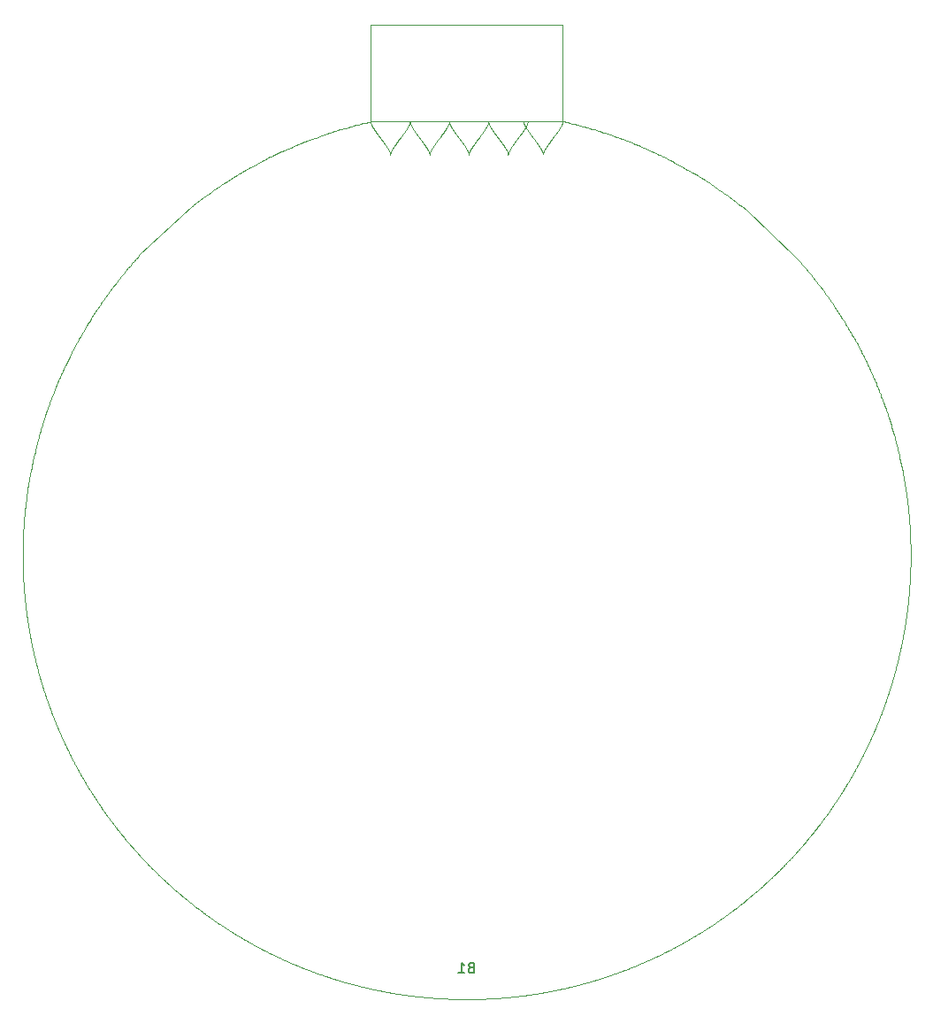
<source format=gbr>
G04 #@! TF.GenerationSoftware,KiCad,Pcbnew,(5.1.0)-1*
G04 #@! TF.CreationDate,2019-11-25T20:58:05-05:00*
G04 #@! TF.ProjectId,Christmas Ornament 2019,43687269-7374-46d6-9173-204f726e616d,rev?*
G04 #@! TF.SameCoordinates,Original*
G04 #@! TF.FileFunction,Legend,Bot*
G04 #@! TF.FilePolarity,Positive*
%FSLAX46Y46*%
G04 Gerber Fmt 4.6, Leading zero omitted, Abs format (unit mm)*
G04 Created by KiCad (PCBNEW (5.1.0)-1) date 2019-11-25 20:58:05*
%MOMM*%
%LPD*%
G04 APERTURE LIST*
%ADD10C,0.080000*%
%ADD11C,0.150000*%
G04 APERTURE END LIST*
D10*
X111904996Y-47180500D02*
X111904996Y-47180500D01*
X106263926Y-47180500D02*
X106271206Y-47253991D01*
X106271206Y-47253991D02*
X106287188Y-47319948D01*
X106287188Y-47319948D02*
X106307407Y-47380449D01*
X106307407Y-47380449D02*
X106330569Y-47438312D01*
X106330569Y-47438312D02*
X106355571Y-47493720D01*
X106355571Y-47493720D02*
X106382616Y-47548654D01*
X106382616Y-47548654D02*
X106410296Y-47601249D01*
X106410296Y-47601249D02*
X106440399Y-47655464D01*
X106440399Y-47655464D02*
X106470081Y-47706634D01*
X106470081Y-47706634D02*
X106501116Y-47758251D01*
X106501116Y-47758251D02*
X106531832Y-47807809D01*
X106531832Y-47807809D02*
X106564991Y-47859924D01*
X106564991Y-47859924D02*
X106596844Y-47908862D01*
X106596844Y-47908862D02*
X106630378Y-47959385D01*
X106630378Y-47959385D02*
X106664423Y-48009788D01*
X106664423Y-48009788D02*
X106697084Y-48057425D01*
X106697084Y-48057425D02*
X106730539Y-48105593D01*
X106730539Y-48105593D02*
X106765353Y-48155128D01*
X106765353Y-48155128D02*
X106798983Y-48202492D01*
X106798983Y-48202492D02*
X106834471Y-48252019D01*
X106834471Y-48252019D02*
X106870526Y-48301925D01*
X106870526Y-48301925D02*
X106904460Y-48348570D01*
X106904460Y-48348570D02*
X106938789Y-48395480D01*
X106938789Y-48395480D02*
X106973463Y-48442620D01*
X106973463Y-48442620D02*
X107009790Y-48491786D01*
X107009790Y-48491786D02*
X107046385Y-48541133D01*
X107046385Y-48541133D02*
X107081835Y-48588792D01*
X107081835Y-48588792D02*
X107118818Y-48638398D01*
X107118818Y-48638398D02*
X107154542Y-48686240D01*
X107154542Y-48686240D02*
X107193085Y-48737811D01*
X107193085Y-48737811D02*
X107231643Y-48789390D01*
X107231643Y-48789390D02*
X107267410Y-48837263D01*
X107267410Y-48837263D02*
X107305838Y-48888755D01*
X107305838Y-48888755D02*
X107340021Y-48934645D01*
X107340021Y-48934645D02*
X107375398Y-48982255D01*
X107375398Y-48982255D02*
X107413245Y-49033361D01*
X107413245Y-49033361D02*
X107448110Y-49080629D01*
X107448110Y-49080629D02*
X107482657Y-49127684D01*
X107482657Y-49127684D02*
X107519454Y-49178086D01*
X107519454Y-49178086D02*
X107553193Y-49224602D01*
X107553193Y-49224602D02*
X107589012Y-49274350D01*
X107589012Y-49274350D02*
X107622367Y-49321069D01*
X107622367Y-49321069D02*
X107656369Y-49369142D01*
X107656369Y-49369142D02*
X107690294Y-49417624D01*
X107690294Y-49417624D02*
X107725214Y-49468150D01*
X107725214Y-49468150D02*
X107758084Y-49516388D01*
X107758084Y-49516388D02*
X107791149Y-49565676D01*
X107791149Y-49565676D02*
X107823702Y-49615083D01*
X107823702Y-49615083D02*
X107855107Y-49663721D01*
X107855107Y-49663721D02*
X107887256Y-49714698D01*
X107887256Y-49714698D02*
X107918398Y-49765463D01*
X107918398Y-49765463D02*
X107949249Y-49817415D01*
X107949249Y-49817415D02*
X107979468Y-49870325D01*
X107979468Y-49870325D02*
X108007911Y-49922511D01*
X108007911Y-49922511D02*
X108036084Y-49977277D01*
X108036084Y-49977277D02*
X108061969Y-50031435D01*
X108061969Y-50031435D02*
X108086201Y-50087250D01*
X108086201Y-50087250D02*
X108108601Y-50146446D01*
X108108601Y-50146446D02*
X108127302Y-50207773D01*
X108127302Y-50207773D02*
X108140772Y-50274812D01*
X108140772Y-50274812D02*
X108144282Y-50324600D01*
X108144282Y-50324600D02*
X108151562Y-50251101D01*
X108151562Y-50251101D02*
X108167208Y-50186292D01*
X108167208Y-50186292D02*
X108187311Y-50125868D01*
X108187311Y-50125868D02*
X108210373Y-50068070D01*
X108210373Y-50068070D02*
X108235609Y-50012047D01*
X108235609Y-50012047D02*
X108262259Y-49957836D01*
X108262259Y-49957836D02*
X108289871Y-49905286D01*
X108289871Y-49905286D02*
X108319068Y-49852599D01*
X108319068Y-49852599D02*
X108348639Y-49801501D01*
X108348639Y-49801501D02*
X108379098Y-49750732D01*
X108379098Y-49750732D02*
X108410694Y-49699664D01*
X108410694Y-49699664D02*
X108443266Y-49648405D01*
X108443266Y-49648405D02*
X108477200Y-49596232D01*
X108477200Y-49596232D02*
X108509617Y-49547377D01*
X108509617Y-49547377D02*
X108541903Y-49499531D01*
X108541903Y-49499531D02*
X108575079Y-49451089D01*
X108575079Y-49451089D02*
X108607878Y-49403822D01*
X108607878Y-49403822D02*
X108642009Y-49355202D01*
X108642009Y-49355202D02*
X108676827Y-49306125D01*
X108676827Y-49306125D02*
X108712272Y-49256625D01*
X108712272Y-49256625D02*
X108748290Y-49206746D01*
X108748290Y-49206746D02*
X108782193Y-49160121D01*
X108782193Y-49160121D02*
X108816492Y-49113230D01*
X108816492Y-49113230D02*
X108851141Y-49066106D01*
X108851141Y-49066106D02*
X108890146Y-49013308D01*
X108890146Y-49013308D02*
X108926741Y-48963959D01*
X108926741Y-48963959D02*
X108962191Y-48916300D01*
X108962191Y-48916300D02*
X109001919Y-48863020D01*
X109001919Y-48863020D02*
X109037649Y-48815173D01*
X109037649Y-48815173D02*
X109073441Y-48767287D01*
X109073441Y-48767287D02*
X109111999Y-48715706D01*
X109111999Y-48715706D02*
X109156011Y-48656791D01*
X109156011Y-48656791D02*
X109197148Y-48601643D01*
X109197148Y-48601643D02*
X109235368Y-48550289D01*
X109235368Y-48550289D02*
X109273361Y-48499086D01*
X109273361Y-48499086D02*
X109309730Y-48449891D01*
X109309730Y-48449891D02*
X109344454Y-48402719D01*
X109344454Y-48402719D02*
X109380153Y-48353970D01*
X109380153Y-48353970D02*
X109416735Y-48303713D01*
X109416735Y-48303713D02*
X109452808Y-48253795D01*
X109452808Y-48253795D02*
X109487058Y-48206015D01*
X109487058Y-48206015D02*
X109521351Y-48157749D01*
X109521351Y-48157749D02*
X109556201Y-48108188D01*
X109556201Y-48108188D02*
X109590292Y-48059137D01*
X109590292Y-48059137D02*
X109624710Y-48008943D01*
X109624710Y-48008943D02*
X109658178Y-47959385D01*
X109658178Y-47959385D02*
X109691712Y-47908862D01*
X109691712Y-47908862D02*
X109723567Y-47859924D01*
X109723567Y-47859924D02*
X109756225Y-47808604D01*
X109756225Y-47808604D02*
X109787439Y-47758251D01*
X109787439Y-47758251D02*
X109817573Y-47708158D01*
X109817573Y-47708158D02*
X109847313Y-47656951D01*
X109847313Y-47656951D02*
X109876695Y-47604140D01*
X109876695Y-47604140D02*
X109904508Y-47551454D01*
X109904508Y-47551454D02*
X109931066Y-47497769D01*
X109931066Y-47497769D02*
X109956322Y-47442189D01*
X109956322Y-47442189D02*
X109979780Y-47384130D01*
X109979780Y-47384130D02*
X110000690Y-47322245D01*
X110000690Y-47322245D02*
X110016761Y-47257150D01*
X110016761Y-47257150D02*
X110024610Y-47184661D01*
X110024610Y-47184661D02*
X110024639Y-47180500D01*
X108144282Y-47180500D02*
X106263926Y-47180500D01*
X104383570Y-50324600D02*
X104390850Y-50251101D01*
X104390850Y-50251101D02*
X104406496Y-50186292D01*
X104406496Y-50186292D02*
X104426599Y-50125868D01*
X104426599Y-50125868D02*
X104449661Y-50068070D01*
X104449661Y-50068070D02*
X104474897Y-50012047D01*
X104474897Y-50012047D02*
X104501547Y-49957836D01*
X104501547Y-49957836D02*
X104529159Y-49905286D01*
X104529159Y-49905286D02*
X104558356Y-49852599D01*
X104558356Y-49852599D02*
X104587927Y-49801501D01*
X104587927Y-49801501D02*
X104618386Y-49750732D01*
X104618386Y-49750732D02*
X104649982Y-49699664D01*
X104649982Y-49699664D02*
X104682554Y-49648405D01*
X104682554Y-49648405D02*
X104716488Y-49596232D01*
X104716488Y-49596232D02*
X104748905Y-49547377D01*
X104748905Y-49547377D02*
X104781191Y-49499531D01*
X104781191Y-49499531D02*
X104814367Y-49451089D01*
X104814367Y-49451089D02*
X104847166Y-49403822D01*
X104847166Y-49403822D02*
X104881297Y-49355202D01*
X104881297Y-49355202D02*
X104916115Y-49306125D01*
X104916115Y-49306125D02*
X104951560Y-49256625D01*
X104951560Y-49256625D02*
X104987578Y-49206746D01*
X104987578Y-49206746D02*
X105021481Y-49160121D01*
X105021481Y-49160121D02*
X105055780Y-49113230D01*
X105055780Y-49113230D02*
X105090429Y-49066106D01*
X105090429Y-49066106D02*
X105129434Y-49013308D01*
X105129434Y-49013308D02*
X105166029Y-48963959D01*
X105166029Y-48963959D02*
X105201479Y-48916300D01*
X105201479Y-48916300D02*
X105241207Y-48863020D01*
X105241207Y-48863020D02*
X105276937Y-48815173D01*
X105276937Y-48815173D02*
X105312729Y-48767287D01*
X105312729Y-48767287D02*
X105351287Y-48715706D01*
X105351287Y-48715706D02*
X105395299Y-48656791D01*
X105395299Y-48656791D02*
X105436436Y-48601643D01*
X105436436Y-48601643D02*
X105474656Y-48550289D01*
X105474656Y-48550289D02*
X105512649Y-48499086D01*
X105512649Y-48499086D02*
X105549018Y-48449891D01*
X105549018Y-48449891D02*
X105583742Y-48402719D01*
X105583742Y-48402719D02*
X105619441Y-48353970D01*
X105619441Y-48353970D02*
X105656023Y-48303713D01*
X105656023Y-48303713D02*
X105692095Y-48253795D01*
X105692095Y-48253795D02*
X105726345Y-48206015D01*
X105726345Y-48206015D02*
X105760638Y-48157749D01*
X105760638Y-48157749D02*
X105795488Y-48108188D01*
X105795488Y-48108188D02*
X105829579Y-48059137D01*
X105829579Y-48059137D02*
X105863997Y-48008943D01*
X105863997Y-48008943D02*
X105897465Y-47959385D01*
X105897465Y-47959385D02*
X105930999Y-47908862D01*
X105930999Y-47908862D02*
X105962854Y-47859924D01*
X105962854Y-47859924D02*
X105995512Y-47808604D01*
X105995512Y-47808604D02*
X106026726Y-47758251D01*
X106026726Y-47758251D02*
X106056860Y-47708158D01*
X106056860Y-47708158D02*
X106086600Y-47656951D01*
X106086600Y-47656951D02*
X106115982Y-47604140D01*
X106115982Y-47604140D02*
X106143795Y-47551454D01*
X106143795Y-47551454D02*
X106170353Y-47497769D01*
X106170353Y-47497769D02*
X106195609Y-47442189D01*
X106195609Y-47442189D02*
X106219067Y-47384130D01*
X106219067Y-47384130D02*
X106239977Y-47322245D01*
X106239977Y-47322245D02*
X106256048Y-47257150D01*
X106256048Y-47257150D02*
X106263897Y-47184661D01*
X106263897Y-47184661D02*
X106263926Y-47180500D01*
X100622856Y-47180500D02*
X100622856Y-47180500D01*
X113785352Y-47180500D02*
X111904996Y-47180500D01*
X115253937Y-50302346D02*
X115261217Y-50228847D01*
X115261217Y-50228847D02*
X115276863Y-50164038D01*
X115276863Y-50164038D02*
X115296966Y-50103614D01*
X115296966Y-50103614D02*
X115320028Y-50045816D01*
X115320028Y-50045816D02*
X115345264Y-49989793D01*
X115345264Y-49989793D02*
X115371914Y-49935582D01*
X115371914Y-49935582D02*
X115399526Y-49883032D01*
X115399526Y-49883032D02*
X115428723Y-49830345D01*
X115428723Y-49830345D02*
X115458294Y-49779247D01*
X115458294Y-49779247D02*
X115488753Y-49728478D01*
X115488753Y-49728478D02*
X115520349Y-49677410D01*
X115520349Y-49677410D02*
X115552921Y-49626151D01*
X115552921Y-49626151D02*
X115586855Y-49573978D01*
X115586855Y-49573978D02*
X115619272Y-49525123D01*
X115619272Y-49525123D02*
X115651558Y-49477277D01*
X115651558Y-49477277D02*
X115684734Y-49428835D01*
X115684734Y-49428835D02*
X115717533Y-49381568D01*
X115717533Y-49381568D02*
X115751664Y-49332948D01*
X115751664Y-49332948D02*
X115786482Y-49283871D01*
X115786482Y-49283871D02*
X115821927Y-49234371D01*
X115821927Y-49234371D02*
X115857945Y-49184492D01*
X115857945Y-49184492D02*
X115891848Y-49137867D01*
X115891848Y-49137867D02*
X115926147Y-49090976D01*
X115926147Y-49090976D02*
X115960796Y-49043852D01*
X115960796Y-49043852D02*
X115999801Y-48991054D01*
X115999801Y-48991054D02*
X116036396Y-48941705D01*
X116036396Y-48941705D02*
X116071846Y-48894046D01*
X116071846Y-48894046D02*
X116111574Y-48840766D01*
X116111574Y-48840766D02*
X116147304Y-48792919D01*
X116147304Y-48792919D02*
X116183096Y-48745033D01*
X116183096Y-48745033D02*
X116221654Y-48693452D01*
X116221654Y-48693452D02*
X116265666Y-48634537D01*
X116265666Y-48634537D02*
X116306803Y-48579389D01*
X116306803Y-48579389D02*
X116345023Y-48528035D01*
X116345023Y-48528035D02*
X116383016Y-48476832D01*
X116383016Y-48476832D02*
X116419385Y-48427637D01*
X116419385Y-48427637D02*
X116454109Y-48380465D01*
X116454109Y-48380465D02*
X116489808Y-48331716D01*
X116489808Y-48331716D02*
X116526390Y-48281459D01*
X116526390Y-48281459D02*
X116562462Y-48231541D01*
X116562462Y-48231541D02*
X116596712Y-48183761D01*
X116596712Y-48183761D02*
X116631005Y-48135495D01*
X116631005Y-48135495D02*
X116665855Y-48085934D01*
X116665855Y-48085934D02*
X116699946Y-48036883D01*
X116699946Y-48036883D02*
X116734364Y-47986689D01*
X116734364Y-47986689D02*
X116767832Y-47937131D01*
X116767832Y-47937131D02*
X116801366Y-47886608D01*
X116801366Y-47886608D02*
X116833221Y-47837670D01*
X116833221Y-47837670D02*
X116865879Y-47786350D01*
X116865879Y-47786350D02*
X116897093Y-47735997D01*
X116897093Y-47735997D02*
X116927227Y-47685905D01*
X116927227Y-47685905D02*
X116956967Y-47634698D01*
X116956967Y-47634698D02*
X116986349Y-47581887D01*
X116986349Y-47581887D02*
X117014162Y-47529201D01*
X117014162Y-47529201D02*
X117040720Y-47475516D01*
X117040720Y-47475516D02*
X117065976Y-47419936D01*
X117065976Y-47419936D02*
X117089434Y-47361877D01*
X117089434Y-47361877D02*
X117110344Y-47299992D01*
X117110344Y-47299992D02*
X117126415Y-47234897D01*
X117126415Y-47234897D02*
X117134264Y-47162408D01*
X117134264Y-47162408D02*
X117134293Y-47158247D01*
X104383570Y-47180500D02*
X104383570Y-47180500D01*
X111904996Y-50324600D02*
X111912276Y-50251101D01*
X111912276Y-50251101D02*
X111927922Y-50186292D01*
X111927922Y-50186292D02*
X111948025Y-50125868D01*
X111948025Y-50125868D02*
X111971087Y-50068070D01*
X111971087Y-50068070D02*
X111996323Y-50012047D01*
X111996323Y-50012047D02*
X112022973Y-49957836D01*
X112022973Y-49957836D02*
X112050585Y-49905286D01*
X112050585Y-49905286D02*
X112079782Y-49852599D01*
X112079782Y-49852599D02*
X112109353Y-49801501D01*
X112109353Y-49801501D02*
X112139812Y-49750732D01*
X112139812Y-49750732D02*
X112171408Y-49699664D01*
X112171408Y-49699664D02*
X112203980Y-49648405D01*
X112203980Y-49648405D02*
X112237914Y-49596232D01*
X112237914Y-49596232D02*
X112270331Y-49547377D01*
X112270331Y-49547377D02*
X112302617Y-49499531D01*
X112302617Y-49499531D02*
X112335793Y-49451089D01*
X112335793Y-49451089D02*
X112368592Y-49403822D01*
X112368592Y-49403822D02*
X112402723Y-49355202D01*
X112402723Y-49355202D02*
X112437541Y-49306125D01*
X112437541Y-49306125D02*
X112472986Y-49256625D01*
X112472986Y-49256625D02*
X112509004Y-49206746D01*
X112509004Y-49206746D02*
X112542907Y-49160121D01*
X112542907Y-49160121D02*
X112577206Y-49113230D01*
X112577206Y-49113230D02*
X112611855Y-49066106D01*
X112611855Y-49066106D02*
X112650860Y-49013308D01*
X112650860Y-49013308D02*
X112687455Y-48963959D01*
X112687455Y-48963959D02*
X112722905Y-48916300D01*
X112722905Y-48916300D02*
X112762633Y-48863020D01*
X112762633Y-48863020D02*
X112798363Y-48815173D01*
X112798363Y-48815173D02*
X112834155Y-48767287D01*
X112834155Y-48767287D02*
X112872713Y-48715706D01*
X112872713Y-48715706D02*
X112916725Y-48656791D01*
X112916725Y-48656791D02*
X112957862Y-48601643D01*
X112957862Y-48601643D02*
X112996082Y-48550289D01*
X112996082Y-48550289D02*
X113034075Y-48499086D01*
X113034075Y-48499086D02*
X113070444Y-48449891D01*
X113070444Y-48449891D02*
X113105168Y-48402719D01*
X113105168Y-48402719D02*
X113140867Y-48353970D01*
X113140867Y-48353970D02*
X113177449Y-48303713D01*
X113177449Y-48303713D02*
X113213521Y-48253795D01*
X113213521Y-48253795D02*
X113247771Y-48206015D01*
X113247771Y-48206015D02*
X113282064Y-48157749D01*
X113282064Y-48157749D02*
X113316914Y-48108188D01*
X113316914Y-48108188D02*
X113351005Y-48059137D01*
X113351005Y-48059137D02*
X113385423Y-48008943D01*
X113385423Y-48008943D02*
X113418891Y-47959385D01*
X113418891Y-47959385D02*
X113452425Y-47908862D01*
X113452425Y-47908862D02*
X113484280Y-47859924D01*
X113484280Y-47859924D02*
X113516938Y-47808604D01*
X113516938Y-47808604D02*
X113548152Y-47758251D01*
X113548152Y-47758251D02*
X113578286Y-47708158D01*
X113578286Y-47708158D02*
X113608026Y-47656951D01*
X113608026Y-47656951D02*
X113637408Y-47604140D01*
X113637408Y-47604140D02*
X113665221Y-47551454D01*
X113665221Y-47551454D02*
X113691779Y-47497769D01*
X113691779Y-47497769D02*
X113717035Y-47442189D01*
X113717035Y-47442189D02*
X113740493Y-47384130D01*
X113740493Y-47384130D02*
X113761403Y-47322245D01*
X113761403Y-47322245D02*
X113777474Y-47257150D01*
X113777474Y-47257150D02*
X113785323Y-47184661D01*
X113785323Y-47184661D02*
X113785352Y-47180500D01*
X108144282Y-47180500D02*
X108144282Y-47180500D01*
X110024639Y-47180500D02*
X108144282Y-47180500D01*
X102503213Y-47180500D02*
X100622856Y-47180500D01*
X115253937Y-47158247D02*
X115253937Y-47158247D01*
X117134293Y-47158247D02*
X115253937Y-47158247D01*
X100622856Y-47180500D02*
X98742500Y-47180500D01*
X115253937Y-47158247D02*
X113373580Y-47158247D01*
X111904996Y-47180500D02*
X110024639Y-47180500D01*
X110024639Y-47180500D02*
X110031919Y-47253991D01*
X110031919Y-47253991D02*
X110047901Y-47319948D01*
X110047901Y-47319948D02*
X110068120Y-47380449D01*
X110068120Y-47380449D02*
X110091282Y-47438312D01*
X110091282Y-47438312D02*
X110116284Y-47493720D01*
X110116284Y-47493720D02*
X110143329Y-47548654D01*
X110143329Y-47548654D02*
X110171009Y-47601249D01*
X110171009Y-47601249D02*
X110201112Y-47655464D01*
X110201112Y-47655464D02*
X110230794Y-47706634D01*
X110230794Y-47706634D02*
X110261829Y-47758251D01*
X110261829Y-47758251D02*
X110292545Y-47807809D01*
X110292545Y-47807809D02*
X110325704Y-47859924D01*
X110325704Y-47859924D02*
X110357557Y-47908862D01*
X110357557Y-47908862D02*
X110391091Y-47959385D01*
X110391091Y-47959385D02*
X110425136Y-48009788D01*
X110425136Y-48009788D02*
X110457797Y-48057425D01*
X110457797Y-48057425D02*
X110491252Y-48105593D01*
X110491252Y-48105593D02*
X110526066Y-48155128D01*
X110526066Y-48155128D02*
X110559696Y-48202492D01*
X110559696Y-48202492D02*
X110595184Y-48252019D01*
X110595184Y-48252019D02*
X110631239Y-48301925D01*
X110631239Y-48301925D02*
X110665173Y-48348570D01*
X110665173Y-48348570D02*
X110699502Y-48395480D01*
X110699502Y-48395480D02*
X110734176Y-48442620D01*
X110734176Y-48442620D02*
X110770503Y-48491786D01*
X110770503Y-48491786D02*
X110807098Y-48541133D01*
X110807098Y-48541133D02*
X110842548Y-48588792D01*
X110842548Y-48588792D02*
X110879531Y-48638398D01*
X110879531Y-48638398D02*
X110915255Y-48686240D01*
X110915255Y-48686240D02*
X110953798Y-48737811D01*
X110953798Y-48737811D02*
X110992356Y-48789390D01*
X110992356Y-48789390D02*
X111028123Y-48837263D01*
X111028123Y-48837263D02*
X111066551Y-48888755D01*
X111066551Y-48888755D02*
X111100734Y-48934645D01*
X111100734Y-48934645D02*
X111136111Y-48982255D01*
X111136111Y-48982255D02*
X111173958Y-49033361D01*
X111173958Y-49033361D02*
X111208823Y-49080629D01*
X111208823Y-49080629D02*
X111243370Y-49127684D01*
X111243370Y-49127684D02*
X111280167Y-49178086D01*
X111280167Y-49178086D02*
X111313907Y-49224602D01*
X111313907Y-49224602D02*
X111349726Y-49274350D01*
X111349726Y-49274350D02*
X111383081Y-49321069D01*
X111383081Y-49321069D02*
X111417083Y-49369142D01*
X111417083Y-49369142D02*
X111451008Y-49417624D01*
X111451008Y-49417624D02*
X111485928Y-49468150D01*
X111485928Y-49468150D02*
X111518798Y-49516388D01*
X111518798Y-49516388D02*
X111551863Y-49565676D01*
X111551863Y-49565676D02*
X111584416Y-49615083D01*
X111584416Y-49615083D02*
X111615821Y-49663721D01*
X111615821Y-49663721D02*
X111647970Y-49714698D01*
X111647970Y-49714698D02*
X111679112Y-49765463D01*
X111679112Y-49765463D02*
X111709963Y-49817415D01*
X111709963Y-49817415D02*
X111740182Y-49870325D01*
X111740182Y-49870325D02*
X111768625Y-49922511D01*
X111768625Y-49922511D02*
X111796798Y-49977277D01*
X111796798Y-49977277D02*
X111822683Y-50031435D01*
X111822683Y-50031435D02*
X111846915Y-50087250D01*
X111846915Y-50087250D02*
X111869315Y-50146446D01*
X111869315Y-50146446D02*
X111888016Y-50207773D01*
X111888016Y-50207773D02*
X111901486Y-50274812D01*
X111901486Y-50274812D02*
X111904996Y-50324600D01*
X106263926Y-47180500D02*
X104383570Y-47180500D01*
X104383570Y-47180500D02*
X102503213Y-47180500D01*
X102503213Y-47180500D02*
X102510493Y-47253991D01*
X102510493Y-47253991D02*
X102526475Y-47319948D01*
X102526475Y-47319948D02*
X102546694Y-47380449D01*
X102546694Y-47380449D02*
X102569856Y-47438312D01*
X102569856Y-47438312D02*
X102594858Y-47493720D01*
X102594858Y-47493720D02*
X102621903Y-47548654D01*
X102621903Y-47548654D02*
X102649583Y-47601249D01*
X102649583Y-47601249D02*
X102679686Y-47655464D01*
X102679686Y-47655464D02*
X102709368Y-47706634D01*
X102709368Y-47706634D02*
X102740403Y-47758251D01*
X102740403Y-47758251D02*
X102771119Y-47807809D01*
X102771119Y-47807809D02*
X102804278Y-47859924D01*
X102804278Y-47859924D02*
X102836131Y-47908862D01*
X102836131Y-47908862D02*
X102869665Y-47959385D01*
X102869665Y-47959385D02*
X102903710Y-48009788D01*
X102903710Y-48009788D02*
X102936371Y-48057425D01*
X102936371Y-48057425D02*
X102969826Y-48105593D01*
X102969826Y-48105593D02*
X103004640Y-48155128D01*
X103004640Y-48155128D02*
X103038270Y-48202492D01*
X103038270Y-48202492D02*
X103073758Y-48252019D01*
X103073758Y-48252019D02*
X103109813Y-48301925D01*
X103109813Y-48301925D02*
X103143747Y-48348570D01*
X103143747Y-48348570D02*
X103178076Y-48395480D01*
X103178076Y-48395480D02*
X103212750Y-48442620D01*
X103212750Y-48442620D02*
X103249077Y-48491786D01*
X103249077Y-48491786D02*
X103285672Y-48541133D01*
X103285672Y-48541133D02*
X103321122Y-48588792D01*
X103321122Y-48588792D02*
X103358105Y-48638398D01*
X103358105Y-48638398D02*
X103393829Y-48686240D01*
X103393829Y-48686240D02*
X103432372Y-48737811D01*
X103432372Y-48737811D02*
X103470930Y-48789390D01*
X103470930Y-48789390D02*
X103506697Y-48837263D01*
X103506697Y-48837263D02*
X103545125Y-48888755D01*
X103545125Y-48888755D02*
X103579308Y-48934645D01*
X103579308Y-48934645D02*
X103614685Y-48982255D01*
X103614685Y-48982255D02*
X103652532Y-49033361D01*
X103652532Y-49033361D02*
X103687397Y-49080629D01*
X103687397Y-49080629D02*
X103721944Y-49127684D01*
X103721944Y-49127684D02*
X103758741Y-49178086D01*
X103758741Y-49178086D02*
X103792481Y-49224602D01*
X103792481Y-49224602D02*
X103828300Y-49274350D01*
X103828300Y-49274350D02*
X103861655Y-49321069D01*
X103861655Y-49321069D02*
X103895657Y-49369142D01*
X103895657Y-49369142D02*
X103929582Y-49417624D01*
X103929582Y-49417624D02*
X103964502Y-49468150D01*
X103964502Y-49468150D02*
X103997372Y-49516388D01*
X103997372Y-49516388D02*
X104030437Y-49565676D01*
X104030437Y-49565676D02*
X104062990Y-49615083D01*
X104062990Y-49615083D02*
X104094395Y-49663721D01*
X104094395Y-49663721D02*
X104126544Y-49714698D01*
X104126544Y-49714698D02*
X104157686Y-49765463D01*
X104157686Y-49765463D02*
X104188537Y-49817415D01*
X104188537Y-49817415D02*
X104218756Y-49870325D01*
X104218756Y-49870325D02*
X104247199Y-49922511D01*
X104247199Y-49922511D02*
X104275372Y-49977277D01*
X104275372Y-49977277D02*
X104301257Y-50031435D01*
X104301257Y-50031435D02*
X104325489Y-50087250D01*
X104325489Y-50087250D02*
X104347889Y-50146446D01*
X104347889Y-50146446D02*
X104366590Y-50207773D01*
X104366590Y-50207773D02*
X104380060Y-50274812D01*
X104380060Y-50274812D02*
X104383570Y-50324600D01*
X113373580Y-47158247D02*
X113380860Y-47231738D01*
X113380860Y-47231738D02*
X113396842Y-47297695D01*
X113396842Y-47297695D02*
X113417061Y-47358196D01*
X113417061Y-47358196D02*
X113440223Y-47416059D01*
X113440223Y-47416059D02*
X113465225Y-47471467D01*
X113465225Y-47471467D02*
X113492270Y-47526401D01*
X113492270Y-47526401D02*
X113519950Y-47578996D01*
X113519950Y-47578996D02*
X113550053Y-47633211D01*
X113550053Y-47633211D02*
X113579735Y-47684381D01*
X113579735Y-47684381D02*
X113610770Y-47735997D01*
X113610770Y-47735997D02*
X113641486Y-47785555D01*
X113641486Y-47785555D02*
X113674645Y-47837670D01*
X113674645Y-47837670D02*
X113706498Y-47886608D01*
X113706498Y-47886608D02*
X113740032Y-47937131D01*
X113740032Y-47937131D02*
X113774077Y-47987534D01*
X113774077Y-47987534D02*
X113806738Y-48035171D01*
X113806738Y-48035171D02*
X113840193Y-48083339D01*
X113840193Y-48083339D02*
X113875007Y-48132874D01*
X113875007Y-48132874D02*
X113908637Y-48180238D01*
X113908637Y-48180238D02*
X113944125Y-48229765D01*
X113944125Y-48229765D02*
X113980180Y-48279671D01*
X113980180Y-48279671D02*
X114014114Y-48326316D01*
X114014114Y-48326316D02*
X114048443Y-48373226D01*
X114048443Y-48373226D02*
X114083117Y-48420366D01*
X114083117Y-48420366D02*
X114119444Y-48469532D01*
X114119444Y-48469532D02*
X114156039Y-48518879D01*
X114156039Y-48518879D02*
X114191489Y-48566538D01*
X114191489Y-48566538D02*
X114228472Y-48616144D01*
X114228472Y-48616144D02*
X114264196Y-48663986D01*
X114264196Y-48663986D02*
X114302739Y-48715557D01*
X114302739Y-48715557D02*
X114341297Y-48767136D01*
X114341297Y-48767136D02*
X114377064Y-48815009D01*
X114377064Y-48815009D02*
X114415492Y-48866501D01*
X114415492Y-48866501D02*
X114449675Y-48912391D01*
X114449675Y-48912391D02*
X114485052Y-48960001D01*
X114485052Y-48960001D02*
X114522899Y-49011107D01*
X114522899Y-49011107D02*
X114557764Y-49058375D01*
X114557764Y-49058375D02*
X114592311Y-49105430D01*
X114592311Y-49105430D02*
X114629108Y-49155832D01*
X114629108Y-49155832D02*
X114662848Y-49202348D01*
X114662848Y-49202348D02*
X114698667Y-49252096D01*
X114698667Y-49252096D02*
X114732022Y-49298815D01*
X114732022Y-49298815D02*
X114766024Y-49346888D01*
X114766024Y-49346888D02*
X114799949Y-49395370D01*
X114799949Y-49395370D02*
X114834869Y-49445896D01*
X114834869Y-49445896D02*
X114867739Y-49494134D01*
X114867739Y-49494134D02*
X114900804Y-49543422D01*
X114900804Y-49543422D02*
X114933357Y-49592829D01*
X114933357Y-49592829D02*
X114964762Y-49641467D01*
X114964762Y-49641467D02*
X114996911Y-49692444D01*
X114996911Y-49692444D02*
X115028053Y-49743209D01*
X115028053Y-49743209D02*
X115058904Y-49795161D01*
X115058904Y-49795161D02*
X115089123Y-49848071D01*
X115089123Y-49848071D02*
X115117566Y-49900257D01*
X115117566Y-49900257D02*
X115145739Y-49955023D01*
X115145739Y-49955023D02*
X115171624Y-50009181D01*
X115171624Y-50009181D02*
X115195856Y-50064996D01*
X115195856Y-50064996D02*
X115218256Y-50124192D01*
X115218256Y-50124192D02*
X115236957Y-50185519D01*
X115236957Y-50185519D02*
X115250427Y-50252558D01*
X115250427Y-50252558D02*
X115253937Y-50302346D01*
X100622856Y-50324600D02*
X100630136Y-50251101D01*
X100630136Y-50251101D02*
X100645782Y-50186292D01*
X100645782Y-50186292D02*
X100665885Y-50125868D01*
X100665885Y-50125868D02*
X100688947Y-50068070D01*
X100688947Y-50068070D02*
X100714183Y-50012047D01*
X100714183Y-50012047D02*
X100740833Y-49957836D01*
X100740833Y-49957836D02*
X100768445Y-49905286D01*
X100768445Y-49905286D02*
X100797642Y-49852599D01*
X100797642Y-49852599D02*
X100827213Y-49801501D01*
X100827213Y-49801501D02*
X100857672Y-49750732D01*
X100857672Y-49750732D02*
X100889268Y-49699664D01*
X100889268Y-49699664D02*
X100921840Y-49648405D01*
X100921840Y-49648405D02*
X100955774Y-49596232D01*
X100955774Y-49596232D02*
X100988191Y-49547377D01*
X100988191Y-49547377D02*
X101020477Y-49499531D01*
X101020477Y-49499531D02*
X101053653Y-49451089D01*
X101053653Y-49451089D02*
X101086452Y-49403822D01*
X101086452Y-49403822D02*
X101120583Y-49355202D01*
X101120583Y-49355202D02*
X101155401Y-49306125D01*
X101155401Y-49306125D02*
X101190846Y-49256625D01*
X101190846Y-49256625D02*
X101226864Y-49206746D01*
X101226864Y-49206746D02*
X101260767Y-49160121D01*
X101260767Y-49160121D02*
X101295066Y-49113230D01*
X101295066Y-49113230D02*
X101329715Y-49066106D01*
X101329715Y-49066106D02*
X101368720Y-49013308D01*
X101368720Y-49013308D02*
X101405315Y-48963959D01*
X101405315Y-48963959D02*
X101440765Y-48916300D01*
X101440765Y-48916300D02*
X101480493Y-48863020D01*
X101480493Y-48863020D02*
X101516223Y-48815173D01*
X101516223Y-48815173D02*
X101552015Y-48767287D01*
X101552015Y-48767287D02*
X101590573Y-48715706D01*
X101590573Y-48715706D02*
X101634585Y-48656791D01*
X101634585Y-48656791D02*
X101675722Y-48601643D01*
X101675722Y-48601643D02*
X101713942Y-48550289D01*
X101713942Y-48550289D02*
X101751935Y-48499086D01*
X101751935Y-48499086D02*
X101788304Y-48449891D01*
X101788304Y-48449891D02*
X101823028Y-48402719D01*
X101823028Y-48402719D02*
X101858727Y-48353970D01*
X101858727Y-48353970D02*
X101895309Y-48303713D01*
X101895309Y-48303713D02*
X101931382Y-48253795D01*
X101931382Y-48253795D02*
X101965632Y-48206015D01*
X101965632Y-48206015D02*
X101999925Y-48157749D01*
X101999925Y-48157749D02*
X102034775Y-48108188D01*
X102034775Y-48108188D02*
X102068866Y-48059137D01*
X102068866Y-48059137D02*
X102103284Y-48008943D01*
X102103284Y-48008943D02*
X102136752Y-47959385D01*
X102136752Y-47959385D02*
X102170286Y-47908862D01*
X102170286Y-47908862D02*
X102202141Y-47859924D01*
X102202141Y-47859924D02*
X102234799Y-47808604D01*
X102234799Y-47808604D02*
X102266013Y-47758251D01*
X102266013Y-47758251D02*
X102296147Y-47708158D01*
X102296147Y-47708158D02*
X102325887Y-47656951D01*
X102325887Y-47656951D02*
X102355269Y-47604140D01*
X102355269Y-47604140D02*
X102383082Y-47551454D01*
X102383082Y-47551454D02*
X102409640Y-47497769D01*
X102409640Y-47497769D02*
X102434896Y-47442189D01*
X102434896Y-47442189D02*
X102458354Y-47384130D01*
X102458354Y-47384130D02*
X102479264Y-47322245D01*
X102479264Y-47322245D02*
X102495335Y-47257150D01*
X102495335Y-47257150D02*
X102503184Y-47184661D01*
X102503184Y-47184661D02*
X102503213Y-47180500D01*
X98742500Y-47180500D02*
X117134293Y-47158247D01*
X117133908Y-47158237D02*
X117133908Y-37917414D01*
X107938204Y-131130691D02*
X108057906Y-131130520D01*
X108057906Y-131130520D02*
X108140441Y-131130208D01*
X108140441Y-131130208D02*
X108222958Y-131129735D01*
X108222958Y-131129735D02*
X108338455Y-131128807D01*
X108338455Y-131128807D02*
X108420931Y-131127951D01*
X108420931Y-131127951D02*
X108519878Y-131126715D01*
X108519878Y-131126715D02*
X108602316Y-131125509D01*
X108602316Y-131125509D02*
X108684734Y-131124143D01*
X108684734Y-131124143D02*
X108775374Y-131122455D01*
X108775374Y-131122455D02*
X108865990Y-131120576D01*
X108865990Y-131120576D02*
X108948349Y-131118700D01*
X108948349Y-131118700D02*
X109038924Y-131116453D01*
X109038924Y-131116453D02*
X109129473Y-131114015D01*
X109129473Y-131114015D02*
X109211770Y-131111630D01*
X109211770Y-131111630D02*
X109294049Y-131109087D01*
X109294049Y-131109087D02*
X109384532Y-131106107D01*
X109384532Y-131106107D02*
X109466765Y-131103230D01*
X109466765Y-131103230D02*
X109557203Y-131099882D01*
X109557203Y-131099882D02*
X109639394Y-131096672D01*
X109639394Y-131096672D02*
X109721566Y-131093306D01*
X109721566Y-131093306D02*
X109803717Y-131089780D01*
X109803717Y-131089780D02*
X109885846Y-131086095D01*
X109885846Y-131086095D02*
X109976164Y-131081861D01*
X109976164Y-131081861D02*
X110058249Y-131077846D01*
X110058249Y-131077846D02*
X110156720Y-131072817D01*
X110156720Y-131072817D02*
X110238756Y-131068453D01*
X110238756Y-131068453D02*
X110337171Y-131063008D01*
X110337171Y-131063008D02*
X110419156Y-131058296D01*
X110419156Y-131058296D02*
X110501121Y-131053430D01*
X110501121Y-131053430D02*
X110624023Y-131045832D01*
X110624023Y-131045832D02*
X110705928Y-131040571D01*
X110705928Y-131040571D02*
X110787811Y-131035153D01*
X110787811Y-131035153D02*
X110886039Y-131028442D01*
X110886039Y-131028442D02*
X110967870Y-131022679D01*
X110967870Y-131022679D02*
X111066034Y-131015554D01*
X111066034Y-131015554D02*
X111147810Y-131009444D01*
X111147810Y-131009444D02*
X111237736Y-131002542D01*
X111237736Y-131002542D02*
X111360314Y-130992825D01*
X111360314Y-130992825D02*
X111442000Y-130986151D01*
X111442000Y-130986151D02*
X111523661Y-130979321D01*
X111523661Y-130979321D02*
X111605299Y-130972335D01*
X111605299Y-130972335D02*
X111686909Y-130965191D01*
X111686909Y-130965191D02*
X111784807Y-130956413D01*
X111784807Y-130956413D02*
X111858207Y-130949682D01*
X111858207Y-130949682D02*
X111931583Y-130942826D01*
X111931583Y-130942826D02*
X112004940Y-130935844D01*
X112004940Y-130935844D02*
X112119007Y-130924729D01*
X112119007Y-130924729D02*
X112208593Y-130915782D01*
X112208593Y-130915782D02*
X112290003Y-130907485D01*
X112290003Y-130907485D02*
X112363252Y-130899883D01*
X112363252Y-130899883D02*
X112452746Y-130890422D01*
X112452746Y-130890422D02*
X112525946Y-130882543D01*
X112525946Y-130882543D02*
X112599120Y-130874536D01*
X112599120Y-130874536D02*
X112672273Y-130866405D01*
X112672273Y-130866405D02*
X112745402Y-130858147D01*
X112745402Y-130858147D02*
X112826629Y-130848824D01*
X112826629Y-130848824D02*
X112907829Y-130839347D01*
X112907829Y-130839347D02*
X112980882Y-130830685D01*
X112980882Y-130830685D02*
X113053914Y-130821898D01*
X113053914Y-130821898D02*
X113126919Y-130812984D01*
X113126919Y-130812984D02*
X113199901Y-130803947D01*
X113199901Y-130803947D02*
X113272860Y-130794782D01*
X113272860Y-130794782D02*
X113345793Y-130785493D01*
X113345793Y-130785493D02*
X113418702Y-130776080D01*
X113418702Y-130776080D02*
X113491586Y-130766541D01*
X113491586Y-130766541D02*
X113580634Y-130754713D01*
X113580634Y-130754713D02*
X113685824Y-130740494D01*
X113685824Y-130740494D02*
X113766703Y-130729378D01*
X113766703Y-130729378D02*
X113847551Y-130718108D01*
X113847551Y-130718108D02*
X113920289Y-130707834D01*
X113920289Y-130707834D02*
X113993000Y-130697436D01*
X113993000Y-130697436D02*
X114081834Y-130684558D01*
X114081834Y-130684558D02*
X114162558Y-130672688D01*
X114162558Y-130672688D02*
X114243251Y-130660664D01*
X114243251Y-130660664D02*
X114323910Y-130648489D01*
X114323910Y-130648489D02*
X114404536Y-130636157D01*
X114404536Y-130636157D02*
X114485129Y-130623676D01*
X114485129Y-130623676D02*
X114557635Y-130612309D01*
X114557635Y-130612309D02*
X114630114Y-130600817D01*
X114630114Y-130600817D02*
X114710614Y-130587907D01*
X114710614Y-130587907D02*
X114791081Y-130574841D01*
X114791081Y-130574841D02*
X114871513Y-130561623D01*
X114871513Y-130561623D02*
X114976023Y-130544212D01*
X114976023Y-130544212D02*
X115048344Y-130532006D01*
X115048344Y-130532006D02*
X115128666Y-130518298D01*
X115128666Y-130518298D02*
X115216981Y-130503046D01*
X115216981Y-130503046D02*
X115289206Y-130490427D01*
X115289206Y-130490427D02*
X115377445Y-130474840D01*
X115377445Y-130474840D02*
X115449607Y-130461947D01*
X115449607Y-130461947D02*
X115521740Y-130448930D01*
X115521740Y-130448930D02*
X115609863Y-130432856D01*
X115609863Y-130432856D02*
X115689939Y-130418083D01*
X115689939Y-130418083D02*
X115769978Y-130403159D01*
X115769978Y-130403159D02*
X115841980Y-130389595D01*
X115841980Y-130389595D02*
X115913954Y-130375910D01*
X115913954Y-130375910D02*
X116001881Y-130359016D01*
X116001881Y-130359016D02*
X116089763Y-130341941D01*
X116089763Y-130341941D02*
X116169617Y-130326256D01*
X116169617Y-130326256D02*
X116273372Y-130305644D01*
X116273372Y-130305644D02*
X116361111Y-130287998D01*
X116361111Y-130287998D02*
X116440836Y-130271800D01*
X116440836Y-130271800D02*
X116528492Y-130253808D01*
X116528492Y-130253808D02*
X116616098Y-130235631D01*
X116616098Y-130235631D02*
X116695698Y-130218948D01*
X116695698Y-130218948D02*
X116767310Y-130203807D01*
X116767310Y-130203807D02*
X116838885Y-130188543D01*
X116838885Y-130188543D02*
X116910432Y-130173156D01*
X116910432Y-130173156D02*
X116981945Y-130157647D01*
X116981945Y-130157647D02*
X117061365Y-130140272D01*
X117061365Y-130140272D02*
X117132810Y-130124504D01*
X117132810Y-130124504D02*
X117212157Y-130106845D01*
X117212157Y-130106845D02*
X117283536Y-130090823D01*
X117283536Y-130090823D02*
X117354877Y-130074678D01*
X117354877Y-130074678D02*
X117434110Y-130056596D01*
X117434110Y-130056596D02*
X117513301Y-130038363D01*
X117513301Y-130038363D02*
X117584538Y-130021828D01*
X117584538Y-130021828D02*
X117671563Y-130001451D01*
X117671563Y-130001451D02*
X117742725Y-129984644D01*
X117742725Y-129984644D02*
X117821756Y-129965829D01*
X117821756Y-129965829D02*
X117892847Y-129948765D01*
X117892847Y-129948765D02*
X117971797Y-129929665D01*
X117971797Y-129929665D02*
X118050708Y-129910416D01*
X118050708Y-129910416D02*
X118129574Y-129891016D01*
X118129574Y-129891016D02*
X118200517Y-129873428D01*
X118200517Y-129873428D02*
X118271426Y-129855721D01*
X118271426Y-129855721D02*
X118358045Y-129833913D01*
X118358045Y-129833913D02*
X118428876Y-129815937D01*
X118428876Y-129815937D02*
X118515399Y-129793801D01*
X118515399Y-129793801D02*
X118594009Y-129773521D01*
X118594009Y-129773521D02*
X118688286Y-129748989D01*
X118688286Y-129748989D02*
X118782499Y-129724245D01*
X118782499Y-129724245D02*
X118853116Y-129705544D01*
X118853116Y-129705544D02*
X118994243Y-129667785D01*
X118994243Y-129667785D02*
X119096077Y-129640214D01*
X119096077Y-129640214D02*
X119166532Y-129620979D01*
X119166532Y-129620979D02*
X119236953Y-129601627D01*
X119236953Y-129601627D02*
X119307336Y-129582154D01*
X119307336Y-129582154D02*
X119385493Y-129560373D01*
X119385493Y-129560373D02*
X119447986Y-129542843D01*
X119447986Y-129542843D02*
X119510452Y-129525221D01*
X119510452Y-129525221D02*
X119580688Y-129505282D01*
X119580688Y-129505282D02*
X119643090Y-129487456D01*
X119643090Y-129487456D02*
X119713257Y-129467290D01*
X119713257Y-129467290D02*
X119783384Y-129447005D01*
X119783384Y-129447005D02*
X119861260Y-129424326D01*
X119861260Y-129424326D02*
X119923527Y-129406077D01*
X119923527Y-129406077D02*
X120001317Y-129383131D01*
X120001317Y-129383131D02*
X120071287Y-129362356D01*
X120071287Y-129362356D02*
X120137335Y-129342624D01*
X120137335Y-129342624D02*
X120211112Y-129320445D01*
X120211112Y-129320445D02*
X120277087Y-129300489D01*
X120277087Y-129300489D02*
X120350781Y-129278059D01*
X120350781Y-129278059D02*
X120420557Y-129256687D01*
X120420557Y-129256687D02*
X120482544Y-129237589D01*
X120482544Y-129237589D02*
X120544505Y-129218398D01*
X120544505Y-129218398D02*
X120614168Y-129196696D01*
X120614168Y-129196696D02*
X120691528Y-129172442D01*
X120691528Y-129172442D02*
X120776567Y-129145597D01*
X120776567Y-129145597D02*
X120846098Y-129123498D01*
X120846098Y-129123498D02*
X120907870Y-129103755D01*
X120907870Y-129103755D02*
X120977326Y-129081435D01*
X120977326Y-129081435D02*
X121039030Y-129061495D01*
X121039030Y-129061495D02*
X121108408Y-129038949D01*
X121108408Y-129038949D02*
X121170044Y-129018810D01*
X121170044Y-129018810D02*
X121239344Y-128996040D01*
X121239344Y-128996040D02*
X121316297Y-128970604D01*
X121316297Y-128970604D02*
X121404729Y-128941172D01*
X121404729Y-128941172D02*
X121485411Y-128914129D01*
X121485411Y-128914129D02*
X121562199Y-128888226D01*
X121562199Y-128888226D02*
X121623592Y-128867399D01*
X121623592Y-128867399D02*
X121700287Y-128841233D01*
X121700287Y-128841233D02*
X121761607Y-128820197D01*
X121761607Y-128820197D02*
X121830549Y-128796419D01*
X121830549Y-128796419D02*
X121907104Y-128769863D01*
X121907104Y-128769863D02*
X121975955Y-128745835D01*
X121975955Y-128745835D02*
X122052409Y-128719003D01*
X122052409Y-128719003D02*
X122128808Y-128692025D01*
X122128808Y-128692025D02*
X122205156Y-128664903D01*
X122205156Y-128664903D02*
X122277637Y-128639003D01*
X122277637Y-128639003D02*
X122384359Y-128600594D01*
X122384359Y-128600594D02*
X122449103Y-128577136D01*
X122449103Y-128577136D02*
X122532833Y-128546625D01*
X122532833Y-128546625D02*
X122608894Y-128518735D01*
X122608894Y-128518735D02*
X122684900Y-128490700D01*
X122684900Y-128490700D02*
X122783626Y-128454041D01*
X122783626Y-128454041D02*
X122844333Y-128431360D01*
X122844333Y-128431360D02*
X122920167Y-128402879D01*
X122920167Y-128402879D02*
X122980796Y-128379990D01*
X122980796Y-128379990D02*
X123041389Y-128357009D01*
X123041389Y-128357009D02*
X123117080Y-128328155D01*
X123117080Y-128328155D02*
X123177592Y-128304967D01*
X123177592Y-128304967D02*
X123260736Y-128272934D01*
X123260736Y-128272934D02*
X123321161Y-128249528D01*
X123321161Y-128249528D02*
X123411733Y-128214246D01*
X123411733Y-128214246D02*
X123509760Y-128175792D01*
X123509760Y-128175792D02*
X123570036Y-128152008D01*
X123570036Y-128152008D02*
X123645329Y-128122148D01*
X123645329Y-128122148D02*
X123705524Y-128098157D01*
X123705524Y-128098157D02*
X123773197Y-128071058D01*
X123773197Y-128071058D02*
X123855846Y-128037779D01*
X123855846Y-128037779D02*
X123915909Y-128013468D01*
X123915909Y-128013468D02*
X123983437Y-127986010D01*
X123983437Y-127986010D02*
X124043421Y-127961502D01*
X124043421Y-127961502D02*
X124148306Y-127918400D01*
X124148306Y-127918400D02*
X124208189Y-127893644D01*
X124208189Y-127893644D02*
X124268030Y-127868795D01*
X124268030Y-127868795D02*
X124335307Y-127840731D01*
X124335307Y-127840731D02*
X124395070Y-127815689D01*
X124395070Y-127815689D02*
X124477181Y-127781107D01*
X124477181Y-127781107D02*
X124536852Y-127755850D01*
X124536852Y-127755850D02*
X124603938Y-127727325D01*
X124603938Y-127727325D02*
X124663530Y-127701876D01*
X124663530Y-127701876D02*
X124745403Y-127666731D01*
X124745403Y-127666731D02*
X124808619Y-127639458D01*
X124808619Y-127639458D02*
X124871789Y-127612080D01*
X124871789Y-127612080D02*
X124931205Y-127586220D01*
X124931205Y-127586220D02*
X124990582Y-127560269D01*
X124990582Y-127560269D02*
X125057333Y-127530967D01*
X125057333Y-127530967D02*
X125131446Y-127498275D01*
X125131446Y-127498275D02*
X125190689Y-127472018D01*
X125190689Y-127472018D02*
X125249894Y-127445671D01*
X125249894Y-127445671D02*
X125323843Y-127412609D01*
X125323843Y-127412609D02*
X125390345Y-127382736D01*
X125390345Y-127382736D02*
X125460486Y-127351077D01*
X125460486Y-127351077D02*
X125523196Y-127322641D01*
X125523196Y-127322641D02*
X125582176Y-127295788D01*
X125582176Y-127295788D02*
X125641116Y-127268843D01*
X125641116Y-127268843D02*
X125700016Y-127241805D01*
X125700016Y-127241805D02*
X125780936Y-127204485D01*
X125780936Y-127204485D02*
X125839739Y-127177237D01*
X125839739Y-127177237D02*
X125898501Y-127149898D01*
X125898501Y-127149898D02*
X125957224Y-127122469D01*
X125957224Y-127122469D02*
X126019571Y-127093228D01*
X126019571Y-127093228D02*
X126074545Y-127067342D01*
X126074545Y-127067342D02*
X126136804Y-127037908D01*
X126136804Y-127037908D02*
X126191700Y-127011854D01*
X126191700Y-127011854D02*
X126272148Y-126973498D01*
X126272148Y-126973498D02*
X126330608Y-126945496D01*
X126330608Y-126945496D02*
X126389024Y-126917404D01*
X126389024Y-126917404D02*
X126447400Y-126889223D01*
X126447400Y-126889223D02*
X126505734Y-126860952D01*
X126505734Y-126860952D02*
X126564026Y-126832592D01*
X126564026Y-126832592D02*
X126622274Y-126804142D01*
X126622274Y-126804142D02*
X126680482Y-126775603D01*
X126680482Y-126775603D02*
X126745915Y-126743390D01*
X126745915Y-126743390D02*
X126804034Y-126714662D01*
X126804034Y-126714662D02*
X126862109Y-126685843D01*
X126862109Y-126685843D02*
X126920142Y-126656935D01*
X126920142Y-126656935D02*
X126978132Y-126627939D01*
X126978132Y-126627939D02*
X127036080Y-126598855D01*
X127036080Y-126598855D02*
X127108452Y-126562370D01*
X127108452Y-126562370D02*
X127169917Y-126531251D01*
X127169917Y-126531251D02*
X127224111Y-126503710D01*
X127224111Y-126503710D02*
X127281876Y-126474245D01*
X127281876Y-126474245D02*
X127339595Y-126444692D01*
X127339595Y-126444692D02*
X127404480Y-126411338D01*
X127404480Y-126411338D02*
X127462108Y-126381598D01*
X127462108Y-126381598D02*
X127519693Y-126351768D01*
X127519693Y-126351768D02*
X127584423Y-126318102D01*
X127584423Y-126318102D02*
X127649097Y-126284322D01*
X127649097Y-126284322D02*
X127706539Y-126254205D01*
X127706539Y-126254205D02*
X127778280Y-126216432D01*
X127778280Y-126216432D02*
X127835623Y-126186115D01*
X127835623Y-126186115D02*
X127892921Y-126155709D01*
X127892921Y-126155709D02*
X127957330Y-126121396D01*
X127957330Y-126121396D02*
X128021679Y-126086969D01*
X128021679Y-126086969D02*
X128085972Y-126052433D01*
X128085972Y-126052433D02*
X128150210Y-126017783D01*
X128150210Y-126017783D02*
X128214390Y-125983023D01*
X128214390Y-125983023D02*
X128278514Y-125948150D01*
X128278514Y-125948150D02*
X128342580Y-125913168D01*
X128342580Y-125913168D02*
X128399481Y-125881978D01*
X128399481Y-125881978D02*
X128470540Y-125842865D01*
X128470540Y-125842865D02*
X128534434Y-125807548D01*
X128534434Y-125807548D02*
X128598268Y-125772118D01*
X128598268Y-125772118D02*
X128662048Y-125736578D01*
X128662048Y-125736578D02*
X128725768Y-125700926D01*
X128725768Y-125700926D02*
X128789428Y-125665163D01*
X128789428Y-125665163D02*
X128853034Y-125629290D01*
X128853034Y-125629290D02*
X128916577Y-125593305D01*
X128916577Y-125593305D02*
X128994161Y-125549172D01*
X128994161Y-125549172D02*
X129050534Y-125516971D01*
X129050534Y-125516971D02*
X129113896Y-125480642D01*
X129113896Y-125480642D02*
X129184227Y-125440145D01*
X129184227Y-125440145D02*
X129247463Y-125403582D01*
X129247463Y-125403582D02*
X129310642Y-125366909D01*
X129310642Y-125366909D02*
X129387775Y-125321933D01*
X129387775Y-125321933D02*
X129443818Y-125289120D01*
X129443818Y-125289120D02*
X129527792Y-125239739D01*
X129527792Y-125239739D02*
X129583715Y-125206709D01*
X129583715Y-125206709D02*
X129660533Y-125161150D01*
X129660533Y-125161150D02*
X129723315Y-125123754D01*
X129723315Y-125123754D02*
X129786040Y-125086245D01*
X129786040Y-125086245D02*
X129848699Y-125048627D01*
X129848699Y-125048627D02*
X129904346Y-125015096D01*
X129904346Y-125015096D02*
X129959946Y-124981478D01*
X129959946Y-124981478D02*
X130015498Y-124947774D01*
X130015498Y-124947774D02*
X130077936Y-124909753D01*
X130077936Y-124909753D02*
X130140310Y-124871622D01*
X130140310Y-124871622D02*
X130202627Y-124833383D01*
X130202627Y-124833383D02*
X130257964Y-124799297D01*
X130257964Y-124799297D02*
X130313254Y-124765127D01*
X130313254Y-124765127D02*
X130368493Y-124730870D01*
X130368493Y-124730870D02*
X130423686Y-124696528D01*
X130423686Y-124696528D02*
X130485717Y-124657787D01*
X130485717Y-124657787D02*
X130540805Y-124623260D01*
X130540805Y-124623260D02*
X130609591Y-124579980D01*
X130609591Y-124579980D02*
X130678302Y-124536565D01*
X130678302Y-124536565D02*
X130746935Y-124493015D01*
X130746935Y-124493015D02*
X130801786Y-124458077D01*
X130801786Y-124458077D02*
X130863434Y-124418671D01*
X130863434Y-124418671D02*
X130931855Y-124374756D01*
X130931855Y-124374756D02*
X131007029Y-124326296D01*
X131007029Y-124326296D02*
X131075287Y-124282102D01*
X131075287Y-124282102D02*
X131143465Y-124237770D01*
X131143465Y-124237770D02*
X131197952Y-124202209D01*
X131197952Y-124202209D02*
X131272785Y-124153173D01*
X131272785Y-124153173D02*
X131333942Y-124112931D01*
X131333942Y-124112931D02*
X131408603Y-124063601D01*
X131408603Y-124063601D02*
X131469617Y-124023120D01*
X131469617Y-124023120D02*
X131523798Y-123987046D01*
X131523798Y-123987046D02*
X131577925Y-123950882D01*
X131577925Y-123950882D02*
X131638757Y-123910099D01*
X131638757Y-123910099D02*
X131719764Y-123855553D01*
X131719764Y-123855553D02*
X131787183Y-123809952D01*
X131787183Y-123809952D02*
X131867976Y-123755053D01*
X131867976Y-123755053D02*
X131948655Y-123699965D01*
X131948655Y-123699965D02*
X132002374Y-123663130D01*
X132002374Y-123663130D02*
X132069448Y-123616968D01*
X132069448Y-123616968D02*
X132123050Y-123579943D01*
X132123050Y-123579943D02*
X132183289Y-123538188D01*
X132183289Y-123538188D02*
X132250143Y-123491668D01*
X132250143Y-123491668D02*
X132303567Y-123454356D01*
X132303567Y-123454356D02*
X132356938Y-123416961D01*
X132356938Y-123416961D02*
X132430236Y-123365401D01*
X132430236Y-123365401D02*
X132510081Y-123308971D01*
X132510081Y-123308971D02*
X132589810Y-123252351D01*
X132589810Y-123252351D02*
X132669416Y-123195539D01*
X132669416Y-123195539D02*
X132729042Y-123152806D01*
X132729042Y-123152806D02*
X132788599Y-123109967D01*
X132788599Y-123109967D02*
X132841482Y-123071797D01*
X132841482Y-123071797D02*
X132920704Y-123014383D01*
X132920704Y-123014383D02*
X132973452Y-122976001D01*
X132973452Y-122976001D02*
X133052471Y-122918272D01*
X133052471Y-122918272D02*
X133131369Y-122860352D01*
X133131369Y-122860352D02*
X133183898Y-122821634D01*
X133183898Y-122821634D02*
X133256037Y-122768260D01*
X133256037Y-122768260D02*
X133308436Y-122729340D01*
X133308436Y-122729340D02*
X133360780Y-122690337D01*
X133360780Y-122690337D02*
X133413069Y-122651251D01*
X133413069Y-122651251D02*
X133465303Y-122612081D01*
X133465303Y-122612081D02*
X133524000Y-122567913D01*
X133524000Y-122567913D02*
X133576117Y-122528564D01*
X133576117Y-122528564D02*
X133621675Y-122494065D01*
X133621675Y-122494065D02*
X133667189Y-122459501D01*
X133667189Y-122459501D02*
X133732135Y-122410014D01*
X133732135Y-122410014D02*
X133784029Y-122370329D01*
X133784029Y-122370329D02*
X133835867Y-122330561D01*
X133835867Y-122330561D02*
X133887649Y-122290709D01*
X133887649Y-122290709D02*
X133932913Y-122255771D01*
X133932913Y-122255771D02*
X133978133Y-122220769D01*
X133978133Y-122220769D02*
X134023310Y-122185703D01*
X134023310Y-122185703D02*
X134074889Y-122145547D01*
X134074889Y-122145547D02*
X134119973Y-122110344D01*
X134119973Y-122110344D02*
X134165014Y-122075076D01*
X134165014Y-122075076D02*
X134210012Y-122039744D01*
X134210012Y-122039744D02*
X134254966Y-122004349D01*
X134254966Y-122004349D02*
X134299876Y-121968890D01*
X134299876Y-121968890D02*
X134344742Y-121933367D01*
X134344742Y-121933367D02*
X134389566Y-121897781D01*
X134389566Y-121897781D02*
X134434346Y-121862132D01*
X134434346Y-121862132D02*
X134479083Y-121826418D01*
X134479083Y-121826418D02*
X134530154Y-121785524D01*
X134530154Y-121785524D02*
X134581169Y-121744547D01*
X134581169Y-121744547D02*
X134625761Y-121708625D01*
X134625761Y-121708625D02*
X134670307Y-121672639D01*
X134670307Y-121672639D02*
X134714809Y-121636588D01*
X134714809Y-121636588D02*
X134759269Y-121600474D01*
X134759269Y-121600474D02*
X134810024Y-121559125D01*
X134810024Y-121559125D02*
X134867055Y-121512508D01*
X134867055Y-121512508D02*
X134924011Y-121465786D01*
X134924011Y-121465786D02*
X134968259Y-121429373D01*
X134968259Y-121429373D02*
X135018773Y-121387681D01*
X135018773Y-121387681D02*
X135062926Y-121351133D01*
X135062926Y-121351133D02*
X135107033Y-121314522D01*
X135107033Y-121314522D02*
X135163677Y-121267358D01*
X135163677Y-121267358D02*
X135213965Y-121225346D01*
X135213965Y-121225346D02*
X135264195Y-121183252D01*
X135264195Y-121183252D02*
X135314364Y-121141075D01*
X135314364Y-121141075D02*
X135370734Y-121093529D01*
X135370734Y-121093529D02*
X135420778Y-121051178D01*
X135420778Y-121051178D02*
X135470763Y-121008744D01*
X135470763Y-121008744D02*
X135520688Y-120966228D01*
X135520688Y-120966228D02*
X135570554Y-120923629D01*
X135570554Y-120923629D02*
X135620359Y-120880950D01*
X135620359Y-120880950D02*
X135663891Y-120843538D01*
X135663891Y-120843538D02*
X135707376Y-120806062D01*
X135707376Y-120806062D02*
X135750815Y-120768524D01*
X135750815Y-120768524D02*
X135794208Y-120730922D01*
X135794208Y-120730922D02*
X135837556Y-120693258D01*
X135837556Y-120693258D02*
X135899403Y-120639344D01*
X135899403Y-120639344D02*
X135948810Y-120596121D01*
X135948810Y-120596121D02*
X136022809Y-120531133D01*
X136022809Y-120531133D02*
X136065912Y-120493138D01*
X136065912Y-120493138D02*
X136127407Y-120438751D01*
X136127407Y-120438751D02*
X136188806Y-120384236D01*
X136188806Y-120384236D02*
X136237857Y-120340532D01*
X136237857Y-120340532D02*
X136299085Y-120285789D01*
X136299085Y-120285789D02*
X136354108Y-120236410D01*
X136354108Y-120236410D02*
X136409054Y-120186927D01*
X136409054Y-120186927D02*
X136451737Y-120148371D01*
X136451737Y-120148371D02*
X136494371Y-120109751D01*
X136494371Y-120109751D02*
X136536958Y-120071069D01*
X136536958Y-120071069D02*
X136579498Y-120032325D01*
X136579498Y-120032325D02*
X136621989Y-119993519D01*
X136621989Y-119993519D02*
X136664437Y-119954652D01*
X136664437Y-119954652D02*
X136706834Y-119915720D01*
X136706834Y-119915720D02*
X136773362Y-119854418D01*
X136773362Y-119854418D02*
X136815638Y-119815328D01*
X136815638Y-119815328D02*
X136857866Y-119776177D01*
X136857866Y-119776177D02*
X136900046Y-119736962D01*
X136900046Y-119736962D02*
X136960220Y-119680833D01*
X136960220Y-119680833D02*
X137020296Y-119624579D01*
X137020296Y-119624579D02*
X137092258Y-119556909D01*
X137092258Y-119556909D02*
X137152117Y-119500377D01*
X137152117Y-119500377D02*
X137211878Y-119443718D01*
X137211878Y-119443718D02*
X137283461Y-119375562D01*
X137283461Y-119375562D02*
X137343005Y-119318626D01*
X137343005Y-119318626D02*
X137390568Y-119272986D01*
X137390568Y-119272986D02*
X137432135Y-119232987D01*
X137432135Y-119232987D02*
X137485503Y-119181467D01*
X137485503Y-119181467D02*
X137532875Y-119135586D01*
X137532875Y-119135586D02*
X137580183Y-119089627D01*
X137580183Y-119089627D02*
X137627428Y-119043587D01*
X137627428Y-119043587D02*
X137674607Y-118997463D01*
X137674607Y-118997463D02*
X137715838Y-118957042D01*
X137715838Y-118957042D02*
X137757018Y-118916558D01*
X137757018Y-118916558D02*
X137804021Y-118870218D01*
X137804021Y-118870218D02*
X137850958Y-118823795D01*
X137850958Y-118823795D02*
X137915393Y-118759834D01*
X137915393Y-118759834D02*
X137956333Y-118719053D01*
X137956333Y-118719053D02*
X137994307Y-118681133D01*
X77882106Y-118681130D02*
X77925920Y-118724881D01*
X77925920Y-118724881D02*
X77972721Y-118771473D01*
X77972721Y-118771473D02*
X78013724Y-118812174D01*
X78013724Y-118812174D02*
X78054777Y-118852815D01*
X78054777Y-118852815D02*
X78095880Y-118893395D01*
X78095880Y-118893395D02*
X78137032Y-118933913D01*
X78137032Y-118933913D02*
X78178232Y-118974370D01*
X78178232Y-118974370D02*
X78248978Y-119043584D01*
X78248978Y-119043584D02*
X78296222Y-119089624D01*
X78296222Y-119089624D02*
X78337613Y-119129843D01*
X78337613Y-119129843D02*
X78379053Y-119170002D01*
X78379053Y-119170002D02*
X78420542Y-119210099D01*
X78420542Y-119210099D02*
X78462079Y-119250135D01*
X78462079Y-119250135D02*
X78527451Y-119312922D01*
X78527451Y-119312922D02*
X78581027Y-119364182D01*
X78581027Y-119364182D02*
X78622753Y-119403980D01*
X78622753Y-119403980D02*
X78664527Y-119443715D01*
X78664527Y-119443715D02*
X78748218Y-119523002D01*
X78748218Y-119523002D02*
X78790137Y-119562552D01*
X78790137Y-119562552D02*
X78832106Y-119602041D01*
X78832106Y-119602041D02*
X78874122Y-119641466D01*
X78874122Y-119641466D02*
X78940241Y-119703296D01*
X78940241Y-119703296D02*
X78982381Y-119742564D01*
X78982381Y-119742564D02*
X79024569Y-119781771D01*
X79024569Y-119781771D02*
X79066801Y-119820913D01*
X79066801Y-119820913D02*
X79139314Y-119887871D01*
X79139314Y-119887871D02*
X79181678Y-119926846D01*
X79181678Y-119926846D02*
X79230153Y-119971314D01*
X79230153Y-119971314D02*
X79284761Y-120021242D01*
X79284761Y-120021242D02*
X79339446Y-120071066D01*
X79339446Y-120071066D02*
X79382034Y-120109748D01*
X79382034Y-120109748D02*
X79430764Y-120153880D01*
X79430764Y-120153880D02*
X79479553Y-120197930D01*
X79479553Y-120197930D02*
X79528405Y-120241898D01*
X79528405Y-120241898D02*
X79583437Y-120291266D01*
X79583437Y-120291266D02*
X79632420Y-120335061D01*
X79632420Y-120335061D02*
X79687597Y-120384233D01*
X79687597Y-120384233D02*
X79736709Y-120427855D01*
X79736709Y-120427855D02*
X79785883Y-120471395D01*
X79785883Y-120471395D02*
X79835116Y-120514854D01*
X79835116Y-120514854D02*
X79884411Y-120558230D01*
X79884411Y-120558230D02*
X79927594Y-120596118D01*
X79927594Y-120596118D02*
X79977002Y-120639341D01*
X79977002Y-120639341D02*
X80026470Y-120682483D01*
X80026470Y-120682483D02*
X80100787Y-120747043D01*
X80100787Y-120747043D02*
X80144198Y-120784617D01*
X80144198Y-120784617D02*
X80193871Y-120827482D01*
X80193871Y-120827482D02*
X80249822Y-120875606D01*
X80249822Y-120875606D02*
X80299621Y-120918297D01*
X80299621Y-120918297D02*
X80349478Y-120960904D01*
X80349478Y-120960904D02*
X80399397Y-121003432D01*
X80399397Y-121003432D02*
X80455624Y-121051175D01*
X80455624Y-121051175D02*
X80499410Y-121088237D01*
X80499410Y-121088237D02*
X80543239Y-121125235D01*
X80543239Y-121125235D02*
X80587116Y-121162171D01*
X80587116Y-121162171D02*
X80637315Y-121204307D01*
X80637315Y-121204307D02*
X80693861Y-121251610D01*
X80693861Y-121251610D02*
X80744185Y-121293570D01*
X80744185Y-121293570D02*
X80794569Y-121335449D01*
X80794569Y-121335449D02*
X80838701Y-121372023D01*
X80838701Y-121372023D02*
X80882880Y-121408534D01*
X80882880Y-121408534D02*
X80927103Y-121444983D01*
X80927103Y-121444983D02*
X80977699Y-121486561D01*
X80977699Y-121486561D02*
X81022018Y-121522873D01*
X81022018Y-121522873D02*
X81072722Y-121564295D01*
X81072722Y-121564295D02*
X81123484Y-121605634D01*
X81123484Y-121605634D02*
X81174304Y-121646892D01*
X81174304Y-121646892D02*
X81218819Y-121682924D01*
X81218819Y-121682924D02*
X81263378Y-121718892D01*
X81263378Y-121718892D02*
X81314357Y-121759920D01*
X81314357Y-121759920D02*
X81359011Y-121795753D01*
X81359011Y-121795753D02*
X81403711Y-121831522D01*
X81403711Y-121831522D02*
X81454847Y-121872321D01*
X81454847Y-121872321D02*
X81544474Y-121943520D01*
X81544474Y-121943520D02*
X81595768Y-121984091D01*
X81595768Y-121984091D02*
X81647119Y-122024580D01*
X81647119Y-122024580D02*
X81692098Y-122059938D01*
X81692098Y-122059938D02*
X81737121Y-122095234D01*
X81737121Y-122095234D02*
X81788629Y-122135493D01*
X81788629Y-122135493D02*
X81840194Y-122175669D01*
X81840194Y-122175669D02*
X81885357Y-122210753D01*
X81885357Y-122210753D02*
X81930565Y-122245774D01*
X81930565Y-122245774D02*
X81988752Y-122290706D01*
X81988752Y-122290706D02*
X82047012Y-122335533D01*
X82047012Y-122335533D02*
X82098857Y-122375291D01*
X82098857Y-122375291D02*
X82150758Y-122414966D01*
X82150758Y-122414966D02*
X82196217Y-122449612D01*
X82196217Y-122449612D02*
X82248223Y-122489129D01*
X82248223Y-122489129D02*
X82300283Y-122528561D01*
X82300283Y-122528561D02*
X82358919Y-122572823D01*
X82358919Y-122572823D02*
X82417624Y-122616978D01*
X82417624Y-122616978D02*
X82482934Y-122665915D01*
X82482934Y-122665915D02*
X82535245Y-122704970D01*
X82535245Y-122704970D02*
X82594161Y-122748807D01*
X82594161Y-122748807D02*
X82646589Y-122787685D01*
X82646589Y-122787685D02*
X82705634Y-122831319D01*
X82705634Y-122831319D02*
X82771320Y-122879677D01*
X82771320Y-122879677D02*
X82823930Y-122918269D01*
X82823930Y-122918269D02*
X82883185Y-122961584D01*
X82883185Y-122961584D02*
X82935912Y-122999996D01*
X82935912Y-122999996D02*
X83001897Y-123047894D01*
X83001897Y-123047894D02*
X83067968Y-123095661D01*
X83067968Y-123095661D02*
X83127501Y-123138535D01*
X83127501Y-123138535D02*
X83213616Y-123200277D01*
X83213616Y-123200277D02*
X83273316Y-123242892D01*
X83273316Y-123242892D02*
X83339730Y-123290116D01*
X83339730Y-123290116D02*
X83399574Y-123332504D01*
X83399574Y-123332504D02*
X83452826Y-123370091D01*
X83452826Y-123370091D02*
X83512797Y-123412278D01*
X83512797Y-123412278D02*
X83579511Y-123459023D01*
X83579511Y-123459023D02*
X83646306Y-123505635D01*
X83646306Y-123505635D02*
X83733265Y-123566035D01*
X83733265Y-123566035D02*
X83786846Y-123603091D01*
X83786846Y-123603091D02*
X83853897Y-123649293D01*
X83853897Y-123649293D02*
X83914314Y-123690761D01*
X83914314Y-123690761D02*
X83974796Y-123732120D01*
X83974796Y-123732120D02*
X84042076Y-123777949D01*
X84042076Y-123777949D02*
X84102696Y-123819079D01*
X84102696Y-123819079D02*
X84163385Y-123860103D01*
X84163385Y-123860103D02*
X84217383Y-123896477D01*
X84217383Y-123896477D02*
X84278194Y-123937297D01*
X84278194Y-123937297D02*
X84332304Y-123973491D01*
X84332304Y-123973491D02*
X84393238Y-124014106D01*
X84393238Y-124014106D02*
X84454236Y-124054612D01*
X84454236Y-124054612D02*
X84515300Y-124095009D01*
X84515300Y-124095009D02*
X84569633Y-124130828D01*
X84569633Y-124130828D02*
X84644424Y-124179936D01*
X84644424Y-124179936D02*
X84705687Y-124219997D01*
X84705687Y-124219997D02*
X84773834Y-124264383D01*
X84773834Y-124264383D02*
X84848886Y-124313049D01*
X84848886Y-124313049D02*
X84903530Y-124348341D01*
X84903530Y-124348341D02*
X84971903Y-124392335D01*
X84971903Y-124392335D02*
X85033510Y-124431815D01*
X85033510Y-124431815D02*
X85102033Y-124475554D01*
X85102033Y-124475554D02*
X85163772Y-124514804D01*
X85163772Y-124514804D02*
X85225575Y-124553946D01*
X85225575Y-124553946D02*
X85301193Y-124601634D01*
X85301193Y-124601634D02*
X85356248Y-124636214D01*
X85356248Y-124636214D02*
X85432032Y-124683623D01*
X85432032Y-124683623D02*
X85501005Y-124726579D01*
X85501005Y-124726579D02*
X85556239Y-124760847D01*
X85556239Y-124760847D02*
X85646100Y-124816348D01*
X85646100Y-124816348D02*
X85701462Y-124850388D01*
X85701462Y-124850388D02*
X85770734Y-124892816D01*
X85770734Y-124892816D02*
X85826207Y-124926661D01*
X85826207Y-124926661D02*
X85902562Y-124973058D01*
X85902562Y-124973058D02*
X85965100Y-125010895D01*
X85965100Y-125010895D02*
X86027703Y-125048624D01*
X86027703Y-125048624D02*
X86097330Y-125090415D01*
X86097330Y-125090415D02*
X86153087Y-125123751D01*
X86153087Y-125123751D02*
X86215868Y-125161147D01*
X86215868Y-125161147D02*
X86271725Y-125194296D01*
X86271725Y-125194296D02*
X86348609Y-125239736D01*
X86348609Y-125239736D02*
X86411578Y-125276791D01*
X86411578Y-125276791D02*
X86467603Y-125309636D01*
X86467603Y-125309636D02*
X86523674Y-125342393D01*
X86523674Y-125342393D02*
X86593831Y-125383218D01*
X86593831Y-125383218D02*
X86657034Y-125419842D01*
X86657034Y-125419842D02*
X86734363Y-125464456D01*
X86734363Y-125464456D02*
X86790659Y-125496800D01*
X86790659Y-125496800D02*
X86868140Y-125541127D01*
X86868140Y-125541127D02*
X86931600Y-125577273D01*
X86931600Y-125577273D02*
X87009244Y-125621301D01*
X87009244Y-125621301D02*
X87079901Y-125661179D01*
X87079901Y-125661179D02*
X87157710Y-125704890D01*
X87157710Y-125704890D02*
X87221437Y-125740529D01*
X87221437Y-125740529D02*
X87278131Y-125772115D01*
X87278131Y-125772115D02*
X87331324Y-125801648D01*
X87331324Y-125801648D02*
X87384555Y-125831101D01*
X87384555Y-125831101D02*
X87448488Y-125866347D01*
X87448488Y-125866347D02*
X87519592Y-125905375D01*
X87519592Y-125905375D02*
X87590767Y-125944266D01*
X87590767Y-125944266D02*
X87669140Y-125986888D01*
X87669140Y-125986888D02*
X87733327Y-126021635D01*
X87733327Y-126021635D02*
X87818998Y-126067794D01*
X87818998Y-126067794D02*
X87890467Y-126106105D01*
X87890467Y-126106105D02*
X87962007Y-126144280D01*
X87962007Y-126144280D02*
X88015706Y-126172819D01*
X88015706Y-126172819D02*
X88076612Y-126205070D01*
X88076612Y-126205070D02*
X88148334Y-126242885D01*
X88148334Y-126242885D02*
X88220122Y-126280560D01*
X88220122Y-126280560D02*
X88299168Y-126321845D01*
X88299168Y-126321845D02*
X88363905Y-126355498D01*
X88363905Y-126355498D02*
X88421494Y-126385316D01*
X88421494Y-126385316D02*
X88479129Y-126415046D01*
X88479129Y-126415046D02*
X88536806Y-126444689D01*
X88536806Y-126444689D02*
X88619794Y-126487145D01*
X88619794Y-126487145D02*
X88681188Y-126518405D01*
X88681188Y-126518405D02*
X88753482Y-126555055D01*
X88753482Y-126555055D02*
X88825842Y-126591565D01*
X88825842Y-126591565D02*
X88891024Y-126624305D01*
X88891024Y-126624305D02*
X88949009Y-126653313D01*
X88949009Y-126653313D02*
X89025179Y-126691251D01*
X89025179Y-126691251D02*
X89079630Y-126718255D01*
X89079630Y-126718255D02*
X89137752Y-126746971D01*
X89137752Y-126746971D02*
X89195919Y-126775600D01*
X89195919Y-126775600D02*
X89261405Y-126807700D01*
X89261405Y-126807700D02*
X89326945Y-126839687D01*
X89326945Y-126839687D02*
X89385246Y-126868025D01*
X89385246Y-126868025D02*
X89450887Y-126899797D01*
X89450887Y-126899797D02*
X89509279Y-126927946D01*
X89509279Y-126927946D02*
X89582326Y-126963004D01*
X89582326Y-126963004D02*
X89655439Y-126997923D01*
X89655439Y-126997923D02*
X89710316Y-127024020D01*
X89710316Y-127024020D02*
X89772555Y-127053501D01*
X89772555Y-127053501D02*
X89831172Y-127081154D01*
X89831172Y-127081154D02*
X89889832Y-127108718D01*
X89889832Y-127108718D02*
X89948532Y-127136192D01*
X89948532Y-127136192D02*
X90007275Y-127163576D01*
X90007275Y-127163576D02*
X90066058Y-127190869D01*
X90066058Y-127190869D02*
X90146950Y-127228251D01*
X90146950Y-127228251D02*
X90205830Y-127255331D01*
X90205830Y-127255331D02*
X90272118Y-127285691D01*
X90272118Y-127285691D02*
X90342142Y-127317610D01*
X90342142Y-127317610D02*
X90397464Y-127342721D01*
X90397464Y-127342721D02*
X90471285Y-127376078D01*
X90471285Y-127376078D02*
X90537775Y-127405978D01*
X90537775Y-127405978D02*
X90596920Y-127432461D01*
X90596920Y-127432461D02*
X90678308Y-127468726D01*
X90678308Y-127468726D02*
X90737548Y-127494995D01*
X90737548Y-127494995D02*
X90804239Y-127524437D01*
X90804239Y-127524437D02*
X90900658Y-127566763D01*
X90900658Y-127566763D02*
X90967472Y-127595926D01*
X90967472Y-127595926D02*
X91026902Y-127621752D01*
X91026902Y-127621752D02*
X91093807Y-127650697D01*
X91093807Y-127650697D02*
X91153321Y-127676330D01*
X91153321Y-127676330D02*
X91220320Y-127705059D01*
X91220320Y-127705059D02*
X91279915Y-127730497D01*
X91279915Y-127730497D02*
X91339548Y-127755847D01*
X91339548Y-127755847D02*
X91399220Y-127781104D01*
X91399220Y-127781104D02*
X91466397Y-127809412D01*
X91466397Y-127809412D02*
X91526150Y-127834476D01*
X91526150Y-127834476D02*
X91585943Y-127859450D01*
X91585943Y-127859450D02*
X91653254Y-127887436D01*
X91653254Y-127887436D02*
X91713124Y-127912215D01*
X91713124Y-127912215D02*
X91784272Y-127941524D01*
X91784272Y-127941524D02*
X91847974Y-127967635D01*
X91847974Y-127967635D02*
X91907968Y-127992119D01*
X91907968Y-127992119D02*
X91967999Y-128016508D01*
X91967999Y-128016508D02*
X92058114Y-128052924D01*
X92058114Y-128052924D02*
X92118239Y-128077088D01*
X92118239Y-128077088D02*
X92185922Y-128104161D01*
X92185922Y-128104161D02*
X92246125Y-128128129D01*
X92246125Y-128128129D02*
X92313897Y-128154982D01*
X92313897Y-128154982D02*
X92374177Y-128178756D01*
X92374177Y-128178756D02*
X92494848Y-128226026D01*
X92494848Y-128226026D02*
X92555239Y-128249525D01*
X92555239Y-128249525D02*
X92645892Y-128284601D01*
X92645892Y-128284601D02*
X92706371Y-128307867D01*
X92706371Y-128307867D02*
X92774455Y-128333934D01*
X92774455Y-128333934D02*
X92835012Y-128357006D01*
X92835012Y-128357006D02*
X92895603Y-128379987D01*
X92895603Y-128379987D02*
X92956231Y-128402876D01*
X92956231Y-128402876D02*
X93020688Y-128427094D01*
X93020688Y-128427094D02*
X93085185Y-128451208D01*
X93085185Y-128451208D02*
X93153518Y-128476627D01*
X93153518Y-128476627D02*
X93221896Y-128501928D01*
X93221896Y-128501928D02*
X93282714Y-128524321D01*
X93282714Y-128524321D02*
X93374006Y-128557738D01*
X93374006Y-128557738D02*
X93442526Y-128582661D01*
X93442526Y-128582661D02*
X93511092Y-128607470D01*
X93511092Y-128607470D02*
X93598767Y-128639000D01*
X93598767Y-128639000D02*
X93663614Y-128662180D01*
X93663614Y-128662180D02*
X93755229Y-128694727D01*
X93755229Y-128694727D02*
X93831634Y-128721689D01*
X93831634Y-128721689D02*
X93892796Y-128743155D01*
X93892796Y-128743155D02*
X93980778Y-128773853D01*
X93980778Y-128773853D02*
X94045849Y-128796416D01*
X94045849Y-128796416D02*
X94145447Y-128830724D01*
X94145447Y-128830724D02*
X94214452Y-128854332D01*
X94214452Y-128854332D02*
X94275825Y-128875217D01*
X94275825Y-128875217D02*
X94337231Y-128896010D01*
X94337231Y-128896010D02*
X94414034Y-128921869D01*
X94414034Y-128921869D02*
X94475514Y-128942452D01*
X94475514Y-128942452D02*
X94552411Y-128968049D01*
X94552411Y-128968049D02*
X94613965Y-128988422D01*
X94613965Y-128988422D02*
X94675551Y-129008702D01*
X94675551Y-129008702D02*
X94744875Y-129031404D01*
X94744875Y-129031404D02*
X94814240Y-129053989D01*
X94814240Y-129053989D02*
X94875931Y-129073964D01*
X94875931Y-129073964D02*
X94968529Y-129103752D01*
X94968529Y-129103752D02*
X95030301Y-129123495D01*
X95030301Y-129123495D02*
X95107562Y-129148042D01*
X95107562Y-129148042D02*
X95177137Y-129170006D01*
X95177137Y-129170006D02*
X95254491Y-129194274D01*
X95254491Y-129194274D02*
X95324154Y-129215990D01*
X95324154Y-129215990D02*
X95393855Y-129237586D01*
X95393855Y-129237586D02*
X95455844Y-129256684D01*
X95455844Y-129256684D02*
X95525620Y-129278056D01*
X95525620Y-129278056D02*
X95587677Y-129296954D01*
X95587677Y-129296954D02*
X95676935Y-129323953D01*
X95676935Y-129323953D02*
X95742949Y-129343784D01*
X95742949Y-129343784D02*
X95820658Y-129366980D01*
X95820658Y-129366980D02*
X95882858Y-129385429D01*
X95882858Y-129385429D02*
X95945092Y-129403786D01*
X95945092Y-129403786D02*
X96007355Y-129422047D01*
X96007355Y-129422047D02*
X96085225Y-129444741D01*
X96085225Y-129444741D02*
X96155348Y-129465038D01*
X96155348Y-129465038D02*
X96217712Y-129482982D01*
X96217712Y-129482982D02*
X96280106Y-129500832D01*
X96280106Y-129500832D02*
X96350335Y-129520799D01*
X96350335Y-129520799D02*
X96412791Y-129538445D01*
X96412791Y-129538445D02*
X96475279Y-129555998D01*
X96475279Y-129555998D02*
X96553430Y-129577807D01*
X96553430Y-129577807D02*
X96631624Y-129599467D01*
X96631624Y-129599467D02*
X96702040Y-129618834D01*
X96702040Y-129618834D02*
X96788151Y-129642342D01*
X96788151Y-129642342D02*
X96882155Y-129667783D01*
X96882155Y-129667783D02*
X96960541Y-129688820D01*
X96960541Y-129688820D02*
X97038972Y-129709708D01*
X97038972Y-129709708D02*
X97117447Y-129730448D01*
X97117447Y-129730448D02*
X97188113Y-129748987D01*
X97188113Y-129748987D02*
X97274529Y-129771482D01*
X97274529Y-129771482D02*
X97345275Y-129789755D01*
X97345275Y-129789755D02*
X97447525Y-129815935D01*
X97447525Y-129815935D02*
X97534100Y-129837889D01*
X97534100Y-129837889D02*
X97604974Y-129855719D01*
X97604974Y-129855719D02*
X97683763Y-129875387D01*
X97683763Y-129875387D02*
X97754710Y-129892961D01*
X97754710Y-129892961D02*
X97825693Y-129910414D01*
X97825693Y-129910414D02*
X97896707Y-129927744D01*
X97896707Y-129927744D02*
X97967757Y-129944955D01*
X97967757Y-129944955D02*
X98046742Y-129963937D01*
X98046742Y-129963937D02*
X98125769Y-129982767D01*
X98125769Y-129982767D02*
X98196928Y-129999588D01*
X98196928Y-129999588D02*
X98268121Y-130016286D01*
X98268121Y-130016286D02*
X98347263Y-130034697D01*
X98347263Y-130034697D02*
X98418527Y-130051140D01*
X98418527Y-130051140D02*
X98497747Y-130069267D01*
X98497747Y-130069267D02*
X98569080Y-130085454D01*
X98569080Y-130085454D02*
X98640447Y-130101516D01*
X98640447Y-130101516D02*
X98711845Y-130117459D01*
X98711845Y-130117459D02*
X98783276Y-130133278D01*
X98783276Y-130133278D02*
X98854738Y-130148976D01*
X98854738Y-130148976D02*
X98934180Y-130166276D01*
X98934180Y-130166276D02*
X99013660Y-130183426D01*
X99013660Y-130183426D02*
X99085227Y-130198733D01*
X99085227Y-130198733D02*
X99156825Y-130213914D01*
X99156825Y-130213914D02*
X99244378Y-130232306D01*
X99244378Y-130232306D02*
X99316046Y-130247217D01*
X99316046Y-130247217D02*
X99403682Y-130265277D01*
X99403682Y-130265277D02*
X99475421Y-130279918D01*
X99475421Y-130279918D02*
X99563142Y-130297645D01*
X99563142Y-130297645D02*
X99714766Y-130327830D01*
X99714766Y-130327830D02*
X99786637Y-130341940D01*
X99786637Y-130341940D02*
X99866529Y-130357472D01*
X99866529Y-130357472D02*
X99938460Y-130371320D01*
X99938460Y-130371320D02*
X100026422Y-130388080D01*
X100026422Y-130388080D02*
X100098421Y-130401656D01*
X100098421Y-130401656D02*
X100186460Y-130418082D01*
X100186460Y-130418082D02*
X100258526Y-130431385D01*
X100258526Y-130431385D02*
X100338633Y-130446021D01*
X100338633Y-130446021D02*
X100410761Y-130459065D01*
X100410761Y-130459065D02*
X100482916Y-130471984D01*
X100482916Y-130471984D02*
X100555101Y-130484779D01*
X100555101Y-130484779D02*
X100651391Y-130501649D01*
X100651391Y-130501649D02*
X100723641Y-130514156D01*
X100723641Y-130514156D02*
X100811986Y-130529274D01*
X100811986Y-130529274D02*
X100884301Y-130541510D01*
X100884301Y-130541510D02*
X100956642Y-130553618D01*
X100956642Y-130553618D02*
X101029011Y-130565603D01*
X101029011Y-130565603D02*
X101149690Y-130585306D01*
X101149690Y-130585306D02*
X101238233Y-130599532D01*
X101238233Y-130599532D02*
X101318763Y-130612308D01*
X101318763Y-130612308D02*
X101391270Y-130623675D01*
X101391270Y-130623675D02*
X101463802Y-130634915D01*
X101463802Y-130634915D02*
X101536362Y-130646034D01*
X101536362Y-130646034D02*
X101641217Y-130661872D01*
X101641217Y-130661872D02*
X101729984Y-130675073D01*
X101729984Y-130675073D02*
X101834939Y-130690432D01*
X101834939Y-130690432D02*
X101923791Y-130703228D01*
X101923791Y-130703228D02*
X101996515Y-130713556D01*
X101996515Y-130713556D02*
X102069265Y-130723760D01*
X102069265Y-130723760D02*
X102142042Y-130733841D01*
X102142042Y-130733841D02*
X102214842Y-130743796D01*
X102214842Y-130743796D02*
X102295764Y-130754712D01*
X102295764Y-130754712D02*
X102384810Y-130766540D01*
X102384810Y-130766540D02*
X102457695Y-130776079D01*
X102457695Y-130776079D02*
X102530603Y-130785492D01*
X102530603Y-130785492D02*
X102611644Y-130795806D01*
X102611644Y-130795806D02*
X102684606Y-130804957D01*
X102684606Y-130804957D02*
X102757591Y-130813980D01*
X102757591Y-130813980D02*
X102846826Y-130824839D01*
X102846826Y-130824839D02*
X102927981Y-130834549D01*
X102927981Y-130834549D02*
X103001045Y-130843154D01*
X103001045Y-130843154D02*
X103074133Y-130851636D01*
X103074133Y-130851636D02*
X103163494Y-130861831D01*
X103163494Y-130861831D02*
X103244762Y-130870936D01*
X103244762Y-130870936D02*
X103326058Y-130879886D01*
X103326058Y-130879886D02*
X103407383Y-130888681D01*
X103407383Y-130888681D02*
X103480601Y-130896465D01*
X103480601Y-130896465D02*
X103553837Y-130904121D01*
X103553837Y-130904121D02*
X103635240Y-130912480D01*
X103635240Y-130912480D02*
X103708526Y-130919870D01*
X103708526Y-130919870D02*
X103781832Y-130927135D01*
X103781832Y-130927135D02*
X103871461Y-130935843D01*
X103871461Y-130935843D02*
X103952967Y-130943593D01*
X103952967Y-130943593D02*
X104026347Y-130950436D01*
X104026347Y-130950436D02*
X104116062Y-130958627D01*
X104116062Y-130958627D02*
X104197650Y-130965912D01*
X104197650Y-130965912D02*
X104287425Y-130973743D01*
X104287425Y-130973743D02*
X104369067Y-130980699D01*
X104369067Y-130980699D02*
X104450732Y-130987498D01*
X104450732Y-130987498D02*
X104556937Y-130996102D01*
X104556937Y-130996102D02*
X104638661Y-131002542D01*
X104638661Y-131002542D02*
X104720412Y-131008825D01*
X104720412Y-131008825D02*
X104802188Y-131014949D01*
X104802188Y-131014949D02*
X104900347Y-131022093D01*
X104900347Y-131022093D02*
X104982176Y-131027873D01*
X104982176Y-131027873D02*
X105072213Y-131034050D01*
X105072213Y-131034050D02*
X105154091Y-131039499D01*
X105154091Y-131039499D02*
X105235993Y-131044793D01*
X105235993Y-131044793D02*
X105317919Y-131049928D01*
X105317919Y-131049928D02*
X105399866Y-131054906D01*
X105399866Y-131054906D02*
X105481835Y-131059727D01*
X105481835Y-131059727D02*
X105563831Y-131064392D01*
X105563831Y-131064392D02*
X105645846Y-131068896D01*
X105645846Y-131068896D02*
X105727884Y-131073244D01*
X105727884Y-131073244D02*
X105809945Y-131077435D01*
X105809945Y-131077435D02*
X105900236Y-131081861D01*
X105900236Y-131081861D02*
X105982342Y-131085718D01*
X105982342Y-131085718D02*
X106064470Y-131089419D01*
X106064470Y-131089419D02*
X106154835Y-131093306D01*
X106154835Y-131093306D02*
X106269880Y-131097975D01*
X106269880Y-131097975D02*
X106352082Y-131101123D01*
X106352082Y-131101123D02*
X106442526Y-131104400D01*
X106442526Y-131104400D02*
X106524770Y-131107212D01*
X106524770Y-131107212D02*
X106607033Y-131109866D01*
X106607033Y-131109866D02*
X106705775Y-131112841D01*
X106705775Y-131112841D02*
X106812780Y-131115808D01*
X106812780Y-131115808D02*
X106911581Y-131118306D01*
X106911581Y-131118306D02*
X107010410Y-131120576D01*
X107010410Y-131120576D02*
X107092787Y-131122292D01*
X107092787Y-131122292D02*
X107175184Y-131123851D01*
X107175184Y-131123851D02*
X107274085Y-131125509D01*
X107274085Y-131125509D02*
X107356522Y-131126715D01*
X107356522Y-131126715D02*
X107438976Y-131127761D01*
X107438976Y-131127761D02*
X107529697Y-131128728D01*
X107529697Y-131128728D02*
X107612190Y-131129440D01*
X107612190Y-131129440D02*
X107694699Y-131129991D01*
X107694699Y-131129991D02*
X107785479Y-131130414D01*
X107785479Y-131130414D02*
X107884536Y-131130654D01*
X107884536Y-131130654D02*
X107938204Y-131130691D01*
X98742500Y-37917414D02*
X98742500Y-47180500D01*
X65432542Y-88625032D02*
X65432645Y-88719971D01*
X65432645Y-88719971D02*
X65432907Y-88802510D01*
X65432907Y-88802510D02*
X65433332Y-88885034D01*
X65433332Y-88885034D02*
X65433915Y-88967539D01*
X65433915Y-88967539D02*
X65434658Y-89050027D01*
X65434658Y-89050027D02*
X65435762Y-89148992D01*
X65435762Y-89148992D02*
X65436854Y-89231440D01*
X65436854Y-89231440D02*
X65438243Y-89322113D01*
X65438243Y-89322113D02*
X65439825Y-89412766D01*
X65439825Y-89412766D02*
X65441430Y-89495156D01*
X65441430Y-89495156D02*
X65443380Y-89585763D01*
X65443380Y-89585763D02*
X65445523Y-89676352D01*
X65445523Y-89676352D02*
X65447635Y-89758681D01*
X65447635Y-89758681D02*
X65449908Y-89840992D01*
X65449908Y-89840992D02*
X65452846Y-89939741D01*
X65452846Y-89939741D02*
X65455738Y-90030234D01*
X65455738Y-90030234D02*
X65458536Y-90112479D01*
X65458536Y-90112479D02*
X65461493Y-90194705D01*
X65461493Y-90194705D02*
X65465571Y-90301567D01*
X65465571Y-90301567D02*
X65468891Y-90383744D01*
X65468891Y-90383744D02*
X65473085Y-90482331D01*
X65473085Y-90482331D02*
X65476753Y-90564462D01*
X65476753Y-90564462D02*
X65480581Y-90646571D01*
X65480581Y-90646571D02*
X65484567Y-90728663D01*
X65484567Y-90728663D02*
X65489556Y-90827139D01*
X65489556Y-90827139D02*
X65493885Y-90909179D01*
X65493885Y-90909179D02*
X65498376Y-90991199D01*
X65498376Y-90991199D02*
X65503022Y-91073192D01*
X65503022Y-91073192D02*
X65507828Y-91155167D01*
X65507828Y-91155167D02*
X65513296Y-91245309D01*
X65513296Y-91245309D02*
X65518431Y-91327234D01*
X65518431Y-91327234D02*
X65523724Y-91409135D01*
X65523724Y-91409135D02*
X65529175Y-91491014D01*
X65529175Y-91491014D02*
X65534781Y-91572867D01*
X65534781Y-91572867D02*
X65540547Y-91654698D01*
X65540547Y-91654698D02*
X65547672Y-91752862D01*
X65547672Y-91752862D02*
X65556895Y-91875518D01*
X65556895Y-91875518D02*
X65563882Y-91965429D01*
X65563882Y-91965429D02*
X65570402Y-92047142D01*
X65570402Y-92047142D02*
X65579107Y-92153330D01*
X65579107Y-92153330D02*
X65585984Y-92234984D01*
X65585984Y-92234984D02*
X65593018Y-92316613D01*
X65593018Y-92316613D02*
X65600208Y-92398215D01*
X65600208Y-92398215D02*
X65607552Y-92479790D01*
X65607552Y-92479790D02*
X65615057Y-92561344D01*
X65615057Y-92561344D02*
X65621941Y-92634716D01*
X65621941Y-92634716D02*
X65628953Y-92708067D01*
X65628953Y-92708067D02*
X65636092Y-92781396D01*
X65636092Y-92781396D02*
X65643356Y-92854703D01*
X65643356Y-92854703D02*
X65651574Y-92936129D01*
X65651574Y-92936129D02*
X65662492Y-93041942D01*
X65662492Y-93041942D02*
X65670204Y-93115171D01*
X65670204Y-93115171D02*
X65678921Y-93196508D01*
X65678921Y-93196508D02*
X65686899Y-93269690D01*
X65686899Y-93269690D02*
X65696821Y-93359101D01*
X65696821Y-93359101D02*
X65706004Y-93440355D01*
X65706004Y-93440355D02*
X65717227Y-93537820D01*
X65717227Y-93537820D02*
X65725793Y-93610894D01*
X65725793Y-93610894D02*
X65734483Y-93683941D01*
X65734483Y-93683941D02*
X65743298Y-93756966D01*
X65743298Y-93756966D02*
X65753241Y-93838078D01*
X65753241Y-93838078D02*
X65764356Y-93927264D01*
X65764356Y-93927264D02*
X65780856Y-94056926D01*
X65780856Y-94056926D02*
X65791369Y-94137926D01*
X65791369Y-94137926D02*
X65802038Y-94218895D01*
X65802038Y-94218895D02*
X65811771Y-94291741D01*
X65811771Y-94291741D02*
X65821629Y-94364561D01*
X65821629Y-94364561D02*
X65831612Y-94437358D01*
X65831612Y-94437358D02*
X65842851Y-94518213D01*
X65842851Y-94518213D02*
X65854244Y-94599036D01*
X65854244Y-94599036D02*
X65864628Y-94671750D01*
X65864628Y-94671750D02*
X65876313Y-94752512D01*
X65876313Y-94752512D02*
X65888152Y-94833243D01*
X65888152Y-94833243D02*
X65898940Y-94905875D01*
X65898940Y-94905875D02*
X65909849Y-94978477D01*
X65909849Y-94978477D02*
X65923353Y-95067179D01*
X65923353Y-95067179D02*
X65934539Y-95139724D01*
X65934539Y-95139724D02*
X65957285Y-95284732D01*
X65957285Y-95284732D02*
X65970135Y-95365246D01*
X65970135Y-95365246D02*
X65981831Y-95437680D01*
X65981831Y-95437680D02*
X65993651Y-95510085D01*
X65993651Y-95510085D02*
X66005596Y-95582465D01*
X66005596Y-95582465D02*
X66017665Y-95654814D01*
X66017665Y-95654814D02*
X66029857Y-95727137D01*
X66029857Y-95727137D02*
X66042174Y-95799434D01*
X66042174Y-95799434D02*
X66056002Y-95879727D01*
X66056002Y-95879727D02*
X66068579Y-95951963D01*
X66068579Y-95951963D02*
X66088387Y-96064273D01*
X66088387Y-96064273D02*
X66105604Y-96160482D01*
X66105604Y-96160482D02*
X66121578Y-96248630D01*
X66121578Y-96248630D02*
X66136260Y-96328726D01*
X66136260Y-96328726D02*
X66149603Y-96400782D01*
X66149603Y-96400782D02*
X66164575Y-96480811D01*
X66164575Y-96480811D02*
X66178178Y-96552802D01*
X66178178Y-96552802D02*
X66191904Y-96624765D01*
X66191904Y-96624765D02*
X66205755Y-96696701D01*
X66205755Y-96696701D02*
X66219727Y-96768604D01*
X66219727Y-96768604D02*
X66235395Y-96848460D01*
X66235395Y-96848460D02*
X66251215Y-96928282D01*
X66251215Y-96928282D02*
X66265582Y-97000086D01*
X66265582Y-97000086D02*
X66283309Y-97087808D01*
X66283309Y-97087808D02*
X66301219Y-97175481D01*
X66301219Y-97175481D02*
X66317658Y-97255145D01*
X66317658Y-97255145D02*
X66332583Y-97326811D01*
X66332583Y-97326811D02*
X66349310Y-97406401D01*
X66349310Y-97406401D02*
X66364493Y-97478000D01*
X66364493Y-97478000D02*
X66383216Y-97565464D01*
X66383216Y-97565464D02*
X66403849Y-97660829D01*
X66403849Y-97660829D02*
X66419465Y-97732312D01*
X66419465Y-97732312D02*
X66435205Y-97803765D01*
X66435205Y-97803765D02*
X66454608Y-97891053D01*
X66454608Y-97891053D02*
X66472406Y-97970364D01*
X66472406Y-97970364D02*
X66497571Y-98081327D01*
X66497571Y-98081327D02*
X66519377Y-98176376D01*
X66519377Y-98176376D02*
X66537712Y-98255540D01*
X66537712Y-98255540D02*
X66554344Y-98326751D01*
X66554344Y-98326751D02*
X66593622Y-98492781D01*
X66593622Y-98492781D02*
X66610658Y-98563880D01*
X66610658Y-98563880D02*
X66631643Y-98650732D01*
X66631643Y-98650732D02*
X66652812Y-98737536D01*
X66652812Y-98737536D02*
X66674158Y-98824287D01*
X66674158Y-98824287D02*
X66691759Y-98895226D01*
X66691759Y-98895226D02*
X66717397Y-98997633D01*
X66717397Y-98997633D02*
X66745287Y-99107836D01*
X66745287Y-99107836D02*
X66763370Y-99178635D01*
X66763370Y-99178635D02*
X66781575Y-99249399D01*
X66781575Y-99249399D02*
X66803988Y-99335840D01*
X66803988Y-99335840D02*
X66826582Y-99422229D01*
X66826582Y-99422229D02*
X66845203Y-99492870D01*
X66845203Y-99492870D02*
X66866030Y-99571317D01*
X66866030Y-99571317D02*
X66884904Y-99641882D01*
X66884904Y-99641882D02*
X66903899Y-99712410D01*
X66903899Y-99712410D02*
X66925143Y-99790734D01*
X66925143Y-99790734D02*
X66944391Y-99861186D01*
X66944391Y-99861186D02*
X66968077Y-99947244D01*
X66968077Y-99947244D02*
X66991944Y-100033247D01*
X66991944Y-100033247D02*
X67011605Y-100103572D01*
X67011605Y-100103572D02*
X67035798Y-100189473D01*
X67035798Y-100189473D02*
X67053504Y-100251910D01*
X67053504Y-100251910D02*
X67071305Y-100314320D01*
X67071305Y-100314320D02*
X67093689Y-100392289D01*
X67093689Y-100392289D02*
X67113962Y-100462422D01*
X67113962Y-100462422D02*
X67132081Y-100524729D01*
X67132081Y-100524729D02*
X67150295Y-100587006D01*
X67150295Y-100587006D02*
X67170899Y-100657032D01*
X67170899Y-100657032D02*
X67189314Y-100719246D01*
X67189314Y-100719246D02*
X67210145Y-100789199D01*
X67210145Y-100789199D02*
X67228760Y-100851348D01*
X67228760Y-100851348D02*
X67249815Y-100921229D01*
X67249815Y-100921229D02*
X67268632Y-100983312D01*
X67268632Y-100983312D02*
X67292281Y-101060870D01*
X67292281Y-101060870D02*
X67328033Y-101177119D01*
X67328033Y-101177119D02*
X67347236Y-101239074D01*
X67347236Y-101239074D02*
X67366531Y-101300995D01*
X67366531Y-101300995D02*
X67388352Y-101370620D01*
X67388352Y-101370620D02*
X67407848Y-101432475D01*
X67407848Y-101432475D02*
X67427438Y-101494301D01*
X67427438Y-101494301D02*
X67452055Y-101571535D01*
X67452055Y-101571535D02*
X67481791Y-101664152D01*
X67481791Y-101664152D02*
X67501733Y-101725856D01*
X67501733Y-101725856D02*
X67521767Y-101787528D01*
X67521767Y-101787528D02*
X67544418Y-101856870D01*
X67544418Y-101856870D02*
X67567186Y-101926170D01*
X67567186Y-101926170D02*
X67590074Y-101995430D01*
X67590074Y-101995430D02*
X67610516Y-102056959D01*
X67610516Y-102056959D02*
X67631051Y-102118454D01*
X67631051Y-102118454D02*
X67651680Y-102179918D01*
X67651680Y-102179918D02*
X67672404Y-102241349D01*
X67672404Y-102241349D02*
X67704970Y-102337268D01*
X67704970Y-102337268D02*
X67732499Y-102417777D01*
X67732499Y-102417777D02*
X67756225Y-102486739D01*
X67756225Y-102486739D02*
X67777413Y-102548003D01*
X67777413Y-102548003D02*
X67798692Y-102609233D01*
X67798692Y-102609233D02*
X67820066Y-102670428D01*
X67820066Y-102670428D02*
X67841535Y-102731592D01*
X67841535Y-102731592D02*
X67865795Y-102800359D01*
X67865795Y-102800359D02*
X67898326Y-102891982D01*
X67898326Y-102891982D02*
X67924229Y-102964463D01*
X67924229Y-102964463D02*
X67950257Y-103036892D01*
X67950257Y-103036892D02*
X67972280Y-103097848D01*
X67972280Y-103097848D02*
X68002712Y-103181609D01*
X68002712Y-103181609D02*
X68027743Y-103250090D01*
X68027743Y-103250090D02*
X68052890Y-103318528D01*
X68052890Y-103318528D02*
X68078153Y-103386922D01*
X68078153Y-103386922D02*
X68106358Y-103462861D01*
X68106358Y-103462861D02*
X68140397Y-103553916D01*
X68140397Y-103553916D02*
X68163206Y-103614574D01*
X68163206Y-103614574D02*
X68188975Y-103682775D01*
X68188975Y-103682775D02*
X68214860Y-103750928D01*
X68214860Y-103750928D02*
X68243758Y-103826601D01*
X68243758Y-103826601D02*
X68266980Y-103887101D01*
X68266980Y-103887101D02*
X68293217Y-103955117D01*
X68293217Y-103955117D02*
X68321034Y-104026863D01*
X68321034Y-104026863D02*
X68346033Y-104091014D01*
X68346033Y-104091014D02*
X68369658Y-104151355D01*
X68369658Y-104151355D02*
X68399317Y-104226729D01*
X68399317Y-104226729D02*
X68435097Y-104317102D01*
X68435097Y-104317102D02*
X68471085Y-104407394D01*
X68471085Y-104407394D02*
X68495189Y-104467540D01*
X68495189Y-104467540D02*
X68525448Y-104542672D01*
X68525448Y-104542672D02*
X68561950Y-104632754D01*
X68561950Y-104632754D02*
X68592527Y-104707758D01*
X68592527Y-104707758D02*
X68620166Y-104775212D01*
X68620166Y-104775212D02*
X68651011Y-104850105D01*
X68651011Y-104850105D02*
X68675793Y-104909978D01*
X68675793Y-104909978D02*
X68703777Y-104977287D01*
X68703777Y-104977287D02*
X68728750Y-105037077D01*
X68728750Y-105037077D02*
X68760096Y-105111763D01*
X68760096Y-105111763D02*
X68791583Y-105186388D01*
X68791583Y-105186388D02*
X68816875Y-105246047D01*
X68816875Y-105246047D02*
X68848617Y-105320564D01*
X68848617Y-105320564D02*
X68874114Y-105380136D01*
X68874114Y-105380136D02*
X68902904Y-105447106D01*
X68902904Y-105447106D02*
X68928596Y-105506596D01*
X68928596Y-105506596D02*
X68957604Y-105573474D01*
X68957604Y-105573474D02*
X68983487Y-105632879D01*
X68983487Y-105632879D02*
X69009460Y-105692246D01*
X69009460Y-105692246D02*
X69035525Y-105751574D01*
X69035525Y-105751574D02*
X69068232Y-105825680D01*
X69068232Y-105825680D02*
X69110961Y-105921922D01*
X69110961Y-105921922D02*
X69147304Y-106003277D01*
X69147304Y-106003277D02*
X69180494Y-106077171D01*
X69180494Y-106077171D02*
X69210483Y-106143622D01*
X69210483Y-106143622D02*
X69240586Y-106210022D01*
X69240586Y-106210022D02*
X69274170Y-106283741D01*
X69274170Y-106283741D02*
X69304514Y-106350034D01*
X69304514Y-106350034D02*
X69331583Y-106408918D01*
X69331583Y-106408918D02*
X69358741Y-106467761D01*
X69358741Y-106467761D02*
X69389403Y-106533912D01*
X69389403Y-106533912D02*
X69423606Y-106607353D01*
X69423606Y-106607353D02*
X69451069Y-106666059D01*
X69451069Y-106666059D02*
X69478621Y-106724725D01*
X69478621Y-106724725D02*
X69506267Y-106783351D01*
X69506267Y-106783351D02*
X69540944Y-106856571D01*
X69540944Y-106856571D02*
X69575763Y-106929728D01*
X69575763Y-106929728D02*
X69610724Y-107002821D01*
X69610724Y-107002821D02*
X69638790Y-107061248D01*
X69638790Y-107061248D02*
X69666950Y-107119634D01*
X69666950Y-107119634D02*
X69695197Y-107177979D01*
X69695197Y-107177979D02*
X69723537Y-107236281D01*
X69723537Y-107236281D02*
X69751964Y-107294540D01*
X69751964Y-107294540D02*
X69787623Y-107367307D01*
X69787623Y-107367307D02*
X69830598Y-107454540D01*
X69830598Y-107454540D02*
X69866566Y-107527160D01*
X69866566Y-107527160D02*
X69902674Y-107599715D01*
X69902674Y-107599715D02*
X69935288Y-107664957D01*
X69935288Y-107664957D02*
X69964375Y-107722905D01*
X69964375Y-107722905D02*
X70000856Y-107795277D01*
X70000856Y-107795277D02*
X70041146Y-107874810D01*
X70041146Y-107874810D02*
X70077923Y-107947044D01*
X70077923Y-107947044D02*
X70105594Y-108001173D01*
X70105594Y-108001173D02*
X70137051Y-108062475D01*
X70137051Y-108062475D02*
X70181629Y-108148933D01*
X70181629Y-108148933D02*
X70215196Y-108213714D01*
X70215196Y-108213714D02*
X70245126Y-108271248D01*
X70245126Y-108271248D02*
X70275145Y-108328739D01*
X70275145Y-108328739D02*
X70305253Y-108386187D01*
X70305253Y-108386187D02*
X70339229Y-108450762D01*
X70339229Y-108450762D02*
X70369526Y-108508116D01*
X70369526Y-108508116D02*
X70418947Y-108601222D01*
X70418947Y-108601222D02*
X70453298Y-108665611D01*
X70453298Y-108665611D02*
X70491595Y-108737086D01*
X70491595Y-108737086D02*
X70520409Y-108790646D01*
X70520409Y-108790646D02*
X70553159Y-108851302D01*
X70553159Y-108851302D02*
X70595690Y-108929722D01*
X70595690Y-108929722D02*
X70630611Y-108993819D01*
X70630611Y-108993819D02*
X70661747Y-109050748D01*
X70661747Y-109050748D02*
X70696879Y-109114739D01*
X70696879Y-109114739D02*
X70730162Y-109175119D01*
X70730162Y-109175119D02*
X70759610Y-109228354D01*
X70759610Y-109228354D02*
X70795053Y-109292184D01*
X70795053Y-109292184D02*
X70834563Y-109363037D01*
X70834563Y-109363037D02*
X70870239Y-109426744D01*
X70870239Y-109426744D02*
X70902045Y-109483324D01*
X70902045Y-109483324D02*
X70933939Y-109539859D01*
X70933939Y-109539859D02*
X70973929Y-109610460D01*
X70973929Y-109610460D02*
X71010037Y-109673937D01*
X71010037Y-109673937D02*
X71042225Y-109730315D01*
X71042225Y-109730315D02*
X71078543Y-109793684D01*
X71078543Y-109793684D02*
X71114971Y-109856992D01*
X71114971Y-109856992D02*
X71155577Y-109927265D01*
X71155577Y-109927265D02*
X71196321Y-109997467D01*
X71196321Y-109997467D02*
X71237198Y-110067592D01*
X71237198Y-110067592D02*
X71282323Y-110144646D01*
X71282323Y-110144646D02*
X71315244Y-110200629D01*
X71315244Y-110200629D02*
X71360654Y-110277528D01*
X71360654Y-110277528D02*
X71402077Y-110347358D01*
X71402077Y-110347358D02*
X71443638Y-110417113D01*
X71443638Y-110417113D02*
X71481159Y-110479829D01*
X71481159Y-110479829D02*
X71518789Y-110542483D01*
X71518789Y-110542483D02*
X71564931Y-110618977D01*
X71564931Y-110618977D02*
X71611237Y-110695383D01*
X71611237Y-110695383D02*
X71649245Y-110757826D01*
X71649245Y-110757826D02*
X71687363Y-110820208D01*
X71687363Y-110820208D02*
X71729848Y-110889452D01*
X71729848Y-110889452D02*
X71763931Y-110944789D01*
X71763931Y-110944789D02*
X71798101Y-111000079D01*
X71798101Y-111000079D02*
X71832357Y-111055318D01*
X71832357Y-111055318D02*
X71875300Y-111124301D01*
X71875300Y-111124301D02*
X71909752Y-111179431D01*
X71909752Y-111179431D02*
X71961591Y-111262032D01*
X71961591Y-111262032D02*
X72000599Y-111323912D01*
X72000599Y-111323912D02*
X72044069Y-111392590D01*
X72044069Y-111392590D02*
X72087672Y-111461191D01*
X72087672Y-111461191D02*
X72122652Y-111516017D01*
X72122652Y-111516017D02*
X72170891Y-111591320D01*
X72170891Y-111591320D02*
X72210479Y-111652863D01*
X72210479Y-111652863D02*
X72254595Y-111721167D01*
X72254595Y-111721167D02*
X72294414Y-111782574D01*
X72294414Y-111782574D02*
X72329899Y-111837103D01*
X72329899Y-111837103D02*
X72374377Y-111905195D01*
X72374377Y-111905195D02*
X72418988Y-111973206D01*
X72418988Y-111973206D02*
X72459255Y-112034348D01*
X72459255Y-112034348D02*
X72499630Y-112095428D01*
X72499630Y-112095428D02*
X72544617Y-112163217D01*
X72544617Y-112163217D02*
X72580703Y-112217391D01*
X72580703Y-112217391D02*
X72634992Y-112298553D01*
X72634992Y-112298553D02*
X72671291Y-112352596D01*
X72671291Y-112352596D02*
X72712230Y-112413335D01*
X72712230Y-112413335D02*
X72757846Y-112480744D01*
X72757846Y-112480744D02*
X72803592Y-112548073D01*
X72803592Y-112548073D02*
X72844880Y-112608598D01*
X72844880Y-112608598D02*
X72881671Y-112662345D01*
X72881671Y-112662345D02*
X72932397Y-112736159D01*
X72932397Y-112736159D02*
X72974021Y-112796480D01*
X72974021Y-112796480D02*
X73038982Y-112890179D01*
X73038982Y-112890179D02*
X73076218Y-112943648D01*
X73076218Y-112943648D02*
X73118213Y-113003739D01*
X73118213Y-113003739D02*
X73160316Y-113063765D01*
X73160316Y-113063765D02*
X73207219Y-113130376D01*
X73207219Y-113130376D02*
X73249547Y-113190257D01*
X73249547Y-113190257D02*
X73291983Y-113250071D01*
X73291983Y-113250071D02*
X73329793Y-113303182D01*
X73329793Y-113303182D02*
X73381921Y-113376123D01*
X73381921Y-113376123D02*
X73424691Y-113435726D01*
X73424691Y-113435726D02*
X73462798Y-113488650D01*
X73462798Y-113488650D02*
X73500988Y-113541519D01*
X73500988Y-113541519D02*
X73548845Y-113607528D01*
X73548845Y-113607528D02*
X73592029Y-113666866D01*
X73592029Y-113666866D02*
X73630506Y-113719553D01*
X73630506Y-113719553D02*
X73683549Y-113791907D01*
X73683549Y-113791907D02*
X73722225Y-113844463D01*
X73722225Y-113844463D02*
X73765837Y-113903527D01*
X73765837Y-113903527D02*
X73804693Y-113955966D01*
X73804693Y-113955966D02*
X73858255Y-114027981D01*
X73858255Y-114027981D02*
X73897310Y-114080291D01*
X73897310Y-114080291D02*
X73936449Y-114132547D01*
X73936449Y-114132547D02*
X73980580Y-114191266D01*
X73980580Y-114191266D02*
X74029740Y-114256430D01*
X74029740Y-114256430D02*
X74064231Y-114301993D01*
X74064231Y-114301993D02*
X74128453Y-114386498D01*
X74128453Y-114386498D02*
X74163127Y-114431939D01*
X74163127Y-114431939D02*
X74202832Y-114483818D01*
X74202832Y-114483818D02*
X74267531Y-114568004D01*
X74267531Y-114568004D02*
X74312452Y-114626200D01*
X74312452Y-114626200D02*
X74367500Y-114697232D01*
X74367500Y-114697232D02*
X74402615Y-114742379D01*
X74402615Y-114742379D02*
X74442819Y-114793920D01*
X74442819Y-114793920D02*
X74478069Y-114838974D01*
X74478069Y-114838974D02*
X74513381Y-114883983D01*
X74513381Y-114883983D02*
X74558879Y-114941790D01*
X74558879Y-114941790D02*
X74599408Y-114993112D01*
X74599408Y-114993112D02*
X74665447Y-115076390D01*
X74665447Y-115076390D02*
X74706195Y-115127564D01*
X74706195Y-115127564D02*
X74747027Y-115178679D01*
X74747027Y-115178679D02*
X74787941Y-115229737D01*
X74787941Y-115229737D02*
X74823809Y-115274366D01*
X74823809Y-115274366D02*
X74859741Y-115318951D01*
X74859741Y-115318951D02*
X74895738Y-115363492D01*
X74895738Y-115363492D02*
X74931796Y-115407988D01*
X74931796Y-115407988D02*
X74967920Y-115452440D01*
X74967920Y-115452440D02*
X75004105Y-115496848D01*
X75004105Y-115496848D02*
X75040356Y-115541211D01*
X75040356Y-115541211D02*
X75076668Y-115585531D01*
X75076668Y-115585531D02*
X75113043Y-115629803D01*
X75113043Y-115629803D02*
X75149483Y-115674032D01*
X75149483Y-115674032D02*
X75196425Y-115730833D01*
X75196425Y-115730833D02*
X75238241Y-115781260D01*
X75238241Y-115781260D02*
X75280138Y-115831628D01*
X75280138Y-115831628D02*
X75322119Y-115881938D01*
X75322119Y-115881938D02*
X75369446Y-115938467D01*
X75369446Y-115938467D02*
X75411602Y-115988651D01*
X75411602Y-115988651D02*
X75448555Y-116032513D01*
X75448555Y-116032513D02*
X75485573Y-116076331D01*
X75485573Y-116076331D02*
X75527954Y-116126353D01*
X75527954Y-116126353D02*
X75565108Y-116170075D01*
X75565108Y-116170075D02*
X75607643Y-116219985D01*
X75607643Y-116219985D02*
X75650262Y-116269835D01*
X75650262Y-116269835D02*
X75692963Y-116319625D01*
X75692963Y-116319625D02*
X75730395Y-116363145D01*
X75730395Y-116363145D02*
X75773248Y-116412823D01*
X75773248Y-116412823D02*
X75816185Y-116462442D01*
X75816185Y-116462442D02*
X75859203Y-116512000D01*
X75859203Y-116512000D02*
X75902305Y-116561500D01*
X75902305Y-116561500D02*
X75940082Y-116604760D01*
X75940082Y-116604760D02*
X75977926Y-116647975D01*
X75977926Y-116647975D02*
X76021252Y-116697308D01*
X76021252Y-116697308D02*
X76064660Y-116746580D01*
X76064660Y-116746580D02*
X76113591Y-116801938D01*
X76113591Y-116801938D02*
X76157172Y-116851081D01*
X76157172Y-116851081D02*
X76200834Y-116900162D01*
X76200834Y-116900162D02*
X76244579Y-116949183D01*
X76244579Y-116949183D02*
X76282922Y-116992025D01*
X76282922Y-116992025D02*
X76321329Y-117034822D01*
X76321329Y-117034822D02*
X76359797Y-117077570D01*
X76359797Y-117077570D02*
X76398328Y-117120273D01*
X76398328Y-117120273D02*
X76453480Y-117181194D01*
X76453480Y-117181194D02*
X76492162Y-117223781D01*
X76492162Y-117223781D02*
X76536446Y-117272394D01*
X76536446Y-117272394D02*
X76580811Y-117320945D01*
X76580811Y-117320945D02*
X76625257Y-117369435D01*
X76625257Y-117369435D02*
X76669783Y-117417861D01*
X76669783Y-117417861D02*
X76719973Y-117472268D01*
X76719973Y-117472268D02*
X76764675Y-117520565D01*
X76764675Y-117520565D02*
X76803853Y-117562772D01*
X76803853Y-117562772D02*
X76848704Y-117610950D01*
X76848704Y-117610950D02*
X76910507Y-117677093D01*
X76910507Y-117677093D02*
X76949917Y-117719122D01*
X76949917Y-117719122D02*
X76995030Y-117767097D01*
X76995030Y-117767097D02*
X77062854Y-117838940D01*
X77062854Y-117838940D02*
X77108172Y-117886757D01*
X77108172Y-117886757D02*
X77147891Y-117928546D01*
X77147891Y-117928546D02*
X77193358Y-117976244D01*
X77193358Y-117976244D02*
X77244605Y-118029828D01*
X77244605Y-118029828D02*
X77295954Y-118083332D01*
X77295954Y-118083332D02*
X77335963Y-118124891D01*
X77335963Y-118124891D02*
X77381762Y-118172326D01*
X77381762Y-118172326D02*
X77433384Y-118225615D01*
X77433384Y-118225615D02*
X77473604Y-118267006D01*
X77473604Y-118267006D02*
X77519646Y-118314251D01*
X77519646Y-118314251D02*
X77577311Y-118373215D01*
X77577311Y-118373215D02*
X77623533Y-118420315D01*
X77623533Y-118420315D02*
X77675627Y-118473225D01*
X77675627Y-118473225D02*
X77716217Y-118514320D01*
X77716217Y-118514320D02*
X77762679Y-118561226D01*
X77762679Y-118561226D02*
X77815044Y-118613919D01*
X77815044Y-118613919D02*
X77855843Y-118654845D01*
X77855843Y-118654845D02*
X77882106Y-118681130D01*
X150443874Y-88625032D02*
X150443696Y-88530216D01*
X150443696Y-88530216D02*
X150442607Y-88326141D01*
X150442607Y-88326141D02*
X150441844Y-88238739D01*
X150441844Y-88238739D02*
X150440906Y-88151374D01*
X150440906Y-88151374D02*
X150439585Y-88049491D01*
X150439585Y-88049491D02*
X150438261Y-87962201D01*
X150438261Y-87962201D02*
X150433866Y-87729606D01*
X150433866Y-87729606D02*
X150431895Y-87642450D01*
X150431895Y-87642450D02*
X150428607Y-87511785D01*
X150428607Y-87511785D02*
X150424050Y-87352196D01*
X150424050Y-87352196D02*
X150421315Y-87265199D01*
X150421315Y-87265199D02*
X150418405Y-87178241D01*
X150418405Y-87178241D02*
X150415319Y-87091320D01*
X150415319Y-87091320D02*
X150410933Y-86975485D01*
X150410933Y-86975485D02*
X150398605Y-86686195D01*
X150398605Y-86686195D02*
X150393128Y-86570599D01*
X150393128Y-86570599D02*
X150387344Y-86455074D01*
X150387344Y-86455074D02*
X150381249Y-86339618D01*
X150381249Y-86339618D02*
X150374844Y-86224232D01*
X150374844Y-86224232D02*
X150369839Y-86137740D01*
X150369839Y-86137740D02*
X150364659Y-86051287D01*
X150364659Y-86051287D02*
X150357484Y-85936080D01*
X150357484Y-85936080D02*
X150351901Y-85849723D01*
X150351901Y-85849723D02*
X150346142Y-85763404D01*
X150346142Y-85763404D02*
X150338197Y-85648377D01*
X150338197Y-85648377D02*
X150322473Y-85432900D01*
X150322473Y-85432900D02*
X150310256Y-85275049D01*
X150310256Y-85275049D02*
X150303348Y-85189007D01*
X150303348Y-85189007D02*
X150290239Y-85031376D01*
X150290239Y-85031376D02*
X150282845Y-84945455D01*
X150282845Y-84945455D02*
X150275279Y-84859576D01*
X150275279Y-84859576D02*
X150263609Y-84730838D01*
X150263609Y-84730838D02*
X150254266Y-84630776D01*
X150254266Y-84630776D02*
X150234884Y-84430829D01*
X150234884Y-84430829D02*
X150224843Y-84330945D01*
X150224843Y-84330945D02*
X150216053Y-84245380D01*
X150216053Y-84245380D02*
X150207091Y-84159857D01*
X150207091Y-84159857D02*
X150197962Y-84074379D01*
X150197962Y-84074379D02*
X150188662Y-83988946D01*
X150188662Y-83988946D02*
X150179191Y-83903558D01*
X150179191Y-83903558D02*
X150164668Y-83775560D01*
X150164668Y-83775560D02*
X150154773Y-83690284D01*
X150154773Y-83690284D02*
X150120573Y-83406363D01*
X150120573Y-83406363D02*
X150108159Y-83307112D01*
X150108159Y-83307112D02*
X150097338Y-83222090D01*
X150097338Y-83222090D02*
X150084499Y-83122956D01*
X150084499Y-83122956D02*
X150075188Y-83052186D01*
X150075188Y-83052186D02*
X150061955Y-82953161D01*
X150061955Y-82953161D02*
X150048495Y-82854201D01*
X150048495Y-82854201D02*
X150036777Y-82769431D01*
X150036777Y-82769431D02*
X150026884Y-82698824D01*
X150026884Y-82698824D02*
X150016874Y-82628251D01*
X150016874Y-82628251D02*
X150002665Y-82529505D01*
X150002665Y-82529505D02*
X149988229Y-82430824D01*
X149988229Y-82430824D02*
X149967211Y-82289965D01*
X149967211Y-82289965D02*
X149947901Y-82163309D01*
X149947901Y-82163309D02*
X149914882Y-81952461D01*
X149914882Y-81952461D02*
X149892294Y-81812066D01*
X149892294Y-81812066D02*
X149816921Y-81363741D01*
X149816921Y-81363741D02*
X149684441Y-80638310D01*
X149684441Y-80638310D02*
X149407653Y-79309518D01*
X149407653Y-79309518D02*
X149385849Y-79213174D01*
X149385849Y-79213174D02*
X149370141Y-79144404D01*
X149370141Y-79144404D02*
X149347962Y-79048192D01*
X149347962Y-79048192D02*
X149328779Y-78965784D01*
X149328779Y-78965784D02*
X149302950Y-78855996D01*
X149302950Y-78855996D02*
X149213675Y-78486207D01*
X149213675Y-78486207D02*
X149159247Y-78267621D01*
X149159247Y-78267621D02*
X149138544Y-78185759D01*
X149138544Y-78185759D02*
X149114190Y-78090325D01*
X149114190Y-78090325D02*
X149064834Y-77899698D01*
X149064834Y-77899698D02*
X149046998Y-77831695D01*
X149046998Y-77831695D02*
X149029053Y-77763734D01*
X149029053Y-77763734D02*
X148978216Y-77573657D01*
X148978216Y-77573657D02*
X148922798Y-77370365D01*
X148922798Y-77370365D02*
X148862600Y-77153935D01*
X148862600Y-77153935D02*
X148843558Y-77086389D01*
X148843558Y-77086389D02*
X148801285Y-76937938D01*
X148801285Y-76937938D02*
X148781897Y-76870528D01*
X148781897Y-76870528D02*
X148734918Y-76708918D01*
X148734918Y-76708918D02*
X148639090Y-76386440D01*
X148639090Y-76386440D02*
X148586143Y-76212183D01*
X148586143Y-76212183D02*
X148536624Y-76051594D01*
X148536624Y-76051594D02*
X148490684Y-75904607D01*
X148490684Y-75904607D02*
X148444226Y-75757836D01*
X148444226Y-75757836D02*
X148405829Y-75637910D01*
X148405829Y-75637910D02*
X148349753Y-75464939D01*
X148349753Y-75464939D02*
X148270921Y-75225947D01*
X148270921Y-75225947D02*
X148230986Y-75106669D01*
X148230986Y-75106669D02*
X148190709Y-74987540D01*
X148190709Y-74987540D02*
X148104547Y-74736533D01*
X148104547Y-74736533D02*
X148067811Y-74631044D01*
X148067811Y-74631044D02*
X148026160Y-74512514D01*
X148026160Y-74512514D02*
X147955984Y-74315299D01*
X147955984Y-74315299D02*
X147918168Y-74210288D01*
X147918168Y-74210288D02*
X147875303Y-74092295D01*
X147875303Y-74092295D02*
X147769095Y-73804517D01*
X147769095Y-73804517D02*
X147744674Y-73739242D01*
X147744674Y-73739242D02*
X147700454Y-73621868D01*
X147700454Y-73621868D02*
X147630994Y-73439594D01*
X147630994Y-73439594D02*
X147595959Y-73348599D01*
X147595959Y-73348599D02*
X147560718Y-73257701D01*
X147560718Y-73257701D02*
X147464046Y-73011458D01*
X147464046Y-73011458D02*
X147428053Y-72920915D01*
X147428053Y-72920915D02*
X147397041Y-72843385D01*
X147397041Y-72843385D02*
X147339800Y-72701432D01*
X147339800Y-72701432D02*
X147303114Y-72611221D01*
X147303114Y-72611221D02*
X147271507Y-72533976D01*
X147271507Y-72533976D02*
X147202521Y-72366860D01*
X147202521Y-72366860D02*
X147175802Y-72302675D01*
X147175802Y-72302675D02*
X147148981Y-72238541D01*
X147148981Y-72238541D02*
X147051581Y-72008075D01*
X147051581Y-72008075D02*
X147018820Y-71931399D01*
X147018820Y-71931399D02*
X146985913Y-71854799D01*
X146985913Y-71854799D02*
X146908557Y-71676347D01*
X146908557Y-71676347D02*
X146869581Y-71587272D01*
X146869581Y-71587272D02*
X146841619Y-71523710D01*
X146841619Y-71523710D02*
X146728761Y-71269979D01*
X146728761Y-71269979D02*
X146694587Y-71194022D01*
X146694587Y-71194022D02*
X146643056Y-71080229D01*
X146643056Y-71080229D02*
X146608520Y-71004461D01*
X146608520Y-71004461D02*
X146573839Y-70928768D01*
X146573839Y-70928768D02*
X146498199Y-70765030D01*
X146498199Y-70765030D02*
X146468927Y-70702149D01*
X146468927Y-70702149D02*
X146433668Y-70626763D01*
X146433668Y-70626763D02*
X146332986Y-70413585D01*
X146332986Y-70413585D02*
X146297176Y-70338495D01*
X146297176Y-70338495D02*
X146255217Y-70250988D01*
X146255217Y-70250988D02*
X146219094Y-70176063D01*
X146219094Y-70176063D02*
X146115974Y-69964206D01*
X146115974Y-69964206D02*
X146085427Y-69902015D01*
X146085427Y-69902015D02*
X146054781Y-69839880D01*
X146054781Y-69839880D02*
X146011708Y-69752981D01*
X146011708Y-69752981D02*
X145980825Y-69690976D01*
X145980825Y-69690976D02*
X145949842Y-69629027D01*
X145949842Y-69629027D02*
X145875083Y-69480572D01*
X145875083Y-69480572D02*
X145843765Y-69418811D01*
X145843765Y-69418811D02*
X145742887Y-69221546D01*
X145742887Y-69221546D02*
X145692072Y-69123129D01*
X145692072Y-69123129D02*
X145641006Y-69024855D01*
X145641006Y-69024855D02*
X145589690Y-68926725D01*
X145589690Y-68926725D02*
X145362249Y-68499110D01*
X145362249Y-68499110D02*
X145269941Y-68328848D01*
X145269941Y-68328848D02*
X145210199Y-68219632D01*
X145210199Y-68219632D02*
X145170198Y-68146923D01*
X145170198Y-68146923D02*
X145116647Y-68050110D01*
X145116647Y-68050110D02*
X145042613Y-67917235D01*
X145042613Y-67917235D02*
X144988475Y-67820775D01*
X144988475Y-67820775D02*
X144947711Y-67748528D01*
X144947711Y-67748528D02*
X144913636Y-67688387D01*
X144913636Y-67688387D02*
X144824592Y-67532293D01*
X144824592Y-67532293D02*
X144776377Y-67448409D01*
X144776377Y-67448409D02*
X144581655Y-67114034D01*
X144581655Y-67114034D02*
X144476112Y-66935672D01*
X144476112Y-66935672D02*
X144440740Y-66876339D01*
X144440740Y-66876339D02*
X144326922Y-66686876D01*
X144326922Y-66686876D02*
X144212139Y-66498036D01*
X144212139Y-66498036D02*
X144096392Y-66309820D01*
X144096392Y-66309820D02*
X144001641Y-66157356D01*
X144001641Y-66157356D02*
X143898896Y-65993630D01*
X143898896Y-65993630D02*
X143802834Y-65842031D01*
X143802834Y-65842031D02*
X143721061Y-65714086D01*
X143721061Y-65714086D02*
X143465472Y-65320531D01*
X143465472Y-65320531D02*
X143351357Y-65147832D01*
X143351357Y-65147832D02*
X143297820Y-65067434D01*
X143297820Y-65067434D02*
X143221026Y-64952796D01*
X143221026Y-64952796D02*
X143136131Y-64826990D01*
X143136131Y-64826990D02*
X143074109Y-64735689D01*
X143074109Y-64735689D02*
X142918037Y-64508162D01*
X142918037Y-64508162D02*
X142863067Y-64428769D01*
X142863067Y-64428769D02*
X142673251Y-64157542D01*
X142673251Y-64157542D02*
X142481353Y-63887820D01*
X142481353Y-63887820D02*
X142416927Y-63798252D01*
X142416927Y-63798252D02*
X142352270Y-63708852D01*
X142352270Y-63708852D02*
X142058484Y-63308663D01*
X142058484Y-63308663D02*
X141726647Y-62868095D01*
X141726647Y-62868095D02*
X141617583Y-62725847D01*
X141617583Y-62725847D02*
X141524830Y-62605841D01*
X141524830Y-62605841D02*
X141474060Y-62540524D01*
X141474060Y-62540524D02*
X141423163Y-62475307D01*
X141423163Y-62475307D02*
X141363625Y-62399345D01*
X141363625Y-62399345D02*
X141320991Y-62345169D01*
X141320991Y-62345169D02*
X141261158Y-62269438D01*
X141261158Y-62269438D02*
X141175387Y-62161489D01*
X141175387Y-62161489D02*
X141132370Y-62107618D01*
X141132370Y-62107618D02*
X141020122Y-61967880D01*
X141020122Y-61967880D02*
X140976791Y-61914261D01*
X140976791Y-61914261D02*
X140881161Y-61796544D01*
X140881161Y-61796544D02*
X140837554Y-61743149D01*
X140837554Y-61743149D02*
X140741315Y-61625927D01*
X140741315Y-61625927D02*
X140662265Y-61530274D01*
X140662265Y-61530274D02*
X140574104Y-61424260D01*
X140574104Y-61424260D02*
X140476731Y-61307974D01*
X140476731Y-61307974D02*
X140387849Y-61202559D01*
X140387849Y-61202559D02*
X140343280Y-61149959D01*
X140343280Y-61149959D02*
X140298626Y-61097431D01*
X140298626Y-61097431D02*
X140182126Y-60961192D01*
X140182126Y-60961192D02*
X140083101Y-60846295D01*
X140083101Y-60846295D02*
X139892910Y-60627918D01*
X139892910Y-60627918D02*
X139801822Y-60524379D01*
X139801822Y-60524379D02*
X139591035Y-60287348D01*
X139591035Y-60287348D02*
X139397028Y-60072287D01*
X139397028Y-60072287D02*
X134681964Y-55615917D01*
X134681964Y-55615917D02*
X134281643Y-55295583D01*
X134281643Y-55295583D02*
X134150933Y-55192693D01*
X134150933Y-55192693D02*
X133997898Y-55073277D01*
X133997898Y-55073277D02*
X133789281Y-54912290D01*
X133789281Y-54912290D02*
X133723180Y-54861711D01*
X133723180Y-54861711D02*
X132989129Y-54313597D01*
X132989129Y-54313597D02*
X132820535Y-54191154D01*
X132820535Y-54191154D02*
X132752917Y-54142400D01*
X132752917Y-54142400D02*
X132549436Y-53996898D01*
X132549436Y-53996898D02*
X132447349Y-53924578D01*
X132447349Y-53924578D02*
X132036693Y-53638194D01*
X132036693Y-53638194D02*
X131910479Y-53551611D01*
X131910479Y-53551611D02*
X131703213Y-53410876D01*
X131703213Y-53410876D02*
X131622363Y-53356461D01*
X131622363Y-53356461D02*
X131355748Y-53178923D01*
X131355748Y-53178923D02*
X131216059Y-53087060D01*
X131216059Y-53087060D02*
X130970637Y-52927566D01*
X130970637Y-52927566D02*
X130888560Y-52874761D01*
X130888560Y-52874761D02*
X130806347Y-52822137D01*
X130806347Y-52822137D02*
X130723999Y-52769694D01*
X130723999Y-52769694D02*
X130405109Y-52569108D01*
X130405109Y-52569108D02*
X130167611Y-52422274D01*
X130167611Y-52422274D02*
X130024589Y-52334888D01*
X130024589Y-52334888D02*
X129689360Y-52133093D01*
X129689360Y-52133093D02*
X129545043Y-52047512D01*
X129545043Y-52047512D02*
X129484797Y-52012015D01*
X129484797Y-52012015D02*
X129412415Y-51969542D01*
X129412415Y-51969542D02*
X129170444Y-51828954D01*
X129170444Y-51828954D02*
X129073358Y-51773146D01*
X129073358Y-51773146D02*
X128915232Y-51682978D01*
X128915232Y-51682978D02*
X128756660Y-51593457D01*
X128756660Y-51593457D02*
X128622136Y-51518216D01*
X128622136Y-51518216D02*
X128524101Y-51463787D01*
X128524101Y-51463787D02*
X128462743Y-51429893D01*
X128462743Y-51429893D02*
X128364435Y-51375867D01*
X128364435Y-51375867D02*
X127820768Y-51083157D01*
X127820768Y-51083157D02*
X127746242Y-51043824D01*
X127746242Y-51043824D02*
X127571991Y-50952602D01*
X127571991Y-50952602D02*
X127472195Y-50900821D01*
X127472195Y-50900821D02*
X127397239Y-50862148D01*
X127397239Y-50862148D02*
X127284633Y-50804407D01*
X127284633Y-50804407D02*
X127221985Y-50772466D01*
X127221985Y-50772466D02*
X127071370Y-50696212D01*
X127071370Y-50696212D02*
X126819537Y-50570392D01*
X126819537Y-50570392D02*
X126705882Y-50514290D01*
X126705882Y-50514290D02*
X126477962Y-50403057D01*
X126477962Y-50403057D02*
X126363698Y-50347928D01*
X126363698Y-50347928D02*
X126172810Y-50256767D01*
X126172810Y-50256767D02*
X126096297Y-50220556D01*
X126096297Y-50220556D02*
X125853423Y-50106850D01*
X125853423Y-50106850D02*
X125699568Y-50035787D01*
X125699568Y-50035787D02*
X125583945Y-49982872D01*
X125583945Y-49982872D02*
X125493878Y-49941945D01*
X125493878Y-49941945D02*
X125403693Y-49901218D01*
X125403693Y-49901218D02*
X125197105Y-49808875D01*
X125197105Y-49808875D02*
X125119473Y-49774515D01*
X125119473Y-49774515D02*
X124912032Y-49683615D01*
X124912032Y-49683615D02*
X124821081Y-49644177D01*
X124821081Y-49644177D02*
X124521414Y-49516018D01*
X124521414Y-49516018D02*
X124377647Y-49455499D01*
X124377647Y-49455499D02*
X124299107Y-49422700D01*
X124299107Y-49422700D02*
X124154897Y-49362959D01*
X124154897Y-49362959D02*
X124076113Y-49330582D01*
X124076113Y-49330582D02*
X123891956Y-49255624D01*
X123891956Y-49255624D02*
X123786517Y-49213159D01*
X123786517Y-49213159D02*
X123561958Y-49123811D01*
X123561958Y-49123811D02*
X123469295Y-49087375D01*
X123469295Y-49087375D02*
X123363256Y-49045986D01*
X123363256Y-49045986D02*
X123283630Y-49015120D01*
X123283630Y-49015120D02*
X123217209Y-48989515D01*
X123217209Y-48989515D02*
X122924272Y-48878112D01*
X122924272Y-48878112D02*
X122777385Y-48823181D01*
X122777385Y-48823181D02*
X122643610Y-48773690D01*
X122643610Y-48773690D02*
X122563236Y-48744200D01*
X122563236Y-48744200D02*
X122442521Y-48700257D01*
X122442521Y-48700257D02*
X122361939Y-48671150D01*
X122361939Y-48671150D02*
X122267825Y-48637389D01*
X122267825Y-48637389D02*
X122119707Y-48584762D01*
X122119707Y-48584762D02*
X122052291Y-48561013D01*
X122052291Y-48561013D02*
X121903776Y-48509144D01*
X121903776Y-48509144D02*
X121714363Y-48443884D01*
X121714363Y-48443884D02*
X121619493Y-48411572D01*
X121619493Y-48411572D02*
X121497354Y-48370340D01*
X121497354Y-48370340D02*
X121402233Y-48338514D01*
X121402233Y-48338514D02*
X121334223Y-48315912D01*
X121334223Y-48315912D02*
X121225290Y-48279974D01*
X121225290Y-48279974D02*
X121157137Y-48257656D01*
X121157137Y-48257656D02*
X121047974Y-48222172D01*
X121047974Y-48222172D02*
X120651082Y-48095893D01*
X120651082Y-48095893D02*
X120568735Y-48070226D01*
X120568735Y-48070226D02*
X120155832Y-47944281D01*
X120155832Y-47944281D02*
X120086826Y-47923676D01*
X120086826Y-47923676D02*
X120017766Y-47903183D01*
X120017766Y-47903183D02*
X119948652Y-47882802D01*
X119948652Y-47882802D02*
X119713263Y-47814333D01*
X119713263Y-47814333D02*
X119643913Y-47794441D01*
X119643913Y-47794441D02*
X119560623Y-47770717D01*
X119560623Y-47770717D02*
X119435545Y-47735433D01*
X119435545Y-47735433D02*
X119352064Y-47712113D01*
X119352064Y-47712113D02*
X119282438Y-47692801D01*
X119282438Y-47692801D02*
X119101164Y-47643118D01*
X119101164Y-47643118D02*
X119031349Y-47624213D01*
X119031349Y-47624213D02*
X118821588Y-47568169D01*
X118821588Y-47568169D02*
X118751563Y-47549712D01*
X118751563Y-47549712D02*
X118597325Y-47509509D01*
X118597325Y-47509509D02*
X118470943Y-47477022D01*
X118470943Y-47477022D02*
X118274015Y-47427219D01*
X118274015Y-47427219D02*
X118076684Y-47378307D01*
X118076684Y-47378307D02*
X117991991Y-47357619D01*
X117991991Y-47357619D02*
X117893088Y-47333689D01*
X117893088Y-47333689D02*
X117524863Y-47246778D01*
X117524863Y-47246778D02*
X117453893Y-47230421D01*
X117453893Y-47230421D02*
X117254910Y-47185230D01*
X117254910Y-47185230D02*
X117169510Y-47166140D01*
X117169510Y-47166140D02*
X117133908Y-47158237D01*
X137994307Y-118681133D02*
X138038058Y-118637314D01*
X138038058Y-118637314D02*
X138102100Y-118572945D01*
X138102100Y-118572945D02*
X138148581Y-118526056D01*
X138148581Y-118526056D02*
X138194984Y-118479101D01*
X138194984Y-118479101D02*
X138241305Y-118432082D01*
X138241305Y-118432082D02*
X138310637Y-118361433D01*
X138310637Y-118361433D02*
X138350999Y-118320155D01*
X138350999Y-118320155D02*
X138391297Y-118278827D01*
X138391297Y-118278827D02*
X138448760Y-118219701D01*
X138448760Y-118219701D02*
X138494641Y-118172329D01*
X138494641Y-118172329D02*
X138534721Y-118130826D01*
X138534721Y-118130826D02*
X138574739Y-118089275D01*
X138574739Y-118089275D02*
X138620398Y-118041727D01*
X138620398Y-118041727D02*
X138660283Y-118000072D01*
X138660283Y-118000072D02*
X138722837Y-117934514D01*
X138722837Y-117934514D02*
X138779571Y-117874812D01*
X138779571Y-117874812D02*
X138836179Y-117815011D01*
X138836179Y-117815011D02*
X138903941Y-117743120D01*
X138903941Y-117743120D02*
X138960270Y-117683103D01*
X138960270Y-117683103D02*
X139016473Y-117622988D01*
X139016473Y-117622988D02*
X139083752Y-117550721D01*
X139083752Y-117550721D02*
X139128502Y-117502464D01*
X139128502Y-117502464D02*
X139167592Y-117460188D01*
X139167592Y-117460188D02*
X139206620Y-117417864D01*
X139206620Y-117417864D02*
X139256709Y-117363380D01*
X139256709Y-117363380D02*
X139306693Y-117308815D01*
X139306693Y-117308815D02*
X139345499Y-117266324D01*
X139345499Y-117266324D02*
X139384243Y-117223784D01*
X139384243Y-117223784D02*
X139422925Y-117181197D01*
X139422925Y-117181197D02*
X139461545Y-117138563D01*
X139461545Y-117138563D02*
X139500101Y-117095880D01*
X139500101Y-117095880D02*
X139538597Y-117053153D01*
X139538597Y-117053153D02*
X139577029Y-117010376D01*
X139577029Y-117010376D02*
X139620877Y-116961432D01*
X139620877Y-116961432D02*
X139675568Y-116900165D01*
X139675568Y-116900165D02*
X139730134Y-116838804D01*
X139730134Y-116838804D02*
X139773695Y-116789645D01*
X139773695Y-116789645D02*
X139817174Y-116740428D01*
X139817174Y-116740428D02*
X139876823Y-116672653D01*
X139876823Y-116672653D02*
X139920108Y-116623290D01*
X139920108Y-116623290D02*
X139984883Y-116549132D01*
X139984883Y-116549132D02*
X140027962Y-116499617D01*
X140027962Y-116499617D02*
X140070961Y-116450044D01*
X140070961Y-116450044D02*
X140113877Y-116400411D01*
X140113877Y-116400411D02*
X140156712Y-116350717D01*
X140156712Y-116350717D02*
X140194125Y-116307185D01*
X140194125Y-116307185D02*
X140236804Y-116257380D01*
X140236804Y-116257380D02*
X140279403Y-116207514D01*
X140279403Y-116207514D02*
X140321919Y-116157589D01*
X140321919Y-116157589D02*
X140359054Y-116113856D01*
X140359054Y-116113856D02*
X140396125Y-116070076D01*
X140396125Y-116070076D02*
X140433132Y-116026252D01*
X140433132Y-116026252D02*
X140470077Y-115982384D01*
X140470077Y-115982384D02*
X140517485Y-115925913D01*
X140517485Y-115925913D02*
X140554284Y-115881940D01*
X140554284Y-115881940D02*
X140606748Y-115819045D01*
X140606748Y-115819045D02*
X140648627Y-115768662D01*
X140648627Y-115768662D02*
X140690421Y-115718220D01*
X140690421Y-115718220D02*
X140726923Y-115674034D01*
X140726923Y-115674034D02*
X140768563Y-115623484D01*
X140768563Y-115623484D02*
X140810121Y-115572875D01*
X140810121Y-115572875D02*
X140851594Y-115522206D01*
X140851594Y-115522206D02*
X140887816Y-115477823D01*
X140887816Y-115477823D02*
X140929134Y-115427046D01*
X140929134Y-115427046D02*
X140975520Y-115369853D01*
X140975520Y-115369853D02*
X141016663Y-115318953D01*
X141016663Y-115318953D02*
X141057722Y-115267995D01*
X141057722Y-115267995D02*
X141093581Y-115223360D01*
X141093581Y-115223360D02*
X141129377Y-115178681D01*
X141129377Y-115178681D02*
X141170208Y-115127566D01*
X141170208Y-115127566D02*
X141205866Y-115082792D01*
X141205866Y-115082792D02*
X141241461Y-115037975D01*
X141241461Y-115037975D02*
X141276994Y-114993114D01*
X141276994Y-114993114D02*
X141317524Y-114941792D01*
X141317524Y-114941792D02*
X141352919Y-114896838D01*
X141352919Y-114896838D02*
X141388251Y-114851840D01*
X141388251Y-114851840D02*
X141423519Y-114806799D01*
X141423519Y-114806799D02*
X141458722Y-114761715D01*
X141458722Y-114761715D02*
X141498878Y-114710136D01*
X141498878Y-114710136D02*
X141533944Y-114664959D01*
X141533944Y-114664959D02*
X141568946Y-114619739D01*
X141568946Y-114619739D02*
X141603884Y-114574475D01*
X141603884Y-114574475D02*
X141643736Y-114522693D01*
X141643736Y-114522693D02*
X141678538Y-114477338D01*
X141678538Y-114477338D02*
X141713276Y-114431941D01*
X141713276Y-114431941D02*
X141747950Y-114386500D01*
X141747950Y-114386500D02*
X141782559Y-114341016D01*
X141782559Y-114341016D02*
X141817103Y-114295489D01*
X141817103Y-114295489D02*
X141851584Y-114249920D01*
X141851584Y-114249920D02*
X141905639Y-114178227D01*
X141905639Y-114178227D02*
X141944852Y-114126021D01*
X141944852Y-114126021D02*
X142003512Y-114047606D01*
X142003512Y-114047606D02*
X142042515Y-113995262D01*
X142042515Y-113995262D02*
X142081435Y-113942863D01*
X142081435Y-113942863D02*
X142129964Y-113877286D01*
X142129964Y-113877286D02*
X142168692Y-113824763D01*
X142168692Y-113824763D02*
X142212161Y-113765610D01*
X142212161Y-113765610D02*
X142255525Y-113706389D01*
X142255525Y-113706389D02*
X142293978Y-113653689D01*
X142293978Y-113653689D02*
X142351504Y-113574536D01*
X142351504Y-113574536D02*
X142394522Y-113515093D01*
X142394522Y-113515093D02*
X142437434Y-113455580D01*
X142437434Y-113455580D02*
X142475487Y-113402623D01*
X142475487Y-113402623D02*
X142537143Y-113316453D01*
X142537143Y-113316453D02*
X142589141Y-113243430D01*
X142589141Y-113243430D02*
X142645682Y-113163654D01*
X142645682Y-113163654D02*
X142702032Y-113083758D01*
X142702032Y-113083758D02*
X142739492Y-113030426D01*
X142739492Y-113030426D02*
X142786199Y-112963689D01*
X142786199Y-112963689D02*
X142828121Y-112903553D01*
X142828121Y-112903553D02*
X142874575Y-112836658D01*
X142874575Y-112836658D02*
X142925520Y-112762978D01*
X142925520Y-112762978D02*
X142976306Y-112689201D01*
X142976306Y-112689201D02*
X143013141Y-112635482D01*
X143013141Y-112635482D02*
X143054474Y-112574984D01*
X143054474Y-112574984D02*
X143091128Y-112521153D01*
X143091128Y-112521153D02*
X143141384Y-112447051D01*
X143141384Y-112447051D02*
X143191480Y-112372852D01*
X143191480Y-112372852D02*
X143245946Y-112291795D01*
X143245946Y-112291795D02*
X143291188Y-112224160D01*
X143291188Y-112224160D02*
X143336296Y-112156444D01*
X143336296Y-112156444D02*
X143376777Y-112095430D01*
X143376777Y-112095430D02*
X143417151Y-112034350D01*
X143417151Y-112034350D02*
X143452948Y-111980005D01*
X143452948Y-111980005D02*
X143493115Y-111918805D01*
X143493115Y-111918805D02*
X143528730Y-111864352D01*
X143528730Y-111864352D02*
X143568695Y-111803030D01*
X143568695Y-111803030D02*
X143608550Y-111741644D01*
X143608550Y-111741644D02*
X143657114Y-111666532D01*
X143657114Y-111666532D02*
X143709906Y-111584481D01*
X143709906Y-111584481D02*
X143753753Y-111516019D01*
X143753753Y-111516019D02*
X143806191Y-111433762D01*
X143806191Y-111433762D02*
X143845392Y-111371995D01*
X143845392Y-111371995D02*
X143880147Y-111317041D01*
X143880147Y-111317041D02*
X143914813Y-111262034D01*
X143914813Y-111262034D02*
X143962339Y-111186320D01*
X143962339Y-111186320D02*
X144001104Y-111124303D01*
X144001104Y-111124303D02*
X144035468Y-111069123D01*
X144035468Y-111069123D02*
X144074026Y-111006989D01*
X144074026Y-111006989D02*
X144112473Y-110944791D01*
X144112473Y-110944791D02*
X144146559Y-110889454D01*
X144146559Y-110889454D02*
X144184798Y-110827137D01*
X144184798Y-110827137D02*
X144222930Y-110764763D01*
X144222930Y-110764763D02*
X144260951Y-110702325D01*
X144260951Y-110702325D02*
X144294655Y-110646773D01*
X144294655Y-110646773D02*
X144328273Y-110591173D01*
X144328273Y-110591173D02*
X144361804Y-110535526D01*
X144361804Y-110535526D02*
X144399422Y-110472867D01*
X144399422Y-110472867D02*
X144432768Y-110417115D01*
X144432768Y-110417115D02*
X144474328Y-110347360D01*
X144474328Y-110347360D02*
X144507477Y-110291501D01*
X144507477Y-110291501D02*
X144552917Y-110214619D01*
X144552917Y-110214619D02*
X144589972Y-110151649D01*
X144589972Y-110151649D02*
X144626916Y-110088617D01*
X144626916Y-110088617D02*
X144667837Y-110018514D01*
X144667837Y-110018514D02*
X144698437Y-109965887D01*
X144698437Y-109965887D02*
X144728960Y-109913218D01*
X144728960Y-109913218D02*
X144765486Y-109849963D01*
X144765486Y-109849963D02*
X144805943Y-109779609D01*
X144805943Y-109779609D02*
X144842236Y-109716226D01*
X144842236Y-109716226D02*
X144878417Y-109652786D01*
X144878417Y-109652786D02*
X144914489Y-109589288D01*
X144914489Y-109589288D02*
X144950450Y-109525732D01*
X144950450Y-109525732D02*
X144990275Y-109455041D01*
X144990275Y-109455041D02*
X145029963Y-109384282D01*
X145029963Y-109384282D02*
X145061616Y-109327622D01*
X145061616Y-109327622D02*
X145101056Y-109256732D01*
X145101056Y-109256732D02*
X145136436Y-109192870D01*
X145136436Y-109192870D02*
X145171705Y-109128953D01*
X145171705Y-109128953D02*
X145206862Y-109064975D01*
X145206862Y-109064975D02*
X145241907Y-109000940D01*
X145241907Y-109000940D02*
X145276841Y-108936848D01*
X145276841Y-108936848D02*
X145311665Y-108872701D01*
X145311665Y-108872701D02*
X145346375Y-108808494D01*
X145346375Y-108808494D02*
X145380975Y-108744231D01*
X145380975Y-108744231D02*
X145409722Y-108690637D01*
X145409722Y-108690637D02*
X145446022Y-108622693D01*
X145446022Y-108622693D02*
X145476496Y-108565427D01*
X145476496Y-108565427D02*
X145510672Y-108500952D01*
X145510672Y-108500952D02*
X145544735Y-108436420D01*
X145544735Y-108436420D02*
X145578687Y-108371830D01*
X145578687Y-108371830D02*
X145612527Y-108307187D01*
X145612527Y-108307187D02*
X145642514Y-108249679D01*
X145642514Y-108249679D02*
X145672412Y-108192128D01*
X145672412Y-108192128D02*
X145705939Y-108127330D01*
X145705939Y-108127330D02*
X145735647Y-108069685D01*
X145735647Y-108069685D02*
X145768963Y-108004782D01*
X145768963Y-108004782D02*
X145798484Y-107947046D01*
X145798484Y-107947046D02*
X145831586Y-107882039D01*
X145831586Y-107882039D02*
X145860917Y-107824210D01*
X145860917Y-107824210D02*
X145890158Y-107766338D01*
X145890158Y-107766338D02*
X145922950Y-107701181D01*
X145922950Y-107701181D02*
X145955626Y-107635969D01*
X145955626Y-107635969D02*
X145984578Y-107577958D01*
X145984578Y-107577958D02*
X146013441Y-107519903D01*
X146013441Y-107519903D02*
X146042215Y-107461806D01*
X146042215Y-107461806D02*
X146070898Y-107403667D01*
X146070898Y-107403667D02*
X146099493Y-107345486D01*
X146099493Y-107345486D02*
X146127999Y-107287263D01*
X146127999Y-107287263D02*
X146156415Y-107228998D01*
X146156415Y-107228998D02*
X146188276Y-107163398D01*
X146188276Y-107163398D02*
X146220024Y-107097746D01*
X146220024Y-107097746D02*
X146248150Y-107039345D01*
X146248150Y-107039345D02*
X146276185Y-106980902D01*
X146276185Y-106980902D02*
X146304130Y-106922417D01*
X146304130Y-106922417D02*
X146342410Y-106841934D01*
X146342410Y-106841934D02*
X146370143Y-106783353D01*
X146370143Y-106783353D02*
X146397786Y-106724727D01*
X146397786Y-106724727D02*
X146427058Y-106662393D01*
X146427058Y-106662393D02*
X146452801Y-106607355D01*
X146452801Y-106607355D02*
X146481881Y-106544935D01*
X146481881Y-106544935D02*
X146507456Y-106489819D01*
X146507456Y-106489819D02*
X146541432Y-106416277D01*
X146541432Y-106416277D02*
X146571891Y-106350036D01*
X146571891Y-106350036D02*
X146605603Y-106276373D01*
X146605603Y-106276373D02*
X146635819Y-106210023D01*
X146635819Y-106210023D02*
X146664255Y-106147313D01*
X146664255Y-106147313D02*
X146689259Y-106091943D01*
X146689259Y-106091943D02*
X146719159Y-106025452D01*
X146719159Y-106025452D02*
X146745642Y-105966308D01*
X146745642Y-105966308D02*
X146772034Y-105907124D01*
X146772034Y-105907124D02*
X146798337Y-105847901D01*
X146798337Y-105847901D02*
X146824547Y-105788636D01*
X146824547Y-105788636D02*
X146857183Y-105714499D01*
X146857183Y-105714499D02*
X146883190Y-105655148D01*
X146883190Y-105655148D02*
X146918802Y-105573475D01*
X146918802Y-105573475D02*
X146944595Y-105514030D01*
X146944595Y-105514030D02*
X146970296Y-105454546D01*
X146970296Y-105454546D02*
X146995906Y-105395024D01*
X146995906Y-105395024D02*
X147024608Y-105328014D01*
X147024608Y-105328014D02*
X147050026Y-105268409D01*
X147050026Y-105268409D02*
X147084825Y-105186389D01*
X147084825Y-105186389D02*
X147119454Y-105104299D01*
X147119454Y-105104299D02*
X147144530Y-105044550D01*
X147144530Y-105044550D02*
X147175747Y-104969811D01*
X147175747Y-104969811D02*
X147206823Y-104895016D01*
X147206823Y-104895016D02*
X147231579Y-104835133D01*
X147231579Y-104835133D02*
X147256245Y-104775213D01*
X147256245Y-104775213D02*
X147283882Y-104707759D01*
X147283882Y-104707759D02*
X147309881Y-104644010D01*
X147309881Y-104644010D02*
X147335774Y-104580216D01*
X147335774Y-104580216D02*
X147363079Y-104512627D01*
X147363079Y-104512627D02*
X147393284Y-104437472D01*
X147393284Y-104437472D02*
X147423343Y-104362259D01*
X147423343Y-104362259D02*
X147448782Y-104298282D01*
X147448782Y-104298282D02*
X147477091Y-104226730D01*
X147477091Y-104226730D02*
X147518573Y-104121191D01*
X147518573Y-104121191D02*
X147542151Y-104060832D01*
X147542151Y-104060832D02*
X147568567Y-103992885D01*
X147568567Y-103992885D02*
X147597783Y-103917337D01*
X147597783Y-103917337D02*
X147638440Y-103811473D01*
X147638440Y-103811473D02*
X147661547Y-103750929D01*
X147661547Y-103750929D02*
X147684564Y-103690350D01*
X147684564Y-103690350D02*
X147707486Y-103629735D01*
X147707486Y-103629735D02*
X147736010Y-103553917D01*
X147736010Y-103553917D02*
X147758724Y-103493223D01*
X147758724Y-103493223D02*
X147784171Y-103424899D01*
X147784171Y-103424899D02*
X147812305Y-103348931D01*
X147812305Y-103348931D02*
X147840296Y-103272908D01*
X147840296Y-103272908D02*
X147870920Y-103189221D01*
X147870920Y-103189221D02*
X147893080Y-103128315D01*
X147893080Y-103128315D02*
X147931641Y-103021650D01*
X147931641Y-103021650D02*
X147959011Y-102945395D01*
X147959011Y-102945395D02*
X147986234Y-102869084D01*
X147986234Y-102869084D02*
X148013313Y-102792721D01*
X148013313Y-102792721D02*
X148040248Y-102716306D01*
X148040248Y-102716306D02*
X148064364Y-102647486D01*
X148064364Y-102647486D02*
X148109598Y-102517376D01*
X148109598Y-102517376D02*
X148133376Y-102448434D01*
X148133376Y-102448434D02*
X148154412Y-102387114D01*
X148154412Y-102387114D02*
X148175357Y-102325762D01*
X148175357Y-102325762D02*
X148201405Y-102249026D01*
X148201405Y-102249026D02*
X148224725Y-102179919D01*
X148224725Y-102179919D02*
X148250497Y-102103086D01*
X148250497Y-102103086D02*
X148276124Y-102026200D01*
X148276124Y-102026200D02*
X148299063Y-101956959D01*
X148299063Y-101956959D02*
X148319353Y-101895375D01*
X148319353Y-101895375D02*
X148339550Y-101833761D01*
X148339550Y-101833761D02*
X148362163Y-101764405D01*
X148362163Y-101764405D02*
X148387146Y-101687294D01*
X148387146Y-101687294D02*
X148407028Y-101625571D01*
X148407028Y-101625571D02*
X148426817Y-101563815D01*
X148426817Y-101563815D02*
X148448970Y-101494302D01*
X148448970Y-101494302D02*
X148471001Y-101424747D01*
X148471001Y-101424747D02*
X148495340Y-101347417D01*
X148495340Y-101347417D02*
X148514707Y-101285519D01*
X148514707Y-101285519D02*
X148538784Y-101208100D01*
X148538784Y-101208100D02*
X148557941Y-101146130D01*
X148557941Y-101146130D02*
X148577003Y-101084130D01*
X148577003Y-101084130D02*
X148598335Y-101014342D01*
X148598335Y-101014342D02*
X148617197Y-100952275D01*
X148617197Y-100952275D02*
X148640642Y-100874647D01*
X148640642Y-100874647D02*
X148661617Y-100804741D01*
X148661617Y-100804741D02*
X148680162Y-100742571D01*
X148680162Y-100742571D02*
X148703209Y-100664812D01*
X148703209Y-100664812D02*
X148723826Y-100594790D01*
X148723826Y-100594790D02*
X148744325Y-100524730D01*
X148744325Y-100524730D02*
X148771469Y-100431258D01*
X148771469Y-100431258D02*
X148789448Y-100368905D01*
X148789448Y-100368905D02*
X148811788Y-100290921D01*
X148811788Y-100290921D02*
X148831768Y-100220696D01*
X148831768Y-100220696D02*
X148849426Y-100158242D01*
X148849426Y-100158242D02*
X148871368Y-100080134D01*
X148871368Y-100080134D02*
X148895334Y-99994164D01*
X148895334Y-99994164D02*
X148914807Y-99923781D01*
X148914807Y-99923781D02*
X148934159Y-99853360D01*
X148934159Y-99853360D02*
X148953394Y-99782905D01*
X148953394Y-99782905D02*
X148976739Y-99696742D01*
X148976739Y-99696742D02*
X149002002Y-99602685D01*
X149002002Y-99602685D02*
X149024970Y-99516409D01*
X149024970Y-99516409D02*
X149049824Y-99422229D01*
X149049824Y-99422229D02*
X149071394Y-99339768D01*
X149071394Y-99339768D02*
X149094831Y-99249399D01*
X149094831Y-99249399D02*
X149113036Y-99178635D01*
X149113036Y-99178635D02*
X149131120Y-99107836D01*
X149131120Y-99107836D02*
X149153058Y-99021255D01*
X149153058Y-99021255D02*
X149174817Y-98934623D01*
X149174817Y-98934623D02*
X149192485Y-98863702D01*
X149192485Y-98863702D02*
X149213914Y-98776974D01*
X149213914Y-98776974D02*
X149231312Y-98705977D01*
X149231312Y-98705977D02*
X149248591Y-98634944D01*
X149248591Y-98634944D02*
X149267647Y-98555981D01*
X149267647Y-98555981D02*
X149290315Y-98461170D01*
X149290315Y-98461170D02*
X149309042Y-98382115D01*
X149309042Y-98382115D02*
X149325768Y-98310928D01*
X149325768Y-98310928D02*
X149344210Y-98231796D01*
X149344210Y-98231796D02*
X149360678Y-98160540D01*
X149360678Y-98160540D02*
X149377027Y-98089250D01*
X149377027Y-98089250D02*
X149395049Y-98010002D01*
X149395049Y-98010002D02*
X149411138Y-97938644D01*
X149411138Y-97938644D02*
X149428876Y-97859317D01*
X149428876Y-97859317D02*
X149446460Y-97779951D01*
X149446460Y-97779951D02*
X149463895Y-97700546D01*
X149463895Y-97700546D02*
X149479458Y-97629047D01*
X149479458Y-97629047D02*
X149494899Y-97557515D01*
X149494899Y-97557515D02*
X149510220Y-97485953D01*
X149510220Y-97485953D02*
X149527096Y-97406401D01*
X149527096Y-97406401D02*
X149543823Y-97326811D01*
X149543823Y-97326811D02*
X149558748Y-97255145D01*
X149558748Y-97255145D02*
X149573553Y-97183450D01*
X149573553Y-97183450D02*
X149588233Y-97111724D01*
X149588233Y-97111724D02*
X149606010Y-97024015D01*
X149606010Y-97024015D02*
X149626783Y-96920301D01*
X149626783Y-96920301D02*
X149644160Y-96832493D01*
X149644160Y-96832493D02*
X149662907Y-96736650D01*
X149662907Y-96736650D02*
X149676823Y-96664732D01*
X149676823Y-96664732D02*
X149692145Y-96584790D01*
X149692145Y-96584790D02*
X149707312Y-96504811D01*
X149707312Y-96504811D02*
X149720834Y-96432798D01*
X149720834Y-96432798D02*
X149735713Y-96352749D01*
X149735713Y-96352749D02*
X149750439Y-96272662D01*
X149750439Y-96272662D02*
X149766467Y-96184528D01*
X149766467Y-96184528D02*
X149780874Y-96104365D01*
X149780874Y-96104365D02*
X149793710Y-96032191D01*
X149793710Y-96032191D02*
X149806425Y-95959987D01*
X149806425Y-95959987D02*
X149820405Y-95879727D01*
X149820405Y-95879727D02*
X149834235Y-95799434D01*
X149834235Y-95799434D02*
X149847910Y-95719103D01*
X149847910Y-95719103D02*
X149868139Y-95598545D01*
X149868139Y-95598545D02*
X149884074Y-95502040D01*
X149884074Y-95502040D02*
X149895881Y-95429634D01*
X149895881Y-95429634D02*
X149908854Y-95349146D01*
X149908854Y-95349146D02*
X149920400Y-95276679D01*
X149920400Y-95276679D02*
X149933082Y-95196128D01*
X149933082Y-95196128D02*
X149944365Y-95123605D01*
X149944365Y-95123605D02*
X149955524Y-95051054D01*
X149955524Y-95051054D02*
X149966559Y-94978477D01*
X149966559Y-94978477D02*
X149977471Y-94905875D01*
X149977471Y-94905875D02*
X149988256Y-94833243D01*
X149988256Y-94833243D02*
X150002444Y-94736363D01*
X150002444Y-94736363D02*
X150015255Y-94647516D01*
X150015255Y-94647516D02*
X150026739Y-94566710D01*
X150026739Y-94566710D02*
X150036943Y-94493959D01*
X150036943Y-94493959D02*
X150048137Y-94413096D01*
X150048137Y-94413096D02*
X150059174Y-94332200D01*
X150059174Y-94332200D02*
X150071140Y-94243180D01*
X150071140Y-94243180D02*
X150083979Y-94146023D01*
X150083979Y-94146023D02*
X150093460Y-94073129D01*
X150093460Y-94073129D02*
X150102820Y-94000210D01*
X150102820Y-94000210D02*
X150115102Y-93902944D01*
X150115102Y-93902944D02*
X150126166Y-93813747D01*
X150126166Y-93813747D02*
X150135080Y-93740742D01*
X150135080Y-93740742D02*
X150143867Y-93667710D01*
X150143867Y-93667710D02*
X150152529Y-93594657D01*
X150152529Y-93594657D02*
X150161065Y-93521578D01*
X150161065Y-93521578D02*
X150171329Y-93432230D01*
X150171329Y-93432230D02*
X150179587Y-93359101D01*
X150179587Y-93359101D02*
X150187718Y-93285948D01*
X150187718Y-93285948D02*
X150195725Y-93212774D01*
X150195725Y-93212774D02*
X150203604Y-93139574D01*
X150203604Y-93139574D02*
X150212213Y-93058218D01*
X150212213Y-93058218D02*
X150220667Y-92976831D01*
X150220667Y-92976831D02*
X150228141Y-92903563D01*
X150228141Y-92903563D02*
X150235490Y-92830271D01*
X150235490Y-92830271D02*
X150242712Y-92756957D01*
X150242712Y-92756957D02*
X150250588Y-92675467D01*
X150250588Y-92675467D02*
X150257543Y-92602108D01*
X150257543Y-92602108D02*
X150264372Y-92528725D01*
X150264372Y-92528725D02*
X150271810Y-92447164D01*
X150271810Y-92447164D02*
X150279814Y-92357417D01*
X150279814Y-92357417D02*
X150288329Y-92259474D01*
X150288329Y-92259474D02*
X150295938Y-92169663D01*
X150295938Y-92169663D02*
X150302690Y-92087987D01*
X150302690Y-92087987D02*
X150311234Y-91981774D01*
X150311234Y-91981774D02*
X150317626Y-91900042D01*
X150317626Y-91900042D02*
X150323862Y-91818285D01*
X150323862Y-91818285D02*
X150330538Y-91728323D01*
X150330538Y-91728323D02*
X150336446Y-91646516D01*
X150336446Y-91646516D02*
X150343324Y-91548313D01*
X150343324Y-91548313D02*
X150348885Y-91466452D01*
X150348885Y-91466452D02*
X150354287Y-91384568D01*
X150354287Y-91384568D02*
X150362098Y-91261698D01*
X150362098Y-91261698D02*
X150367106Y-91179753D01*
X150367106Y-91179753D02*
X150371958Y-91097787D01*
X150371958Y-91097787D02*
X150377575Y-90999399D01*
X150377575Y-90999399D02*
X150382079Y-90917381D01*
X150382079Y-90917381D02*
X150387278Y-90818933D01*
X150387278Y-90818933D02*
X150391438Y-90736870D01*
X150391438Y-90736870D02*
X150396992Y-90621941D01*
X150396992Y-90621941D02*
X150401141Y-90531613D01*
X150401141Y-90531613D02*
X150405097Y-90441257D01*
X150405097Y-90441257D02*
X150409526Y-90334441D01*
X150409526Y-90334441D02*
X150412751Y-90252251D01*
X150412751Y-90252251D02*
X150415818Y-90170039D01*
X150415818Y-90170039D02*
X150419010Y-90079584D01*
X150419010Y-90079584D02*
X150421742Y-89997329D01*
X150421742Y-89997329D02*
X150424566Y-89906827D01*
X150424566Y-89906827D02*
X150427198Y-89816301D01*
X150427198Y-89816301D02*
X150429423Y-89733984D01*
X150429423Y-89733984D02*
X150431883Y-89635177D01*
X150431883Y-89635177D02*
X150433759Y-89552818D01*
X150433759Y-89552818D02*
X150435475Y-89470440D01*
X150435475Y-89470440D02*
X150437181Y-89379803D01*
X150437181Y-89379803D02*
X150438692Y-89289144D01*
X150438692Y-89289144D02*
X150439898Y-89206706D01*
X150439898Y-89206706D02*
X150441040Y-89116006D01*
X150441040Y-89116006D02*
X150441990Y-89025283D01*
X150441990Y-89025283D02*
X150442684Y-88942789D01*
X150442684Y-88942789D02*
X150443221Y-88860278D01*
X150443221Y-88860278D02*
X150443626Y-88769496D01*
X150443626Y-88769496D02*
X150443826Y-88686952D01*
X150443826Y-88686952D02*
X150443874Y-88625032D01*
X98742500Y-47180500D02*
X98649991Y-47201102D01*
X98649991Y-47201102D02*
X98564675Y-47220295D01*
X98564675Y-47220295D02*
X98252471Y-47292086D01*
X98252471Y-47292086D02*
X98153339Y-47315396D01*
X98153339Y-47315396D02*
X98054307Y-47338929D01*
X98054307Y-47338929D02*
X97687345Y-47428299D01*
X97687345Y-47428299D02*
X97616935Y-47445841D01*
X97616935Y-47445841D02*
X97532509Y-47467039D01*
X97532509Y-47467039D02*
X97462212Y-47484829D01*
X97462212Y-47484829D02*
X97377925Y-47506328D01*
X97377925Y-47506328D02*
X97307740Y-47524365D01*
X97307740Y-47524365D02*
X97153520Y-47564453D01*
X97153520Y-47564453D02*
X97027526Y-47597656D01*
X97027526Y-47597656D02*
X96929649Y-47623737D01*
X96929649Y-47623737D02*
X96803955Y-47657587D01*
X96803955Y-47657587D02*
X96594846Y-47714819D01*
X96594846Y-47714819D02*
X96344541Y-47784828D01*
X96344541Y-47784828D02*
X96261261Y-47808488D01*
X96261261Y-47808488D02*
X96191916Y-47828325D01*
X96191916Y-47828325D02*
X96081079Y-47860298D01*
X96081079Y-47860298D02*
X96011875Y-47880425D01*
X96011875Y-47880425D02*
X95942724Y-47900664D01*
X95942724Y-47900664D02*
X95832195Y-47933277D01*
X95832195Y-47933277D02*
X95556472Y-48016050D01*
X95556472Y-48016050D02*
X95446426Y-48049653D01*
X95446426Y-48049653D02*
X95254180Y-48109140D01*
X95254180Y-48109140D02*
X95130818Y-48147836D01*
X95130818Y-48147836D02*
X95021311Y-48182530D01*
X95021311Y-48182530D02*
X94939274Y-48208737D01*
X94939274Y-48208737D02*
X94830013Y-48243921D01*
X94830013Y-48243921D02*
X94734526Y-48274939D01*
X94734526Y-48274939D02*
X94598301Y-48319618D01*
X94598301Y-48319618D02*
X94326522Y-48410286D01*
X94326522Y-48410286D02*
X94109739Y-48484067D01*
X94109739Y-48484067D02*
X93462846Y-48712037D01*
X93462846Y-48712037D02*
X93301938Y-48770573D01*
X93301938Y-48770573D02*
X93221608Y-48800073D01*
X93221608Y-48800073D02*
X93154727Y-48824772D01*
X93154727Y-48824772D02*
X93061193Y-48859530D01*
X93061193Y-48859530D02*
X92994453Y-48884486D01*
X92994453Y-48884486D02*
X92914437Y-48914571D01*
X92914437Y-48914571D02*
X92608488Y-49031314D01*
X92608488Y-49031314D02*
X92502357Y-49072445D01*
X92502357Y-49072445D02*
X92422858Y-49103470D01*
X92422858Y-49103470D02*
X92356672Y-49129440D01*
X92356672Y-49129440D02*
X92052971Y-49250253D01*
X92052971Y-49250253D02*
X91987112Y-49276810D01*
X91987112Y-49276810D02*
X91908161Y-49308817D01*
X91908161Y-49308817D02*
X91763637Y-49367887D01*
X91763637Y-49367887D02*
X91619399Y-49427460D01*
X91619399Y-49427460D02*
X91370939Y-49531540D01*
X91370939Y-49531540D02*
X91305699Y-49559178D01*
X91305699Y-49559178D02*
X91110334Y-49642712D01*
X91110334Y-49642712D02*
X90876610Y-49744177D01*
X90876610Y-49744177D02*
X90424391Y-49945270D01*
X90424391Y-49945270D02*
X90257185Y-50021235D01*
X90257185Y-50021235D02*
X90192985Y-50050635D01*
X90192985Y-50050635D02*
X90026353Y-50127550D01*
X90026353Y-50127550D02*
X89872908Y-50199156D01*
X89872908Y-50199156D02*
X89707075Y-50277384D01*
X89707075Y-50277384D02*
X89351328Y-50448179D01*
X89351328Y-50448179D02*
X89262697Y-50491371D01*
X89262697Y-50491371D02*
X89098420Y-50572097D01*
X89098420Y-50572097D02*
X88959750Y-50640931D01*
X88959750Y-50640931D02*
X88808823Y-50716570D01*
X88808823Y-50716570D02*
X88695867Y-50773674D01*
X88695867Y-50773674D02*
X88558089Y-50843903D01*
X88558089Y-50843903D02*
X88458080Y-50895278D01*
X88458080Y-50895278D02*
X88295912Y-50979296D01*
X88295912Y-50979296D02*
X88047271Y-51109852D01*
X88047271Y-51109852D02*
X87985270Y-51142734D01*
X87985270Y-51142734D02*
X87923335Y-51175714D01*
X87923335Y-51175714D02*
X87614630Y-51342077D01*
X87614630Y-51342077D02*
X87417912Y-51449819D01*
X87417912Y-51449819D02*
X87319803Y-51504062D01*
X87319803Y-51504062D02*
X87221863Y-51558551D01*
X87221863Y-51558551D02*
X87026484Y-51668266D01*
X87026484Y-51668266D02*
X86831781Y-51778962D01*
X86831781Y-51778962D02*
X86492684Y-51975028D01*
X86492684Y-51975028D02*
X86396180Y-52031593D01*
X86396180Y-52031593D02*
X86215700Y-52138306D01*
X86215700Y-52138306D02*
X86155674Y-52174067D01*
X86155674Y-52174067D02*
X86059773Y-52231479D01*
X86059773Y-52231479D02*
X85916243Y-52318045D01*
X85916243Y-52318045D02*
X85606600Y-52507458D01*
X85606600Y-52507458D02*
X85286994Y-52706823D01*
X85286994Y-52706823D02*
X85145585Y-52796296D01*
X85145585Y-52796296D02*
X85016309Y-52878778D01*
X85016309Y-52878778D02*
X84875661Y-52969269D01*
X84875661Y-52969269D02*
X84817175Y-53007129D01*
X84817175Y-53007129D02*
X84677093Y-53098369D01*
X84677093Y-53098369D02*
X84467717Y-53236211D01*
X84467717Y-53236211D02*
X84351788Y-53313301D01*
X84351788Y-53313301D02*
X84109249Y-53476369D01*
X84109249Y-53476369D02*
X83925290Y-53601682D01*
X83925290Y-53601682D02*
X83696357Y-53759615D01*
X83696357Y-53759615D02*
X83400441Y-53967067D01*
X83400441Y-53967067D02*
X83241901Y-54079770D01*
X83241901Y-54079770D02*
X82736124Y-54446719D01*
X82736124Y-54446719D02*
X82613380Y-54537500D01*
X82613380Y-54537500D02*
X82502101Y-54620394D01*
X82502101Y-54620394D02*
X82380029Y-54711980D01*
X82380029Y-54711980D02*
X81764073Y-55184728D01*
X81764073Y-55184728D02*
X81687731Y-55244580D01*
X81687731Y-55244580D02*
X81600658Y-55313185D01*
X81600658Y-55313185D02*
X76681655Y-59873399D01*
X76681655Y-59873399D02*
X76486196Y-60087028D01*
X76486196Y-60087028D02*
X76430621Y-60148304D01*
X76430621Y-60148304D02*
X76319832Y-60271176D01*
X76319832Y-60271176D02*
X76044973Y-60580206D01*
X76044973Y-60580206D02*
X75990364Y-60642328D01*
X75990364Y-60642328D02*
X75674242Y-61006785D01*
X75674242Y-61006785D02*
X75575749Y-61122058D01*
X75575749Y-61122058D02*
X75495469Y-61216631D01*
X75495469Y-61216631D02*
X75344586Y-61395902D01*
X75344586Y-61395902D02*
X75265108Y-61491142D01*
X75265108Y-61491142D02*
X75080742Y-61714264D01*
X75080742Y-61714264D02*
X74949982Y-61874398D01*
X74949982Y-61874398D02*
X74811365Y-62045903D01*
X74811365Y-62045903D02*
X74759610Y-62110400D01*
X74759610Y-62110400D02*
X74707981Y-62174998D01*
X74707981Y-62174998D02*
X74562382Y-62358570D01*
X74562382Y-62358570D02*
X74502723Y-62434392D01*
X74502723Y-62434392D02*
X74358548Y-62619090D01*
X74358548Y-62619090D02*
X74240579Y-62771792D01*
X74240579Y-62771792D02*
X74140011Y-62903104D01*
X74140011Y-62903104D02*
X74098258Y-62957934D01*
X74098258Y-62957934D02*
X74048270Y-63023818D01*
X74048270Y-63023818D02*
X73932128Y-63177928D01*
X73932128Y-63177928D02*
X73808461Y-63343632D01*
X73808461Y-63343632D02*
X73759219Y-63410085D01*
X73759219Y-63410085D02*
X73701931Y-63487733D01*
X73701931Y-63487733D02*
X73652966Y-63554392D01*
X73652966Y-63554392D02*
X73514930Y-63743781D01*
X73514930Y-63743781D02*
X73410072Y-63889128D01*
X73410072Y-63889128D02*
X73337833Y-63990014D01*
X73337833Y-63990014D02*
X73281849Y-64068627D01*
X73281849Y-64068627D02*
X73234004Y-64136113D01*
X73234004Y-64136113D02*
X73146625Y-64260081D01*
X73146625Y-64260081D02*
X73091248Y-64339136D01*
X73091248Y-64339136D02*
X73028175Y-64429638D01*
X73028175Y-64429638D02*
X72934003Y-64565705D01*
X72934003Y-64565705D02*
X72887112Y-64633878D01*
X72887112Y-64633878D02*
X72801489Y-64759104D01*
X72801489Y-64759104D02*
X72739495Y-64850373D01*
X72739495Y-64850373D02*
X72654636Y-64976136D01*
X72654636Y-64976136D02*
X72593196Y-65067793D01*
X72593196Y-65067793D02*
X72349789Y-65436049D01*
X72349789Y-65436049D02*
X72259483Y-65574811D01*
X72259483Y-65574811D02*
X72162254Y-65725544D01*
X72162254Y-65725544D02*
X72073059Y-65865057D01*
X72073059Y-65865057D02*
X72006516Y-65969927D01*
X72006516Y-65969927D02*
X71962322Y-66039952D01*
X71962322Y-66039952D02*
X71867027Y-66191979D01*
X71867027Y-66191979D02*
X71779622Y-66332680D01*
X71779622Y-66332680D02*
X71736120Y-66403163D01*
X71736120Y-66403163D02*
X71663920Y-66520830D01*
X71663920Y-66520830D02*
X71549181Y-66709602D01*
X71549181Y-66709602D02*
X71315580Y-67100902D01*
X71315580Y-67100902D02*
X71266558Y-67184240D01*
X71266558Y-67184240D02*
X71224687Y-67255766D01*
X71224687Y-67255766D02*
X71148280Y-67387120D01*
X71148280Y-67387120D02*
X71106799Y-67458890D01*
X71106799Y-67458890D02*
X71051703Y-67554714D01*
X71051703Y-67554714D02*
X70928629Y-67770869D01*
X70928629Y-67770869D02*
X70887881Y-67843090D01*
X70887881Y-67843090D02*
X70833765Y-67939514D01*
X70833765Y-67939514D02*
X70686212Y-68205449D01*
X70686212Y-68205449D02*
X70646296Y-68278172D01*
X70646296Y-68278172D02*
X70586679Y-68387410D01*
X70586679Y-68387410D02*
X70533951Y-68484668D01*
X70533951Y-68484668D02*
X70494566Y-68557707D01*
X70494566Y-68557707D02*
X70442272Y-68655222D01*
X70442272Y-68655222D02*
X70390225Y-68752881D01*
X70390225Y-68752881D02*
X70261199Y-68997662D01*
X70261199Y-68997662D02*
X70210026Y-69095828D01*
X70210026Y-69095828D02*
X70159103Y-69194137D01*
X70159103Y-69194137D02*
X70108431Y-69292591D01*
X70108431Y-69292591D02*
X70058010Y-69391186D01*
X70058010Y-69391186D02*
X70020361Y-69465228D01*
X70020361Y-69465228D02*
X69976613Y-69551708D01*
X69976613Y-69551708D02*
X69926851Y-69650676D01*
X69926851Y-69650676D02*
X69846527Y-69811800D01*
X69846527Y-69811800D02*
X69760772Y-69985732D01*
X69760772Y-69985732D02*
X69687886Y-70135157D01*
X69687886Y-70135157D02*
X69657686Y-70197510D01*
X69657686Y-70197510D02*
X69597583Y-70322378D01*
X69597583Y-70322378D02*
X69520044Y-70485028D01*
X69520044Y-70485028D02*
X69466758Y-70597846D01*
X69466758Y-70597846D02*
X69431414Y-70673154D01*
X69431414Y-70673154D02*
X69378668Y-70786258D01*
X69378668Y-70786258D02*
X69320442Y-70912131D01*
X69320442Y-70912131D02*
X69291480Y-70975147D01*
X69291480Y-70975147D02*
X69239602Y-71088710D01*
X69239602Y-71088710D02*
X69210921Y-71151874D01*
X69210921Y-71151874D02*
X69176636Y-71227738D01*
X69176636Y-71227738D02*
X69125483Y-71341677D01*
X69125483Y-71341677D02*
X69097205Y-71405050D01*
X69097205Y-71405050D02*
X69057786Y-71493859D01*
X69057786Y-71493859D02*
X69007397Y-71608191D01*
X69007397Y-71608191D02*
X68946256Y-71748157D01*
X68946256Y-71748157D02*
X68918627Y-71811861D01*
X68918627Y-71811861D02*
X68880117Y-71901132D01*
X68880117Y-71901132D02*
X68847267Y-71977730D01*
X68847267Y-71977730D02*
X68792843Y-72105555D01*
X68792843Y-72105555D02*
X68760385Y-72182349D01*
X68760385Y-72182349D02*
X68706615Y-72310499D01*
X68706615Y-72310499D02*
X68663893Y-72413165D01*
X68663893Y-72413165D02*
X68605579Y-72554540D01*
X68605579Y-72554540D02*
X68516437Y-72773504D01*
X68516437Y-72773504D02*
X68480077Y-72863832D01*
X68480077Y-72863832D02*
X68443920Y-72954258D01*
X68443920Y-72954258D02*
X68387510Y-73096551D01*
X68387510Y-73096551D02*
X68346799Y-73200184D01*
X68346799Y-73200184D02*
X68316438Y-73277992D01*
X68316438Y-73277992D02*
X68276191Y-73381845D01*
X68276191Y-73381845D02*
X68251171Y-73446816D01*
X68251171Y-73446816D02*
X68211357Y-73550872D01*
X68211357Y-73550872D02*
X68176737Y-73642020D01*
X68176737Y-73642020D02*
X68137422Y-73746306D01*
X68137422Y-73746306D02*
X68112986Y-73811546D01*
X68112986Y-73811546D02*
X68074105Y-73916032D01*
X68074105Y-73916032D02*
X68035492Y-74020639D01*
X68035492Y-74020639D02*
X68001925Y-74112270D01*
X68001925Y-74112270D02*
X67963815Y-74217104D01*
X67963815Y-74217104D02*
X67921263Y-74335189D01*
X67921263Y-74335189D02*
X67883723Y-74440277D01*
X67883723Y-74440277D02*
X67851098Y-74532330D01*
X67851098Y-74532330D02*
X67814063Y-74637643D01*
X67814063Y-74637643D02*
X67772725Y-74756264D01*
X67772725Y-74756264D02*
X67736266Y-74861829D01*
X67736266Y-74861829D02*
X67695575Y-74980733D01*
X67695575Y-74980733D02*
X67650764Y-75113021D01*
X67650764Y-75113021D02*
X67601964Y-75258748D01*
X67601964Y-75258748D02*
X67549314Y-75417975D01*
X67549314Y-75417975D02*
X67523218Y-75497685D01*
X67523218Y-75497685D02*
X67471490Y-75657299D01*
X67471490Y-75657299D02*
X67428854Y-75790507D01*
X67428854Y-75790507D02*
X67386647Y-75923894D01*
X67386647Y-75923894D02*
X67353191Y-76030732D01*
X67353191Y-76030732D02*
X67324141Y-76124306D01*
X67324141Y-76124306D02*
X67291199Y-76231353D01*
X67291199Y-76231353D02*
X67242303Y-76392135D01*
X67242303Y-76392135D02*
X67182060Y-76593465D01*
X67182060Y-76593465D02*
X67138500Y-76741352D01*
X67138500Y-76741352D02*
X67118873Y-76808644D01*
X67118873Y-76808644D02*
X67079945Y-76943353D01*
X67079945Y-76943353D02*
X67018565Y-77159241D01*
X67018565Y-77159241D02*
X66973263Y-77321441D01*
X66973263Y-77321441D02*
X66950847Y-77402633D01*
X66950847Y-77402633D02*
X66884543Y-77646565D01*
X66884543Y-77646565D02*
X66826801Y-77863844D01*
X66826801Y-77863844D02*
X66808986Y-77931831D01*
X66808986Y-77931831D02*
X66731912Y-78231454D01*
X66731912Y-78231454D02*
X66714692Y-78299659D01*
X66714692Y-78299659D02*
X66660332Y-78518186D01*
X66660332Y-78518186D02*
X66626934Y-78654977D01*
X66626934Y-78654977D02*
X66610399Y-78723429D01*
X66610399Y-78723429D02*
X66538974Y-79025094D01*
X66538974Y-79025094D02*
X66516701Y-79121238D01*
X66516701Y-79121238D02*
X66500924Y-79189959D01*
X66500924Y-79189959D02*
X66479025Y-79286234D01*
X66479025Y-79286234D02*
X66423720Y-79534146D01*
X66423720Y-79534146D02*
X66396610Y-79658286D01*
X66396610Y-79658286D02*
X66190209Y-80669719D01*
X66190209Y-80669719D02*
X66171685Y-80767120D01*
X66171685Y-80767120D02*
X66153384Y-80864593D01*
X66153384Y-80864593D02*
X66137873Y-80948196D01*
X66137873Y-80948196D02*
X66065227Y-81353009D01*
X66065227Y-81353009D02*
X66053090Y-81422926D01*
X66053090Y-81422926D02*
X66038676Y-81506870D01*
X66038676Y-81506870D02*
X65989530Y-81801077D01*
X65989530Y-81801077D02*
X65973599Y-81899282D01*
X65973599Y-81899282D02*
X65957892Y-81997556D01*
X65957892Y-81997556D02*
X65931494Y-82166180D01*
X65931494Y-82166180D02*
X65920690Y-82236498D01*
X65920690Y-82236498D02*
X65905760Y-82335001D01*
X65905760Y-82335001D02*
X65878634Y-82518109D01*
X65878634Y-82518109D02*
X65864353Y-82616801D01*
X65864353Y-82616801D02*
X65826736Y-82885005D01*
X65826736Y-82885005D02*
X65800093Y-83082935D01*
X65800093Y-83082935D02*
X65790798Y-83153686D01*
X65790798Y-83153686D02*
X65765396Y-83351960D01*
X65765396Y-83351960D02*
X65735784Y-83593061D01*
X65735784Y-83593061D02*
X65714054Y-83777683D01*
X65714054Y-83777683D02*
X65704291Y-83862964D01*
X65704291Y-83862964D02*
X65689969Y-83990972D01*
X65689969Y-83990972D02*
X65680630Y-84076366D01*
X65680630Y-84076366D02*
X65666942Y-84204540D01*
X65666942Y-84204540D02*
X65649286Y-84375596D01*
X65649286Y-84375596D02*
X65629550Y-84575386D01*
X65629550Y-84575386D02*
X65613371Y-84746822D01*
X65613371Y-84746822D02*
X65599143Y-84904124D01*
X65599143Y-84904124D02*
X65591623Y-84989985D01*
X65591623Y-84989985D02*
X65581864Y-85104533D01*
X65581864Y-85104533D02*
X65571250Y-85233488D01*
X65571250Y-85233488D02*
X65556603Y-85419928D01*
X65556603Y-85419928D02*
X65546934Y-85549115D01*
X65546934Y-85549115D02*
X65533656Y-85735885D01*
X65533656Y-85735885D02*
X65524938Y-85865299D01*
X65524938Y-85865299D02*
X65517514Y-85980411D01*
X65517514Y-85980411D02*
X65501940Y-86239674D01*
X65501940Y-86239674D02*
X65491663Y-86427144D01*
X65491663Y-86427144D02*
X65485745Y-86542603D01*
X65485745Y-86542603D02*
X65480821Y-86643685D01*
X65480821Y-86643685D02*
X65475485Y-86759275D01*
X65475485Y-86759275D02*
X65470457Y-86874930D01*
X65470457Y-86874930D02*
X65464610Y-87019598D01*
X65464610Y-87019598D02*
X65460282Y-87135407D01*
X65460282Y-87135407D02*
X65455787Y-87265775D01*
X65455787Y-87265775D02*
X65449991Y-87454233D01*
X65449991Y-87454233D02*
X65446092Y-87599319D01*
X65446092Y-87599319D02*
X65443004Y-87729984D01*
X65443004Y-87729984D02*
X65439502Y-87904332D01*
X65439502Y-87904332D02*
X65437123Y-88049732D01*
X65437123Y-88049732D02*
X65435074Y-88209787D01*
X65435074Y-88209787D02*
X65434080Y-88311703D01*
X65434080Y-88311703D02*
X65433241Y-88428237D01*
X65433241Y-88428237D02*
X65432765Y-88530256D01*
X65432765Y-88530256D02*
X65432542Y-88625032D01*
X117133908Y-37917414D02*
X98742500Y-37917414D01*
X98742500Y-47180500D02*
X98749780Y-47253991D01*
X98749780Y-47253991D02*
X98765762Y-47319948D01*
X98765762Y-47319948D02*
X98785981Y-47380449D01*
X98785981Y-47380449D02*
X98809143Y-47438312D01*
X98809143Y-47438312D02*
X98834145Y-47493720D01*
X98834145Y-47493720D02*
X98861190Y-47548654D01*
X98861190Y-47548654D02*
X98888870Y-47601249D01*
X98888870Y-47601249D02*
X98918973Y-47655464D01*
X98918973Y-47655464D02*
X98948655Y-47706634D01*
X98948655Y-47706634D02*
X98979690Y-47758251D01*
X98979690Y-47758251D02*
X99010406Y-47807809D01*
X99010406Y-47807809D02*
X99043565Y-47859924D01*
X99043565Y-47859924D02*
X99075418Y-47908862D01*
X99075418Y-47908862D02*
X99108952Y-47959385D01*
X99108952Y-47959385D02*
X99142997Y-48009788D01*
X99142997Y-48009788D02*
X99175658Y-48057425D01*
X99175658Y-48057425D02*
X99209113Y-48105593D01*
X99209113Y-48105593D02*
X99243927Y-48155128D01*
X99243927Y-48155128D02*
X99277557Y-48202492D01*
X99277557Y-48202492D02*
X99313045Y-48252019D01*
X99313045Y-48252019D02*
X99349100Y-48301925D01*
X99349100Y-48301925D02*
X99383034Y-48348570D01*
X99383034Y-48348570D02*
X99417363Y-48395480D01*
X99417363Y-48395480D02*
X99452037Y-48442620D01*
X99452037Y-48442620D02*
X99488364Y-48491786D01*
X99488364Y-48491786D02*
X99524959Y-48541133D01*
X99524959Y-48541133D02*
X99560409Y-48588792D01*
X99560409Y-48588792D02*
X99597392Y-48638398D01*
X99597392Y-48638398D02*
X99633116Y-48686240D01*
X99633116Y-48686240D02*
X99671659Y-48737811D01*
X99671659Y-48737811D02*
X99710217Y-48789390D01*
X99710217Y-48789390D02*
X99745984Y-48837263D01*
X99745984Y-48837263D02*
X99784412Y-48888755D01*
X99784412Y-48888755D02*
X99818595Y-48934645D01*
X99818595Y-48934645D02*
X99853972Y-48982255D01*
X99853972Y-48982255D02*
X99891819Y-49033361D01*
X99891819Y-49033361D02*
X99926684Y-49080629D01*
X99926684Y-49080629D02*
X99961231Y-49127684D01*
X99961231Y-49127684D02*
X99998028Y-49178086D01*
X99998028Y-49178086D02*
X100031767Y-49224602D01*
X100031767Y-49224602D02*
X100067586Y-49274350D01*
X100067586Y-49274350D02*
X100100941Y-49321069D01*
X100100941Y-49321069D02*
X100134943Y-49369142D01*
X100134943Y-49369142D02*
X100168868Y-49417624D01*
X100168868Y-49417624D02*
X100203788Y-49468150D01*
X100203788Y-49468150D02*
X100236658Y-49516388D01*
X100236658Y-49516388D02*
X100269723Y-49565676D01*
X100269723Y-49565676D02*
X100302276Y-49615083D01*
X100302276Y-49615083D02*
X100333681Y-49663721D01*
X100333681Y-49663721D02*
X100365830Y-49714698D01*
X100365830Y-49714698D02*
X100396972Y-49765463D01*
X100396972Y-49765463D02*
X100427823Y-49817415D01*
X100427823Y-49817415D02*
X100458042Y-49870325D01*
X100458042Y-49870325D02*
X100486485Y-49922511D01*
X100486485Y-49922511D02*
X100514658Y-49977277D01*
X100514658Y-49977277D02*
X100540543Y-50031435D01*
X100540543Y-50031435D02*
X100564775Y-50087250D01*
X100564775Y-50087250D02*
X100587175Y-50146446D01*
X100587175Y-50146446D02*
X100605876Y-50207773D01*
X100605876Y-50207773D02*
X100619346Y-50274812D01*
X100619346Y-50274812D02*
X100622856Y-50324600D01*
D11*
X108354761Y-128105571D02*
X108211904Y-128153190D01*
X108164285Y-128200809D01*
X108116666Y-128296047D01*
X108116666Y-128438904D01*
X108164285Y-128534142D01*
X108211904Y-128581761D01*
X108307142Y-128629380D01*
X108688095Y-128629380D01*
X108688095Y-127629380D01*
X108354761Y-127629380D01*
X108259523Y-127677000D01*
X108211904Y-127724619D01*
X108164285Y-127819857D01*
X108164285Y-127915095D01*
X108211904Y-128010333D01*
X108259523Y-128057952D01*
X108354761Y-128105571D01*
X108688095Y-128105571D01*
X107164285Y-128629380D02*
X107735714Y-128629380D01*
X107450000Y-128629380D02*
X107450000Y-127629380D01*
X107545238Y-127772238D01*
X107640476Y-127867476D01*
X107735714Y-127915095D01*
M02*

</source>
